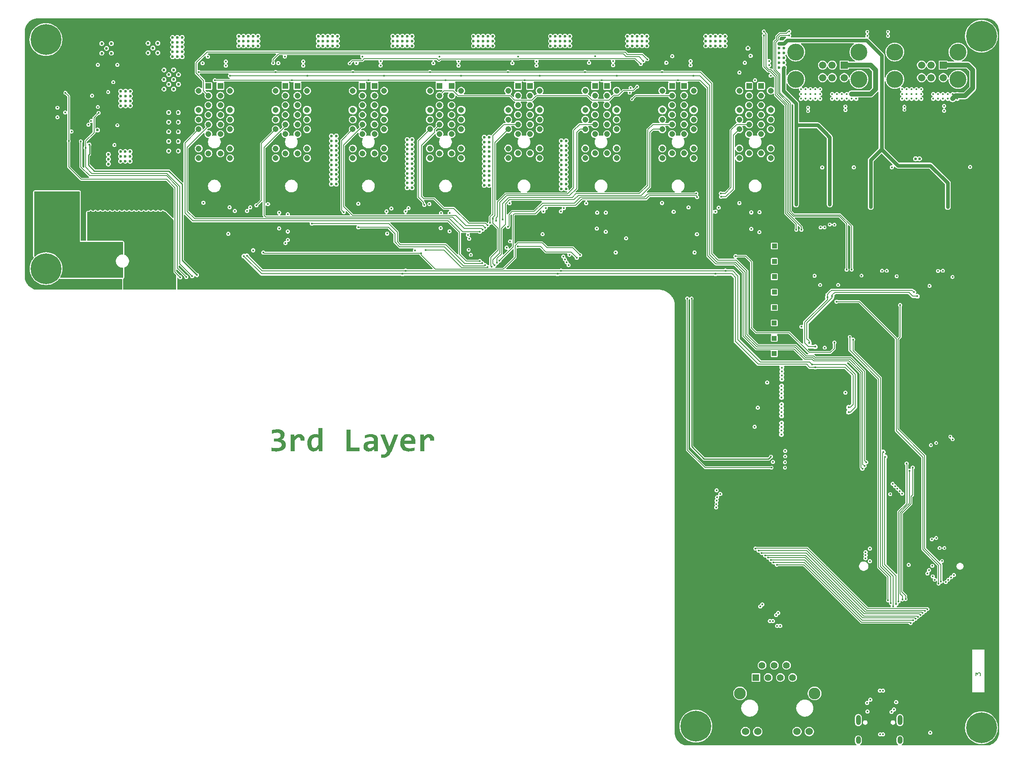
<source format=gbr>
%TF.GenerationSoftware,KiCad,Pcbnew,9.0.7*%
%TF.CreationDate,2026-03-01T13:00:01+01:00*%
%TF.ProjectId,PDNode_Baseboard,50444e6f-6465-45f4-9261-7365626f6172,rev?*%
%TF.SameCoordinates,Original*%
%TF.FileFunction,Copper,L3,Inr*%
%TF.FilePolarity,Positive*%
%FSLAX46Y46*%
G04 Gerber Fmt 4.6, Leading zero omitted, Abs format (unit mm)*
G04 Created by KiCad (PCBNEW 9.0.7) date 2026-03-01 13:00:01*
%MOMM*%
%LPD*%
G01*
G04 APERTURE LIST*
%ADD10C,0.300000*%
%ADD11C,0.200000*%
%TA.AperFunction,NonConductor*%
%ADD12C,0.200000*%
%TD*%
%TA.AperFunction,HeatsinkPad*%
%ADD13C,0.500000*%
%TD*%
%TA.AperFunction,ComponentPad*%
%ADD14R,1.208000X1.208000*%
%TD*%
%TA.AperFunction,ComponentPad*%
%ADD15C,1.208000*%
%TD*%
%TA.AperFunction,ComponentPad*%
%ADD16R,1.000000X1.000000*%
%TD*%
%TA.AperFunction,ComponentPad*%
%ADD17C,1.000000*%
%TD*%
%TA.AperFunction,ComponentPad*%
%ADD18C,0.800000*%
%TD*%
%TA.AperFunction,ComponentPad*%
%ADD19C,6.400000*%
%TD*%
%TA.AperFunction,ComponentPad*%
%ADD20C,0.600000*%
%TD*%
%TA.AperFunction,HeatsinkPad*%
%ADD21O,1.000000X2.100000*%
%TD*%
%TA.AperFunction,HeatsinkPad*%
%ADD22O,1.000000X1.600000*%
%TD*%
%TA.AperFunction,ComponentPad*%
%ADD23R,1.398000X1.398000*%
%TD*%
%TA.AperFunction,ComponentPad*%
%ADD24C,1.398000*%
%TD*%
%TA.AperFunction,ComponentPad*%
%ADD25C,1.530000*%
%TD*%
%TA.AperFunction,ComponentPad*%
%ADD26C,2.445000*%
%TD*%
%TA.AperFunction,ComponentPad*%
%ADD27R,1.500000X1.500000*%
%TD*%
%TA.AperFunction,ComponentPad*%
%ADD28C,1.500000*%
%TD*%
%TA.AperFunction,ComponentPad*%
%ADD29C,3.500000*%
%TD*%
%TA.AperFunction,ComponentPad*%
%ADD30C,2.006600*%
%TD*%
%TA.AperFunction,ComponentPad*%
%ADD31C,6.000000*%
%TD*%
%TA.AperFunction,ComponentPad*%
%ADD32R,1.900000X1.900000*%
%TD*%
%TA.AperFunction,ComponentPad*%
%ADD33C,1.900000*%
%TD*%
%TA.AperFunction,ViaPad*%
%ADD34C,0.600000*%
%TD*%
%TA.AperFunction,ViaPad*%
%ADD35C,0.400000*%
%TD*%
%TA.AperFunction,ViaPad*%
%ADD36C,0.450000*%
%TD*%
%TA.AperFunction,Conductor*%
%ADD37C,0.800000*%
%TD*%
%TA.AperFunction,Conductor*%
%ADD38C,0.148600*%
%TD*%
%TA.AperFunction,Conductor*%
%ADD39C,0.250000*%
%TD*%
%TA.AperFunction,Conductor*%
%ADD40C,0.150000*%
%TD*%
%TA.AperFunction,Conductor*%
%ADD41C,0.200000*%
%TD*%
%TA.AperFunction,Conductor*%
%ADD42C,1.000000*%
%TD*%
G04 APERTURE END LIST*
D10*
G36*
X56284377Y64903716D02*
G01*
X56252648Y64584135D01*
X56161340Y64307153D01*
X56007450Y64064245D01*
X55783985Y63856220D01*
X55506287Y63696046D01*
X55143458Y63570761D01*
X54739600Y63498369D01*
X54235180Y63471843D01*
X53990632Y63477644D01*
X53736314Y63493214D01*
X53490239Y63516722D01*
X53275306Y63550000D01*
X53275306Y64272959D01*
X53758601Y64202434D01*
X54317001Y64175262D01*
X54590586Y64188049D01*
X54805487Y64222584D01*
X54998280Y64282919D01*
X55143458Y64359666D01*
X55260475Y64461263D01*
X55340074Y64581316D01*
X55386986Y64719636D01*
X55403271Y64879292D01*
X55386711Y65020276D01*
X55338242Y65145212D01*
X55258158Y65253714D01*
X55140100Y65347933D01*
X54995167Y65419593D01*
X54800297Y65477382D01*
X54584096Y65511044D01*
X54310285Y65523483D01*
X53815082Y65523483D01*
X53815082Y66168284D01*
X54269374Y66168284D01*
X54523833Y66182820D01*
X54711453Y66221101D01*
X54874992Y66285513D01*
X54991722Y66362152D01*
X55081436Y66459502D01*
X55140100Y66571285D01*
X55173449Y66694699D01*
X55184674Y66824992D01*
X55163318Y66998039D01*
X55103751Y67132769D01*
X55006987Y67238373D01*
X54880387Y67311553D01*
X54702534Y67360984D01*
X54457136Y67379728D01*
X54192399Y67366360D01*
X53931098Y67326300D01*
X53394985Y67184334D01*
X53394985Y67887753D01*
X53688687Y67976597D01*
X53968650Y68036742D01*
X54252277Y68072462D01*
X54549337Y68083148D01*
X54905754Y68062192D01*
X55196581Y68004379D01*
X55458442Y67906491D01*
X55664611Y67780592D01*
X55831385Y67618536D01*
X55949765Y67426440D01*
X56020773Y67209129D01*
X56045325Y66961462D01*
X56022554Y66695890D01*
X55959106Y66479736D01*
X55859090Y66303228D01*
X55721694Y66151745D01*
X55549834Y66023631D01*
X55338242Y65918546D01*
X55546092Y65871101D01*
X55727504Y65800698D01*
X55890571Y65704211D01*
X56026396Y65585459D01*
X56136556Y65444235D01*
X56217821Y65282904D01*
X56267201Y65105809D01*
X56284377Y64903716D01*
G37*
G36*
X59353594Y65679798D02*
G01*
X59351780Y65861200D01*
X59334665Y66000062D01*
X59300104Y66124442D01*
X59252844Y66218048D01*
X59188925Y66293239D01*
X59114236Y66343528D01*
X59028207Y66372922D01*
X58926780Y66383218D01*
X58746357Y66348446D01*
X58545761Y66233008D01*
X58354500Y66051131D01*
X58113756Y65738416D01*
X58113756Y63550000D01*
X57259822Y63550000D01*
X57259822Y67028019D01*
X58014533Y67028019D01*
X58045368Y66500454D01*
X58238320Y66741644D01*
X58477373Y66926353D01*
X58614749Y66994222D01*
X58769548Y67045116D01*
X58934639Y67075883D01*
X59121258Y67086637D01*
X59374366Y67063308D01*
X59587457Y66997183D01*
X59774405Y66886303D01*
X59929091Y66732179D01*
X60046834Y66540094D01*
X60133950Y66291932D01*
X60180440Y66016164D01*
X60190431Y65679798D01*
X59353594Y65679798D01*
G37*
G36*
X63867202Y63550000D02*
G01*
X63146686Y63550000D01*
X63126230Y64062300D01*
X62900611Y63819889D01*
X62651178Y63633959D01*
X62513784Y63565836D01*
X62366024Y63514585D01*
X62209442Y63482955D01*
X62029885Y63471843D01*
X61734953Y63503627D01*
X61483086Y63594880D01*
X61264110Y63743372D01*
X61081612Y63945369D01*
X60941541Y64190763D01*
X60834011Y64497663D01*
X60771082Y64833476D01*
X60748831Y65222759D01*
X60750792Y65260922D01*
X61623221Y65260922D01*
X61633849Y64986090D01*
X61662300Y64773657D01*
X61713474Y64583259D01*
X61778620Y64442708D01*
X61866459Y64329016D01*
X61968214Y64254031D01*
X62086679Y64210052D01*
X62224363Y64194802D01*
X62359593Y64212651D01*
X62492739Y64267471D01*
X62627364Y64364550D01*
X62815167Y64554844D01*
X63034028Y64829833D01*
X63034028Y66337422D01*
X62789786Y66398483D01*
X62497610Y66422296D01*
X62303827Y66401348D01*
X62135520Y66340780D01*
X61987212Y66242878D01*
X61860442Y66109666D01*
X61761338Y65947838D01*
X61684587Y65744828D01*
X61639274Y65521624D01*
X61623221Y65260922D01*
X60750792Y65260922D01*
X60765137Y65540074D01*
X60811238Y65814555D01*
X60883776Y66051963D01*
X61047600Y66377181D01*
X61257772Y66633566D01*
X61517617Y66833599D01*
X61824721Y66975506D01*
X62162400Y67058103D01*
X62538826Y67086637D01*
X62799861Y67069540D01*
X63034028Y67025271D01*
X63034028Y68376239D01*
X63867202Y68376239D01*
X63867202Y63550000D01*
G37*
G36*
X68850977Y63550000D02*
G01*
X68850977Y68004990D01*
X69704911Y68004990D01*
X69704911Y64272959D01*
X71590161Y64272959D01*
X71590161Y63550000D01*
X68850977Y63550000D01*
G37*
G36*
X74289723Y67066843D02*
G01*
X74580609Y67013364D01*
X74839224Y66918798D01*
X75036733Y66793546D01*
X75192387Y66629068D01*
X75301431Y66427181D01*
X75364340Y66196386D01*
X75386916Y65914577D01*
X75386916Y63550000D01*
X74672811Y63550000D01*
X74652355Y64001544D01*
X74423378Y63789358D01*
X74160511Y63621136D01*
X74012146Y63558558D01*
X73847881Y63510922D01*
X73674394Y63481995D01*
X73477242Y63471843D01*
X73221007Y63492352D01*
X73009517Y63549695D01*
X72822066Y63644183D01*
X72671241Y63766461D01*
X72552196Y63918325D01*
X72464550Y64101684D01*
X72412673Y64305014D01*
X72394636Y64535520D01*
X72397704Y64562998D01*
X73269025Y64562998D01*
X73285379Y64430694D01*
X73331093Y64327146D01*
X73405496Y64245482D01*
X73559846Y64165659D01*
X73777966Y64136183D01*
X73949722Y64165245D01*
X74140056Y64260442D01*
X74327622Y64403450D01*
X74553437Y64617036D01*
X74553437Y65074076D01*
X74044496Y65074076D01*
X73841062Y65063101D01*
X73685764Y65033776D01*
X73548432Y64983900D01*
X73446712Y64922645D01*
X73365787Y64845305D01*
X73311768Y64759613D01*
X73279781Y64664682D01*
X73269025Y64562998D01*
X72397704Y64562998D01*
X72420999Y64771598D01*
X72498744Y64986148D01*
X72627872Y65175821D01*
X72816260Y65341827D01*
X73048280Y65471135D01*
X73349320Y65575384D01*
X73683460Y65637540D01*
X74099145Y65660259D01*
X74553437Y65660259D01*
X74553437Y65871834D01*
X74543676Y66002999D01*
X74515885Y66116382D01*
X74466642Y66217614D01*
X74394679Y66301701D01*
X74301460Y66367754D01*
X74177608Y66419549D01*
X74036269Y66449977D01*
X73849712Y66461375D01*
X73544410Y66443363D01*
X73243380Y66389324D01*
X72949353Y66303122D01*
X72664524Y66187823D01*
X72664524Y66852164D01*
X72925092Y66942471D01*
X73240021Y67020081D01*
X73570494Y67069778D01*
X73918100Y67086637D01*
X74289723Y67066843D01*
G37*
G36*
X78428655Y63938652D02*
G01*
X78238415Y63504580D01*
X78050995Y63147916D01*
X77839824Y62829173D01*
X77618990Y62580051D01*
X77368330Y62379743D01*
X77094479Y62238111D01*
X76794261Y62153276D01*
X76447540Y62123622D01*
X76261305Y62132171D01*
X76054615Y62157816D01*
X76054615Y62866121D01*
X76148343Y62851466D01*
X76259473Y62838338D01*
X76377321Y62830400D01*
X76488451Y62827042D01*
X76627868Y62840701D01*
X76754676Y62880775D01*
X76872256Y62944565D01*
X76981822Y63030374D01*
X77080172Y63133963D01*
X77171415Y63259046D01*
X77321930Y63550000D01*
X75945316Y67028019D01*
X76874355Y67028019D01*
X77595176Y65046599D01*
X77810415Y64419505D01*
X78021991Y65028891D01*
X78749529Y67028019D01*
X79644374Y67028019D01*
X78428655Y63938652D01*
G37*
G36*
X82047527Y67056797D02*
G01*
X82344479Y66972759D01*
X82607580Y66834618D01*
X82819226Y66654938D01*
X82986327Y66433381D01*
X83109569Y66168589D01*
X83183261Y65877392D01*
X83208793Y65550044D01*
X83203603Y65329004D01*
X83188338Y65074076D01*
X80906804Y65074076D01*
X80925168Y64853414D01*
X80976719Y64670159D01*
X81062310Y64508252D01*
X81174861Y64377373D01*
X81314244Y64274501D01*
X81482301Y64197855D01*
X81667833Y64152153D01*
X81880112Y64136183D01*
X82136800Y64146107D01*
X82421415Y64177399D01*
X82711658Y64230755D01*
X83021031Y64312038D01*
X83021031Y63647698D01*
X82730688Y63577173D01*
X82409508Y63521302D01*
X82078254Y63484360D01*
X81753716Y63471843D01*
X81370295Y63501158D01*
X81043275Y63584194D01*
X80750579Y63725083D01*
X80510520Y63916365D01*
X80319634Y64158669D01*
X80175602Y64459805D01*
X80090196Y64798781D01*
X80059587Y65209325D01*
X80089668Y65619695D01*
X80104104Y65679798D01*
X80920237Y65679798D01*
X82361881Y65679798D01*
X82349946Y65871751D01*
X82310590Y66027234D01*
X82244623Y66164815D01*
X82161907Y66271782D01*
X82060265Y66355824D01*
X81943310Y66414664D01*
X81815249Y66449481D01*
X81675253Y66461375D01*
X81474196Y66437658D01*
X81304619Y66369573D01*
X81159290Y66256822D01*
X81047242Y66108928D01*
X80966609Y65919962D01*
X80920237Y65679798D01*
X80104104Y65679798D01*
X80175602Y65977469D01*
X80318067Y66302850D01*
X80503498Y66570369D01*
X80737450Y66788884D01*
X81017629Y66951998D01*
X81332511Y67051987D01*
X81692350Y67086637D01*
X82047527Y67056797D01*
G37*
G36*
X86264271Y65679798D02*
G01*
X86262457Y65861200D01*
X86245342Y66000062D01*
X86210781Y66124442D01*
X86163521Y66218048D01*
X86099602Y66293239D01*
X86024913Y66343528D01*
X85938883Y66372922D01*
X85837457Y66383218D01*
X85657034Y66348446D01*
X85456438Y66233008D01*
X85265177Y66051131D01*
X85024433Y65738416D01*
X85024433Y63550000D01*
X84170499Y63550000D01*
X84170499Y67028019D01*
X84925210Y67028019D01*
X84956045Y66500454D01*
X85148997Y66741644D01*
X85388050Y66926353D01*
X85525426Y66994222D01*
X85680225Y67045116D01*
X85845316Y67075883D01*
X86031935Y67086637D01*
X86285043Y67063308D01*
X86498134Y66997183D01*
X86685082Y66886303D01*
X86839768Y66732179D01*
X86957511Y66540094D01*
X87044627Y66291932D01*
X87091117Y66016164D01*
X87101108Y65679798D01*
X86264271Y65679798D01*
G37*
D11*
D12*
X199577219Y16831668D02*
X199577219Y17450715D01*
X199577219Y17450715D02*
X199958171Y17117382D01*
X199958171Y17117382D02*
X199958171Y17260239D01*
X199958171Y17260239D02*
X200005790Y17355477D01*
X200005790Y17355477D02*
X200053409Y17403096D01*
X200053409Y17403096D02*
X200148647Y17450715D01*
X200148647Y17450715D02*
X200386742Y17450715D01*
X200386742Y17450715D02*
X200481980Y17403096D01*
X200481980Y17403096D02*
X200529600Y17355477D01*
X200529600Y17355477D02*
X200577219Y17260239D01*
X200577219Y17260239D02*
X200577219Y16974525D01*
X200577219Y16974525D02*
X200529600Y16879287D01*
X200529600Y16879287D02*
X200481980Y16831668D01*
D13*
%TO.N,GND*%
%TO.C,IC27*%
X166112500Y90400000D03*
X166112500Y89450000D03*
X166112500Y88500000D03*
X166112500Y87550000D03*
X167062500Y90400000D03*
X167062500Y89450000D03*
X167062500Y88500000D03*
X167062500Y87550000D03*
X168012500Y90400000D03*
X168012500Y89450000D03*
X168012500Y88500000D03*
X168012500Y87550000D03*
X168962500Y90400000D03*
X168962500Y89450000D03*
X168962500Y88500000D03*
X168962500Y87550000D03*
%TD*%
D14*
%TO.N,Net-(JP3-C)*%
%TO.C,J6*%
X122987322Y139460219D03*
D15*
%TO.N,/Project Architecture/PDCard Connectors 1-4/SPI_MOSI*%
X124987322Y138460219D03*
%TO.N,/Project Architecture/PDCard Connectors 1-4/SPI_CLK*%
X122987322Y137460219D03*
%TO.N,GND*%
X124987322Y136460219D03*
%TO.N,PD_IRQ_PORT2*%
X122987322Y135460219D03*
%TO.N,/Project Architecture/PDCard Connectors 1-4/I2C_SCL_PORT2*%
X124987322Y134460219D03*
%TO.N,PMIC_EN_PORT2*%
X122987322Y133460219D03*
%TO.N,PD_ENABLE_PORT2*%
X124987322Y132460219D03*
%TO.N,PDC_DET_PORT2*%
X122987322Y131460219D03*
%TO.N,PD_ATTACH_PORT2*%
X124987322Y130460219D03*
%TO.N,+24V*%
X122987322Y129460219D03*
X124987322Y126460219D03*
X122987322Y125460219D03*
X124987322Y124460219D03*
%TO.N,GND*%
X122987322Y123460219D03*
X124987322Y122460219D03*
X122987322Y121460219D03*
X124987322Y120460219D03*
D14*
%TO.N,+5V*%
X120487322Y139460219D03*
D15*
%TO.N,/Project Architecture/PDCard Connectors 1-4/SPI_MISO*%
X118487322Y138460219D03*
%TO.N,/Project Architecture/PDCard Connectors 1-4/SPI_CS_PORT2*%
X120487322Y137460219D03*
%TO.N,GND*%
X118487322Y136460219D03*
%TO.N,PD_RESET_PORT2*%
X120487322Y135460219D03*
%TO.N,/Project Architecture/PDCard Connectors 1-4/I2C_SDA_PORT2*%
X118487322Y134460219D03*
%TO.N,PGOOD_COMBINED_PORT2*%
X120487322Y133460219D03*
%TO.N,PORT_EN_PORT2*%
X118487322Y132460219D03*
%TO.N,PMIC_VMON_PORT2*%
X120487322Y131460219D03*
%TO.N,VBUS_VMON_PORT2*%
X118487322Y130460219D03*
%TO.N,+24V*%
X120487322Y129460219D03*
X118487322Y126460219D03*
X120487322Y125460219D03*
X118487322Y124460219D03*
%TO.N,GND*%
X120487322Y123460219D03*
X118487322Y122460219D03*
X120487322Y121460219D03*
X118487322Y120460219D03*
%TD*%
D16*
%TO.N,Net-(D6-A2)*%
%TO.C,J14*%
X157720000Y83800000D03*
D17*
%TO.N,GND*%
X156450000Y83800000D03*
%TD*%
D16*
%TO.N,Net-(D7-A1)*%
%TO.C,J17*%
X157750000Y93400000D03*
D17*
%TO.N,GND*%
X156480000Y93400000D03*
%TD*%
D14*
%TO.N,Net-(JP2-C)*%
%TO.C,J5*%
X138987322Y139460219D03*
D15*
%TO.N,/Project Architecture/PDCard Connectors 1-4/SPI_MOSI*%
X140987322Y138460219D03*
%TO.N,/Project Architecture/PDCard Connectors 1-4/SPI_CLK*%
X138987322Y137460219D03*
%TO.N,GND*%
X140987322Y136460219D03*
%TO.N,PD_IRQ_PORT1*%
X138987322Y135460219D03*
%TO.N,/Project Architecture/PDCard Connectors 1-4/I2C_SCL_PORT1*%
X140987322Y134460219D03*
%TO.N,PMIC_EN_PORT1*%
X138987322Y133460219D03*
%TO.N,PD_ENABLE_PORT1*%
X140987322Y132460219D03*
%TO.N,PDC_DET_PORT1*%
X138987322Y131460219D03*
%TO.N,PD_ATTACH_PORT1*%
X140987322Y130460219D03*
%TO.N,+24V*%
X138987322Y129460219D03*
X140987322Y126460219D03*
X138987322Y125460219D03*
X140987322Y124460219D03*
%TO.N,GND*%
X138987322Y123460219D03*
X140987322Y122460219D03*
X138987322Y121460219D03*
X140987322Y120460219D03*
D14*
%TO.N,+5V*%
X136487322Y139460219D03*
D15*
%TO.N,/Project Architecture/PDCard Connectors 1-4/SPI_MISO*%
X134487322Y138460219D03*
%TO.N,/Project Architecture/PDCard Connectors 1-4/SPI_CS_PORT1*%
X136487322Y137460219D03*
%TO.N,GND*%
X134487322Y136460219D03*
%TO.N,PD_RESET_PORT1*%
X136487322Y135460219D03*
%TO.N,/Project Architecture/PDCard Connectors 1-4/I2C_SDA_PORT1*%
X134487322Y134460219D03*
%TO.N,PGOOD_COMBINED_PORT1*%
X136487322Y133460219D03*
%TO.N,PORT_EN_PORT1*%
X134487322Y132460219D03*
%TO.N,PMIC_VMON_PORT1*%
X136487322Y131460219D03*
%TO.N,VBUS_VMON_PORT1*%
X134487322Y130460219D03*
%TO.N,+24V*%
X136487322Y129460219D03*
X134487322Y126460219D03*
X136487322Y125460219D03*
X134487322Y124460219D03*
%TO.N,GND*%
X136487322Y123460219D03*
X134487322Y122460219D03*
X136487322Y121460219D03*
X134487322Y120460219D03*
%TD*%
D16*
%TO.N,Net-(D7-A2)*%
%TO.C,J16*%
X157720000Y90200000D03*
D17*
%TO.N,GND*%
X156450000Y90200000D03*
%TD*%
D14*
%TO.N,Net-(JP7-C)*%
%TO.C,J10*%
X58684650Y139449309D03*
D15*
%TO.N,/Project Architecture/PDCard Connectors 1-4/SPI_MOSI*%
X60684650Y138449309D03*
%TO.N,/Project Architecture/PDCard Connectors 1-4/SPI_CLK*%
X58684650Y137449309D03*
%TO.N,GND*%
X60684650Y136449309D03*
%TO.N,PD_IRQ_PORT6*%
X58684650Y135449309D03*
%TO.N,/Project Architecture/PDCard Connectors 5-8/I2C_SCL_PORT6*%
X60684650Y134449309D03*
%TO.N,PMIC_EN_PORT6*%
X58684650Y133449309D03*
%TO.N,PD_ENABLE_PORT6*%
X60684650Y132449309D03*
%TO.N,PDC_DET_PORT6*%
X58684650Y131449309D03*
%TO.N,PD_ATTACH_PORT6*%
X60684650Y130449309D03*
%TO.N,+24V*%
X58684650Y129449309D03*
X60684650Y126449309D03*
X58684650Y125449309D03*
X60684650Y124449309D03*
%TO.N,GND*%
X58684650Y123449309D03*
X60684650Y122449309D03*
X58684650Y121449309D03*
X60684650Y120449309D03*
D14*
%TO.N,+5V*%
X56184650Y139449309D03*
D15*
%TO.N,/Project Architecture/PDCard Connectors 1-4/SPI_MISO*%
X54184650Y138449309D03*
%TO.N,/Project Architecture/PDCard Connectors 5-8/SPI_CS_PORT6*%
X56184650Y137449309D03*
%TO.N,GND*%
X54184650Y136449309D03*
%TO.N,PD_RESET_PORT6*%
X56184650Y135449309D03*
%TO.N,/Project Architecture/PDCard Connectors 5-8/I2C_SDA_PORT6*%
X54184650Y134449309D03*
%TO.N,PGOOD_COMBINED_PORT6*%
X56184650Y133449309D03*
%TO.N,PORT_EN_PORT6*%
X54184650Y132449309D03*
%TO.N,PMIC_VMON_PORT6*%
X56184650Y131449309D03*
%TO.N,VBUS_VMON_PORT6*%
X54184650Y130449309D03*
%TO.N,+24V*%
X56184650Y129449309D03*
X54184650Y126449309D03*
X56184650Y125449309D03*
X54184650Y124449309D03*
%TO.N,GND*%
X56184650Y123449309D03*
X54184650Y122449309D03*
X56184650Y121449309D03*
X54184650Y120449309D03*
%TD*%
D18*
%TO.N,SHIELD*%
%TO.C,H3*%
X139047056Y6352944D03*
X139750000Y8050000D03*
X139750000Y4655888D03*
X141447056Y8752944D03*
D19*
X141447056Y6352944D03*
D18*
X141447056Y3952944D03*
X143144112Y8050000D03*
X143144112Y4655888D03*
X143847056Y6352944D03*
%TD*%
D13*
%TO.N,GND*%
%TO.C,IC15*%
X113262500Y110580000D03*
X113262500Y109630000D03*
X113262500Y108680000D03*
X113262500Y107730000D03*
X114212500Y110580000D03*
X114212500Y109630000D03*
X114212500Y108680000D03*
X114212500Y107730000D03*
X115162500Y110580000D03*
X115162500Y109630000D03*
X115162500Y108680000D03*
X115162500Y107730000D03*
X116112500Y110580000D03*
X116112500Y109630000D03*
X116112500Y108680000D03*
X116112500Y107730000D03*
%TD*%
D18*
%TO.N,SHIELD*%
%TO.C,H5*%
X4075000Y101475000D03*
X4777944Y103172056D03*
X4777944Y99777944D03*
X6475000Y103875000D03*
D19*
X6475000Y101475000D03*
D18*
X6475000Y99075000D03*
X8172056Y103172056D03*
X8172056Y99777944D03*
X8875000Y101475000D03*
%TD*%
D20*
%TO.N,GND*%
%TO.C,IC2*%
X99125000Y106655000D03*
X98125000Y106655000D03*
X97125000Y106655000D03*
X99125000Y105655000D03*
X98125000Y105655000D03*
X97125000Y105655000D03*
%TD*%
D13*
%TO.N,GND*%
%TO.C,IC9*%
X81002500Y110700000D03*
X81002500Y109750000D03*
X81002500Y108800000D03*
X81002500Y107850000D03*
X81952500Y110700000D03*
X81952500Y109750000D03*
X81952500Y108800000D03*
X81952500Y107850000D03*
X82902500Y110700000D03*
X82902500Y109750000D03*
X82902500Y108800000D03*
X82902500Y107850000D03*
X83852500Y110700000D03*
X83852500Y109750000D03*
X83852500Y108800000D03*
X83852500Y107850000D03*
%TD*%
D16*
%TO.N,Net-(D9-A1)*%
%TO.C,J21*%
X157750000Y106200000D03*
D17*
%TO.N,GND*%
X156480000Y106200000D03*
%TD*%
D18*
%TO.N,SHIELD*%
%TO.C,H2*%
X4047056Y149102944D03*
X4750000Y150800000D03*
X4750000Y147405888D03*
X6447056Y151502944D03*
D19*
X6447056Y149102944D03*
D18*
X6447056Y146702944D03*
X8144112Y150800000D03*
X8144112Y147405888D03*
X8847056Y149102944D03*
%TD*%
D16*
%TO.N,Net-(D8-A1)*%
%TO.C,J19*%
X157750000Y99800000D03*
D17*
%TO.N,GND*%
X156480000Y99800000D03*
%TD*%
D14*
%TO.N,Net-(JP1-C)*%
%TO.C,J4*%
X154987322Y139460219D03*
D15*
%TO.N,/Project Architecture/PDCard Connectors 1-4/SPI_MOSI*%
X156987322Y138460219D03*
%TO.N,/Project Architecture/PDCard Connectors 1-4/SPI_CLK*%
X154987322Y137460219D03*
%TO.N,GND*%
X156987322Y136460219D03*
%TO.N,PD_IRQ_PORT0*%
X154987322Y135460219D03*
%TO.N,/Project Architecture/PDCard Connectors 1-4/I2C_SCL_PORT0*%
X156987322Y134460219D03*
%TO.N,PMIC_EN_PORT0*%
X154987322Y133460219D03*
%TO.N,PD_ENABLE_PORT0*%
X156987322Y132460219D03*
%TO.N,PDC_DET_PORT0*%
X154987322Y131460219D03*
%TO.N,PD_ATTACH_PORT0*%
X156987322Y130460219D03*
%TO.N,+24V*%
X154987322Y129460219D03*
X156987322Y126460219D03*
X154987322Y125460219D03*
X156987322Y124460219D03*
%TO.N,GND*%
X154987322Y123460219D03*
X156987322Y122460219D03*
X154987322Y121460219D03*
X156987322Y120460219D03*
D14*
%TO.N,+5V*%
X152487322Y139460219D03*
D15*
%TO.N,/Project Architecture/PDCard Connectors 1-4/SPI_MISO*%
X150487322Y138460219D03*
%TO.N,/Project Architecture/PDCard Connectors 1-4/SPI_CS_PORT0*%
X152487322Y137460219D03*
%TO.N,GND*%
X150487322Y136460219D03*
%TO.N,PD_RESET_PORT0*%
X152487322Y135460219D03*
%TO.N,/Project Architecture/PDCard Connectors 1-4/I2C_SDA_PORT0*%
X150487322Y134460219D03*
%TO.N,PGOOD_COMBINED_PORT0*%
X152487322Y133460219D03*
%TO.N,PORT_EN_PORT0*%
X150487322Y132460219D03*
%TO.N,PMIC_VMON_PORT0*%
X152487322Y131460219D03*
%TO.N,VBUS_VMON_PORT0*%
X150487322Y130460219D03*
%TO.N,+24V*%
X152487322Y129460219D03*
X150487322Y126460219D03*
X152487322Y125460219D03*
X150487322Y124460219D03*
%TO.N,GND*%
X152487322Y123460219D03*
X150487322Y122460219D03*
X152487322Y121460219D03*
X150487322Y120460219D03*
%TD*%
D21*
%TO.N,SHIELD*%
%TO.C,J3*%
X175180000Y7630000D03*
D22*
X175180000Y3450000D03*
D21*
X183820000Y7630000D03*
D22*
X183820000Y3450000D03*
%TD*%
D23*
%TO.N,/Project Architecture/BladeCore-M54/TD+*%
%TO.C,J1*%
X153910000Y16475000D03*
D24*
%TO.N,/Project Architecture/BladeCore-M54/TCT*%
X155180000Y19015000D03*
%TO.N,/Project Architecture/BladeCore-M54/TD-*%
X156450000Y16475000D03*
%TO.N,/Project Architecture/BladeCore-M54/RD+*%
X157720000Y19015000D03*
%TO.N,/Project Architecture/BladeCore-M54/RCT*%
X158990000Y16475000D03*
%TO.N,/Project Architecture/BladeCore-M54/RD-*%
X160260000Y19015000D03*
%TO.N,N/C*%
X161530000Y16475000D03*
%TO.N,GND*%
X162800000Y19015000D03*
D25*
%TO.N,/Project Architecture/BladeCore-M54/ACTLED*%
X151735000Y5225000D03*
%TO.N,+3.3V*%
X154275000Y5225000D03*
%TO.N,/Project Architecture/BladeCore-M54/LINKLED*%
X162445000Y5225000D03*
%TO.N,+3.3V*%
X164985000Y5225000D03*
D26*
%TO.N,SHIELD*%
X166105000Y13175000D03*
X150615000Y13175000D03*
%TD*%
D16*
%TO.N,Net-(D6-A1)*%
%TO.C,J15*%
X157720000Y87000000D03*
D17*
%TO.N,GND*%
X156450000Y87000000D03*
%TD*%
D27*
%TO.N,PORTA2_N*%
%TO.C,J13*%
X172250002Y143800000D03*
D28*
%TO.N,unconnected-(J13-D1--Pad2)*%
X169750002Y143800000D03*
%TO.N,unconnected-(J13-D1+-Pad3)*%
X167750002Y143800000D03*
%TO.N,GND*%
X165250002Y143800000D03*
%TO.N,PORTA3_N*%
X172250002Y141180000D03*
%TO.N,unconnected-(J13-D2--Pad6)*%
X169750002Y141180000D03*
%TO.N,unconnected-(J13-D2+-Pad7)*%
X167750002Y141180000D03*
%TO.N,GND*%
X165250002Y141180000D03*
D29*
%TO.N,SHIELD*%
X175320002Y146510000D03*
X162180002Y146510000D03*
X175320002Y140830000D03*
X162180002Y140830000D03*
%TD*%
D14*
%TO.N,Net-(JP5-C)*%
%TO.C,J8*%
X90694650Y139449309D03*
D15*
%TO.N,/Project Architecture/PDCard Connectors 1-4/SPI_MOSI*%
X92694650Y138449309D03*
%TO.N,/Project Architecture/PDCard Connectors 1-4/SPI_CLK*%
X90694650Y137449309D03*
%TO.N,GND*%
X92694650Y136449309D03*
%TO.N,PD_IRQ_PORT4*%
X90694650Y135449309D03*
%TO.N,/Project Architecture/PDCard Connectors 5-8/I2C_SCL_PORT4*%
X92694650Y134449309D03*
%TO.N,PMIC_EN_PORT4*%
X90694650Y133449309D03*
%TO.N,PD_ENABLE_PORT4*%
X92694650Y132449309D03*
%TO.N,PDC_DET_PORT4*%
X90694650Y131449309D03*
%TO.N,PD_ATTACH_PORT4*%
X92694650Y130449309D03*
%TO.N,+24V*%
X90694650Y129449309D03*
X92694650Y126449309D03*
X90694650Y125449309D03*
X92694650Y124449309D03*
%TO.N,GND*%
X90694650Y123449309D03*
X92694650Y122449309D03*
X90694650Y121449309D03*
X92694650Y120449309D03*
D14*
%TO.N,+5V*%
X88194650Y139449309D03*
D15*
%TO.N,/Project Architecture/PDCard Connectors 1-4/SPI_MISO*%
X86194650Y138449309D03*
%TO.N,/Project Architecture/PDCard Connectors 5-8/SPI_CS_PORT4*%
X88194650Y137449309D03*
%TO.N,GND*%
X86194650Y136449309D03*
%TO.N,PD_RESET_PORT4*%
X88194650Y135449309D03*
%TO.N,/Project Architecture/PDCard Connectors 5-8/I2C_SDA_PORT4*%
X86194650Y134449309D03*
%TO.N,PGOOD_COMBINED_PORT4*%
X88194650Y133449309D03*
%TO.N,PORT_EN_PORT4*%
X86194650Y132449309D03*
%TO.N,PMIC_VMON_PORT4*%
X88194650Y131449309D03*
%TO.N,VBUS_VMON_PORT4*%
X86194650Y130449309D03*
%TO.N,+24V*%
X88194650Y129449309D03*
X86194650Y126449309D03*
X88194650Y125449309D03*
X86194650Y124449309D03*
%TO.N,GND*%
X88194650Y123449309D03*
X86194650Y122449309D03*
X88194650Y121449309D03*
X86194650Y120449309D03*
%TD*%
D18*
%TO.N,SHIELD*%
%TO.C,H4*%
X198350000Y6050000D03*
X199052944Y7747056D03*
X199052944Y4352944D03*
X200750000Y8450000D03*
D19*
X200750000Y6050000D03*
D18*
X200750000Y3650000D03*
X202447056Y7747056D03*
X202447056Y4352944D03*
X203150000Y6050000D03*
%TD*%
D30*
%TO.N,+24V_IN*%
%TO.C,F1*%
X28750001Y101800000D03*
X28750001Y104300000D03*
X25250000Y101800000D03*
X25250000Y104300000D03*
%TO.N,+24V*%
X19449999Y101800000D03*
X19449999Y104300000D03*
X15949996Y101800000D03*
X15949996Y104300000D03*
%TD*%
D18*
%TO.N,SHIELD*%
%TO.C,H1*%
X198350000Y149800000D03*
X199052944Y151497056D03*
X199052944Y148102944D03*
X200750000Y152200000D03*
D19*
X200750000Y149800000D03*
D18*
X200750000Y147400000D03*
X202447056Y151497056D03*
X202447056Y148102944D03*
X203150000Y149800000D03*
%TD*%
D31*
%TO.N,GND*%
%TO.C,ST1*%
X186350000Y118625000D03*
%TD*%
D14*
%TO.N,Net-(JP8-C)*%
%TO.C,J11*%
X42684650Y139449309D03*
D15*
%TO.N,/Project Architecture/PDCard Connectors 1-4/SPI_MOSI*%
X44684650Y138449309D03*
%TO.N,/Project Architecture/PDCard Connectors 1-4/SPI_CLK*%
X42684650Y137449309D03*
%TO.N,GND*%
X44684650Y136449309D03*
%TO.N,PD_IRQ_PORT7*%
X42684650Y135449309D03*
%TO.N,/Project Architecture/PDCard Connectors 5-8/I2C_SCL_PORT7*%
X44684650Y134449309D03*
%TO.N,PMIC_EN_PORT7*%
X42684650Y133449309D03*
%TO.N,PD_ENABLE_PORT7*%
X44684650Y132449309D03*
%TO.N,PDC_DET_PORT7*%
X42684650Y131449309D03*
%TO.N,PD_ATTACH_PORT7*%
X44684650Y130449309D03*
%TO.N,+24V*%
X42684650Y129449309D03*
X44684650Y126449309D03*
X42684650Y125449309D03*
X44684650Y124449309D03*
%TO.N,GND*%
X42684650Y123449309D03*
X44684650Y122449309D03*
X42684650Y121449309D03*
X44684650Y120449309D03*
D14*
%TO.N,+5V*%
X40184650Y139449309D03*
D15*
%TO.N,/Project Architecture/PDCard Connectors 1-4/SPI_MISO*%
X38184650Y138449309D03*
%TO.N,/Project Architecture/PDCard Connectors 5-8/SPI_CS_PORT7*%
X40184650Y137449309D03*
%TO.N,GND*%
X38184650Y136449309D03*
%TO.N,PD_RESET_PORT7*%
X40184650Y135449309D03*
%TO.N,/Project Architecture/PDCard Connectors 5-8/I2C_SDA_PORT7*%
X38184650Y134449309D03*
%TO.N,PGOOD_COMBINED_PORT7*%
X40184650Y133449309D03*
%TO.N,PORT_EN_PORT7*%
X38184650Y132449309D03*
%TO.N,PMIC_VMON_PORT7*%
X40184650Y131449309D03*
%TO.N,VBUS_VMON_PORT7*%
X38184650Y130449309D03*
%TO.N,+24V*%
X40184650Y129449309D03*
X38184650Y126449309D03*
X40184650Y125449309D03*
X38184650Y124449309D03*
%TO.N,GND*%
X40184650Y123449309D03*
X38184650Y122449309D03*
X40184650Y121449309D03*
X38184650Y120449309D03*
%TD*%
D16*
%TO.N,Net-(D8-A2)*%
%TO.C,J18*%
X157750000Y96600000D03*
D17*
%TO.N,GND*%
X156480000Y96600000D03*
%TD*%
D27*
%TO.N,PORTA0_N*%
%TO.C,J12*%
X192820000Y143800000D03*
D28*
%TO.N,unconnected-(J12-D1--Pad2)*%
X190320000Y143800000D03*
%TO.N,unconnected-(J12-D1+-Pad3)*%
X188320000Y143800000D03*
%TO.N,GND*%
X185820000Y143800000D03*
%TO.N,PORTA1_N*%
X192820000Y141180000D03*
%TO.N,unconnected-(J12-D2--Pad6)*%
X190320000Y141180000D03*
%TO.N,unconnected-(J12-D2+-Pad7)*%
X188320000Y141180000D03*
%TO.N,GND*%
X185820000Y141180000D03*
D29*
%TO.N,SHIELD*%
X195890000Y146510000D03*
X182750000Y146510000D03*
X195890000Y140830000D03*
X182750000Y140830000D03*
%TD*%
D16*
%TO.N,Net-(D9-A2)*%
%TO.C,J20*%
X157750000Y103000000D03*
D17*
%TO.N,GND*%
X156480000Y103000000D03*
%TD*%
D13*
%TO.N,GND*%
%TO.C,IC14*%
X145387500Y110525000D03*
X145387500Y109575000D03*
X145387500Y108625000D03*
X145387500Y107675000D03*
X146337500Y110525000D03*
X146337500Y109575000D03*
X146337500Y108625000D03*
X146337500Y107675000D03*
X147287500Y110525000D03*
X147287500Y109575000D03*
X147287500Y108625000D03*
X147287500Y107675000D03*
X148237500Y110525000D03*
X148237500Y109575000D03*
X148237500Y108625000D03*
X148237500Y107675000D03*
%TD*%
D32*
%TO.N,GND*%
%TO.C,J22*%
X18600000Y116550000D03*
D33*
X22800000Y116550000D03*
X27000000Y116550000D03*
X31200000Y116550000D03*
%TO.N,+24V_IN*%
X18600000Y111050000D03*
X22800000Y111050000D03*
X27000000Y111050000D03*
X31200000Y111050000D03*
%TD*%
D14*
%TO.N,Net-(JP4-C)*%
%TO.C,J7*%
X106987322Y139460219D03*
D15*
%TO.N,/Project Architecture/PDCard Connectors 1-4/SPI_MOSI*%
X108987322Y138460219D03*
%TO.N,/Project Architecture/PDCard Connectors 1-4/SPI_CLK*%
X106987322Y137460219D03*
%TO.N,GND*%
X108987322Y136460219D03*
%TO.N,PD_IRQ_PORT3*%
X106987322Y135460219D03*
%TO.N,/Project Architecture/PDCard Connectors 1-4/I2C_SCL_PORT3*%
X108987322Y134460219D03*
%TO.N,PMIC_EN_PORT3*%
X106987322Y133460219D03*
%TO.N,PD_ENABLE_PORT3*%
X108987322Y132460219D03*
%TO.N,PDC_DET_PORT3*%
X106987322Y131460219D03*
%TO.N,PD_ATTACH_PORT3*%
X108987322Y130460219D03*
%TO.N,+24V*%
X106987322Y129460219D03*
X108987322Y126460219D03*
X106987322Y125460219D03*
X108987322Y124460219D03*
%TO.N,GND*%
X106987322Y123460219D03*
X108987322Y122460219D03*
X106987322Y121460219D03*
X108987322Y120460219D03*
D14*
%TO.N,+5V*%
X104487322Y139460219D03*
D15*
%TO.N,/Project Architecture/PDCard Connectors 1-4/SPI_MISO*%
X102487322Y138460219D03*
%TO.N,/Project Architecture/PDCard Connectors 1-4/SPI_CS_PORT3*%
X104487322Y137460219D03*
%TO.N,GND*%
X102487322Y136460219D03*
%TO.N,PD_RESET_PORT3*%
X104487322Y135460219D03*
%TO.N,/Project Architecture/PDCard Connectors 1-4/I2C_SDA_PORT3*%
X102487322Y134460219D03*
%TO.N,PGOOD_COMBINED_PORT3*%
X104487322Y133460219D03*
%TO.N,PORT_EN_PORT3*%
X102487322Y132460219D03*
%TO.N,PMIC_VMON_PORT3*%
X104487322Y131460219D03*
%TO.N,VBUS_VMON_PORT3*%
X102487322Y130460219D03*
%TO.N,+24V*%
X104487322Y129460219D03*
X102487322Y126460219D03*
X104487322Y125460219D03*
X102487322Y124460219D03*
%TO.N,GND*%
X104487322Y123460219D03*
X102487322Y122460219D03*
X104487322Y121460219D03*
X102487322Y120460219D03*
%TD*%
D14*
%TO.N,Net-(JP6-C)*%
%TO.C,J9*%
X74684650Y139449309D03*
D15*
%TO.N,/Project Architecture/PDCard Connectors 1-4/SPI_MOSI*%
X76684650Y138449309D03*
%TO.N,/Project Architecture/PDCard Connectors 1-4/SPI_CLK*%
X74684650Y137449309D03*
%TO.N,GND*%
X76684650Y136449309D03*
%TO.N,PD_IRQ_PORT5*%
X74684650Y135449309D03*
%TO.N,/Project Architecture/PDCard Connectors 5-8/I2C_SCL_PORT5*%
X76684650Y134449309D03*
%TO.N,PMIC_EN_PORT5*%
X74684650Y133449309D03*
%TO.N,PD_ENABLE_PORT5*%
X76684650Y132449309D03*
%TO.N,PDC_DET_PORT5*%
X74684650Y131449309D03*
%TO.N,PD_ATTACH_PORT5*%
X76684650Y130449309D03*
%TO.N,+24V*%
X74684650Y129449309D03*
X76684650Y126449309D03*
X74684650Y125449309D03*
X76684650Y124449309D03*
%TO.N,GND*%
X74684650Y123449309D03*
X76684650Y122449309D03*
X74684650Y121449309D03*
X76684650Y120449309D03*
D14*
%TO.N,+5V*%
X72184650Y139449309D03*
D15*
%TO.N,/Project Architecture/PDCard Connectors 1-4/SPI_MISO*%
X70184650Y138449309D03*
%TO.N,/Project Architecture/PDCard Connectors 5-8/SPI_CS_PORT5*%
X72184650Y137449309D03*
%TO.N,GND*%
X70184650Y136449309D03*
%TO.N,PD_RESET_PORT5*%
X72184650Y135449309D03*
%TO.N,/Project Architecture/PDCard Connectors 5-8/I2C_SDA_PORT5*%
X70184650Y134449309D03*
%TO.N,PGOOD_COMBINED_PORT5*%
X72184650Y133449309D03*
%TO.N,PORT_EN_PORT5*%
X70184650Y132449309D03*
%TO.N,PMIC_VMON_PORT5*%
X72184650Y131449309D03*
%TO.N,VBUS_VMON_PORT5*%
X70184650Y130449309D03*
%TO.N,+24V*%
X72184650Y129449309D03*
X70184650Y126449309D03*
X72184650Y125449309D03*
X70184650Y124449309D03*
%TO.N,GND*%
X72184650Y123449309D03*
X70184650Y122449309D03*
X72184650Y121449309D03*
X70184650Y120449309D03*
%TD*%
D13*
%TO.N,GND*%
%TO.C,IC24*%
X169425000Y101047500D03*
X168500000Y101047500D03*
X167575000Y101047500D03*
X169425000Y99967500D03*
X168500000Y99967500D03*
X167575000Y99967500D03*
%TD*%
%TO.N,GND*%
%TO.C,IC22*%
X188425000Y100850000D03*
X187500000Y100850000D03*
X186575000Y100850000D03*
X188425000Y99770000D03*
X187500000Y99770000D03*
X186575000Y99770000D03*
%TD*%
%TO.N,GND*%
%TO.C,IC16*%
X48097500Y110625000D03*
X48097500Y109675000D03*
X48097500Y108725000D03*
X48097500Y107775000D03*
X49047500Y110625000D03*
X49047500Y109675000D03*
X49047500Y108725000D03*
X49047500Y107775000D03*
X49997500Y110625000D03*
X49997500Y109675000D03*
X49997500Y108725000D03*
X49997500Y107775000D03*
X50947500Y110625000D03*
X50947500Y109675000D03*
X50947500Y108725000D03*
X50947500Y107775000D03*
%TD*%
D34*
%TO.N,+24V*%
X66750000Y125050000D03*
X17750000Y103800000D03*
X13750000Y103800000D03*
X98500000Y118800000D03*
X10750000Y108800000D03*
X82500000Y149800000D03*
X50500000Y147800000D03*
X5750000Y110800000D03*
X113500000Y119050000D03*
X130250000Y148800000D03*
X114500000Y120050000D03*
X114500000Y118050000D03*
X13818147Y100765508D03*
X21750000Y100800000D03*
X65750000Y119050000D03*
X97500000Y121800000D03*
X8750000Y112800000D03*
X81500000Y122300000D03*
X114500000Y128050000D03*
X66750000Y126050000D03*
X17750000Y102800000D03*
X5750000Y107800000D03*
X11750000Y103800000D03*
X10750000Y115800000D03*
X48500000Y147800000D03*
X22980000Y136348750D03*
X82500000Y126300000D03*
X114500000Y124050000D03*
X22980000Y135348750D03*
X10750000Y102800000D03*
X7750000Y107800000D03*
X97500000Y126800000D03*
X10750000Y103800000D03*
X82500000Y123300000D03*
X6750000Y110800000D03*
X7750000Y106800000D03*
X23933204Y124817086D03*
X34750000Y145550000D03*
X114500000Y122050000D03*
X145500000Y147800000D03*
X113500000Y128050000D03*
X14750000Y102800000D03*
X66750000Y121050000D03*
X5750000Y115800000D03*
X98250000Y148800000D03*
X64000000Y148800000D03*
X97500000Y127800000D03*
X11750000Y108800000D03*
X114250000Y148800000D03*
X9750000Y110800000D03*
X16750000Y99800000D03*
X9750000Y109800000D03*
X19750000Y99800000D03*
X48500000Y149800000D03*
X6750000Y106800000D03*
X18750000Y105800000D03*
X147500000Y149800000D03*
X145500000Y149800000D03*
X15750000Y105800000D03*
X67000000Y148800000D03*
X11750000Y101800000D03*
X11750000Y112800000D03*
X113500000Y127050000D03*
X9750000Y104800000D03*
X6750000Y111800000D03*
X97250000Y149800000D03*
X81500000Y121300000D03*
X9750000Y111800000D03*
X10750000Y104800000D03*
X113500000Y121050000D03*
X96250000Y147800000D03*
X114250000Y149800000D03*
X97500000Y125800000D03*
X12750000Y105800000D03*
X113250000Y147800000D03*
X131250000Y147800000D03*
X11750000Y107800000D03*
X17180000Y130298750D03*
X66750000Y124050000D03*
X21980000Y138348750D03*
X78500000Y147800000D03*
X98500000Y123800000D03*
X67000000Y149800000D03*
X19411250Y124243750D03*
X11750000Y111800000D03*
X66750000Y119050000D03*
X10750000Y114800000D03*
X21980000Y135348750D03*
X128250000Y149800000D03*
X21933204Y123817086D03*
X81500000Y118300000D03*
X143500000Y149800000D03*
X128250000Y148800000D03*
X11750000Y110800000D03*
X97500000Y120800000D03*
X9750000Y113800000D03*
X97500000Y123800000D03*
X65750000Y127050000D03*
X12750000Y103800000D03*
X81500000Y119300000D03*
X32750000Y147550000D03*
X49500000Y147800000D03*
X78500000Y149800000D03*
X129250000Y147800000D03*
X98500000Y127800000D03*
X113500000Y126050000D03*
X65750000Y121050000D03*
X81500000Y147800000D03*
X65750000Y128050000D03*
X33750000Y149550000D03*
X17750000Y101800000D03*
X32750000Y146550000D03*
X81500000Y123300000D03*
X66750000Y128050000D03*
X32750000Y148550000D03*
X113500000Y124050000D03*
X8750000Y110800000D03*
X6750000Y108800000D03*
X46500000Y147800000D03*
X146500000Y149800000D03*
X65750000Y126050000D03*
X63000000Y149800000D03*
X79500000Y147800000D03*
X66750000Y120050000D03*
X82500000Y147800000D03*
X113250000Y148800000D03*
X10750000Y111800000D03*
X6750000Y112800000D03*
X67000000Y147800000D03*
X9750000Y114800000D03*
X66750000Y123050000D03*
X80500000Y148800000D03*
X22933204Y125817086D03*
X9750000Y115800000D03*
X131250000Y149800000D03*
X66000000Y149800000D03*
X65000000Y147800000D03*
X113500000Y125050000D03*
X11750000Y109800000D03*
X147500000Y148800000D03*
X10750000Y107800000D03*
X11750000Y99800000D03*
X7750000Y115800000D03*
X10750000Y106800000D03*
X63000000Y147800000D03*
X13806201Y102832308D03*
X113500000Y123050000D03*
X97500000Y124800000D03*
X144500000Y149800000D03*
X23933204Y123817086D03*
X48500000Y148800000D03*
X112250000Y148800000D03*
X34750000Y148550000D03*
X10750000Y109800000D03*
X50500000Y148800000D03*
X82500000Y148800000D03*
X127250000Y147800000D03*
X12750000Y99800000D03*
X114500000Y119050000D03*
X19411250Y125243750D03*
X114500000Y127050000D03*
X82500000Y125300000D03*
X34750000Y146550000D03*
X112250000Y147800000D03*
X34750000Y149550000D03*
X65750000Y122050000D03*
X9750000Y112800000D03*
X17750000Y105800000D03*
X6750000Y109800000D03*
X65750000Y124050000D03*
X82500000Y128300000D03*
X130250000Y147800000D03*
X11751780Y100755518D03*
X146500000Y147800000D03*
X82500000Y120300000D03*
X81500000Y124300000D03*
X146500000Y148800000D03*
X113500000Y118050000D03*
X23980000Y137348750D03*
X81500000Y125300000D03*
X11763727Y104805490D03*
X7750000Y105800000D03*
X143500000Y148800000D03*
X7750000Y108800000D03*
X97500000Y118800000D03*
X145500000Y148800000D03*
X21750000Y99800000D03*
X8750000Y106800000D03*
X8750000Y113800000D03*
X80500000Y147800000D03*
X23980000Y136348750D03*
X14750000Y100800000D03*
X34750000Y147550000D03*
X32750000Y145550000D03*
X114250000Y147800000D03*
X81500000Y149800000D03*
X13830094Y104815480D03*
X12751780Y100755518D03*
X65750000Y125050000D03*
X11750000Y106800000D03*
X98500000Y126800000D03*
X20750000Y99800000D03*
X23980000Y138348750D03*
X6750000Y115800000D03*
X7750000Y111800000D03*
X5750000Y113800000D03*
X81500000Y120300000D03*
X66750000Y129050000D03*
X8750000Y108800000D03*
X66750000Y127050000D03*
X65000000Y149800000D03*
X81500000Y127300000D03*
X13750000Y99800000D03*
X21980000Y137348750D03*
X17750000Y99800000D03*
X50500000Y149800000D03*
X21750000Y104800000D03*
X5750000Y112800000D03*
X47500000Y149800000D03*
X10750000Y113800000D03*
X97500000Y122800000D03*
X12763727Y104805490D03*
X10750000Y110800000D03*
X33750000Y148550000D03*
X16750000Y105800000D03*
X95250000Y147800000D03*
X21980000Y136348750D03*
X99250000Y147800000D03*
X144500000Y148800000D03*
X5750000Y109800000D03*
X7750000Y110800000D03*
X95250000Y149800000D03*
X19411250Y123243750D03*
X82500000Y122300000D03*
X7750000Y112800000D03*
X19750000Y105800000D03*
X113500000Y120050000D03*
X15750000Y99800000D03*
X20750000Y104800000D03*
X81500000Y128300000D03*
X6750000Y105800000D03*
X7750000Y114800000D03*
X22980000Y137348750D03*
X11750000Y114800000D03*
X14750000Y105800000D03*
X32750000Y149550000D03*
X98250000Y147800000D03*
X6750000Y114800000D03*
X17750000Y100800000D03*
X17750000Y104800000D03*
X115250000Y147800000D03*
X21750000Y105800000D03*
X131250000Y148800000D03*
X9750000Y105800000D03*
X46500000Y149800000D03*
X13750000Y101800000D03*
X8750000Y111800000D03*
X147500000Y147800000D03*
X129250000Y148800000D03*
X127250000Y149800000D03*
X98500000Y125800000D03*
X82500000Y127300000D03*
X8750000Y107800000D03*
X98500000Y121800000D03*
X97250000Y148800000D03*
X114500000Y121050000D03*
X12739834Y102822318D03*
X115250000Y148800000D03*
X23980000Y135348750D03*
X20750000Y100800000D03*
X33750000Y146550000D03*
X65750000Y123050000D03*
X5750000Y108800000D03*
X144500000Y147800000D03*
X8750000Y115800000D03*
X12750000Y101800000D03*
X33750000Y145550000D03*
X82500000Y118300000D03*
X97250000Y147800000D03*
X8750000Y105800000D03*
X96250000Y149800000D03*
X5750000Y105800000D03*
D35*
X126950000Y107800000D03*
D34*
X11750000Y115800000D03*
X66750000Y122050000D03*
X9750000Y107800000D03*
X114500000Y126050000D03*
X111250000Y149800000D03*
X112250000Y149800000D03*
X18750000Y99800000D03*
X111250000Y148800000D03*
X33750000Y147550000D03*
X99250000Y148800000D03*
X114500000Y125050000D03*
X65750000Y129050000D03*
X82500000Y121300000D03*
X14750000Y99800000D03*
X64000000Y149800000D03*
X13816367Y105809990D03*
X47500000Y148800000D03*
X81500000Y148800000D03*
X143500000Y147800000D03*
X11739834Y102822318D03*
X8750000Y114800000D03*
X10750000Y112800000D03*
X8750000Y109800000D03*
X98500000Y124800000D03*
X23933204Y125817086D03*
X78500000Y148800000D03*
X98500000Y119800000D03*
X6750000Y113800000D03*
X98250000Y149800000D03*
X5750000Y114800000D03*
X21933204Y125817086D03*
X9750000Y108800000D03*
X46500000Y148800000D03*
X98500000Y120800000D03*
X11750000Y113800000D03*
X10750000Y105800000D03*
X65000000Y148800000D03*
X113500000Y122050000D03*
X9750000Y106800000D03*
X79500000Y149800000D03*
X99250000Y149800000D03*
X111250000Y147800000D03*
X49500000Y149800000D03*
X65750000Y120050000D03*
X114500000Y123050000D03*
X96250000Y148800000D03*
X98500000Y128800000D03*
X130250000Y149800000D03*
X79500000Y148800000D03*
X127250000Y148800000D03*
X22933204Y123817086D03*
X5750000Y106800000D03*
X82500000Y124300000D03*
X63000000Y148800000D03*
X11750000Y105800000D03*
X20750000Y105800000D03*
X97500000Y119800000D03*
X66000000Y148800000D03*
X81500000Y126300000D03*
X22980000Y138348750D03*
X95250000Y148800000D03*
X97500000Y128800000D03*
X80500000Y149800000D03*
X7750000Y109800000D03*
X98500000Y122800000D03*
X21933204Y124817086D03*
X6750000Y107800000D03*
X49500000Y148800000D03*
X5750000Y111800000D03*
X113250000Y149800000D03*
X7750000Y113800000D03*
X64000000Y147800000D03*
X129250000Y149800000D03*
X66000000Y147800000D03*
X128250000Y147800000D03*
X115250000Y149800000D03*
X47500000Y147800000D03*
X82500000Y119300000D03*
X22933204Y124817086D03*
D36*
%TO.N,GND*%
X172500000Y7650000D03*
D34*
X140750000Y108800000D03*
X155750000Y111800000D03*
X140750000Y36800000D03*
D36*
X155875000Y20500000D03*
X182379204Y113464358D03*
D35*
X19080000Y133148750D03*
X23280000Y144648750D03*
D36*
X185525000Y32400000D03*
D34*
X197750000Y78800000D03*
D35*
X8830000Y136998750D03*
D34*
X20750000Y115800000D03*
D36*
X159450000Y132500000D03*
D34*
X181750000Y24800000D03*
X161750000Y46800000D03*
X169750000Y42800000D03*
X11955705Y146312904D03*
X84750000Y139800000D03*
X179750000Y80800000D03*
X132723299Y136108307D03*
X189750000Y76800000D03*
X28250000Y113800000D03*
X162750000Y90800000D03*
X160750000Y83800000D03*
X195750000Y76800000D03*
X152750000Y24800000D03*
X159750000Y103800000D03*
X195750000Y68800000D03*
D36*
X167800000Y19125000D03*
D34*
X8500000Y121800000D03*
X160750000Y38800000D03*
D36*
X145975000Y19175000D03*
D34*
X193750000Y22800000D03*
X51750000Y103800000D03*
X173750000Y50800000D03*
X179750000Y88800000D03*
X200750000Y131800000D03*
X142750000Y36800000D03*
X132750000Y139800000D03*
D36*
X181129204Y122564358D03*
D34*
X43750000Y101800000D03*
X185750000Y82800000D03*
X185750000Y88800000D03*
X200750000Y125800000D03*
D36*
X197800000Y35125000D03*
D34*
X181750000Y70800000D03*
X199750000Y78800000D03*
X105750000Y133800000D03*
X146750000Y4800000D03*
X28750000Y117800000D03*
X98250000Y117800000D03*
X189750000Y16800000D03*
X9500000Y121800000D03*
X185750000Y76800000D03*
X159750000Y107800000D03*
X158750000Y56800000D03*
X191750000Y78800000D03*
X105750000Y107800000D03*
X144750000Y12800000D03*
X195750000Y20800000D03*
D35*
X23915146Y144024575D03*
D34*
X15250000Y115800000D03*
D36*
X189950000Y6350000D03*
D34*
X189750000Y68800000D03*
X197750000Y32800000D03*
X175750000Y84800000D03*
X148750000Y38800000D03*
X181750000Y80800000D03*
X175750000Y86800000D03*
X160750000Y88800000D03*
X145750000Y56800000D03*
X172750000Y14800000D03*
X18250000Y114800000D03*
X142750000Y30800000D03*
X142750000Y40800000D03*
X123750000Y107800000D03*
X150750000Y24800000D03*
X71750000Y105800000D03*
X144750000Y44800000D03*
X25780000Y126798750D03*
X191750000Y84800000D03*
X23250000Y114800000D03*
X185750000Y16800000D03*
X199750000Y106800000D03*
X152750000Y58800000D03*
X125750000Y107800000D03*
X39750000Y101800000D03*
X144750000Y46800000D03*
X148750000Y30800000D03*
X200750000Y139800000D03*
X174750000Y102800000D03*
X185750000Y78800000D03*
D35*
X109550000Y107600000D03*
D34*
X199750000Y34800000D03*
D36*
X175950000Y33225000D03*
D34*
X191750000Y14800000D03*
X140750000Y30800000D03*
X148750000Y62800000D03*
X148750000Y32800000D03*
X171750000Y48800000D03*
X197750000Y54800000D03*
X150750000Y26800000D03*
D36*
X195300000Y40500000D03*
D34*
X140750000Y42800000D03*
X187750000Y86800000D03*
X21680000Y146298750D03*
X84750000Y136800000D03*
D36*
X180700000Y12975000D03*
X179075000Y35800000D03*
D34*
X172750000Y60800000D03*
X160750000Y34800000D03*
X199750000Y38800000D03*
D35*
X16511250Y125343750D03*
D34*
X195750000Y88800000D03*
X158750000Y38800000D03*
X105750000Y135800000D03*
X199750000Y64800000D03*
X140750000Y10800000D03*
X77750000Y101800000D03*
X146750000Y40800000D03*
X65750000Y103800000D03*
D35*
X23080000Y133298750D03*
D34*
X150750000Y38800000D03*
X69750000Y103800000D03*
D36*
X190300000Y40475000D03*
D34*
X57454392Y136395760D03*
X189750000Y94800000D03*
X73750000Y103800000D03*
X199750000Y94800000D03*
X148750000Y46800000D03*
X21250000Y114800000D03*
X187750000Y70800000D03*
D36*
X163306497Y125057416D03*
D34*
X148750000Y34800000D03*
X168750000Y24800000D03*
X161750000Y104800000D03*
X189750000Y88800000D03*
X179750000Y84800000D03*
X191750000Y90800000D03*
X185750000Y94800000D03*
X150750000Y36800000D03*
X154750000Y40800000D03*
X31250000Y114800000D03*
D36*
X184800000Y127400000D03*
D34*
X22250000Y114800000D03*
X173750000Y48800000D03*
X27780000Y127798750D03*
X170750000Y26800000D03*
X152750000Y44800000D03*
X197750000Y38800000D03*
X126750000Y139800000D03*
X186750000Y114800000D03*
X26250000Y118800000D03*
D35*
X165100000Y100050000D03*
D34*
X195750000Y18800000D03*
X198750000Y131800000D03*
D36*
X196675000Y36975000D03*
D34*
X63750000Y101800000D03*
D35*
X22580000Y132148750D03*
D34*
X193750000Y30800000D03*
D36*
X86175000Y113950000D03*
D34*
X189750000Y22800000D03*
X142750000Y32800000D03*
X199750000Y46800000D03*
X187750000Y59800000D03*
D35*
X23265146Y144024575D03*
D36*
X95300000Y132450000D03*
D34*
X187750000Y18800000D03*
X144750000Y30800000D03*
D36*
X173750000Y125206497D03*
D34*
X172750000Y20800000D03*
X139589799Y106399499D03*
X158750000Y34800000D03*
X23250000Y113800000D03*
D35*
X162150000Y60100000D03*
D34*
X170750000Y12800000D03*
X199750000Y72800000D03*
X177750000Y104800000D03*
D35*
X9280000Y143848750D03*
D36*
X175400000Y10450000D03*
D34*
X174750000Y58800000D03*
X105750000Y130800000D03*
X78750000Y136800000D03*
X24750000Y117800000D03*
D36*
X190250000Y32450000D03*
D34*
X170750000Y20800000D03*
D35*
X8830000Y133948750D03*
D34*
X41750000Y112800000D03*
D35*
X8880000Y131948750D03*
D34*
X8500000Y119800000D03*
X191750000Y26800000D03*
X199750000Y36800000D03*
D36*
X52550000Y113850000D03*
D34*
X195750000Y72800000D03*
X161750000Y98800000D03*
X156750000Y56800000D03*
D36*
X157850000Y26725000D03*
D34*
X197750000Y104800000D03*
X27250000Y113800000D03*
X75750000Y117800000D03*
D36*
X177250000Y135850000D03*
D34*
X20750000Y117800000D03*
X124750000Y113800000D03*
X23250000Y118800000D03*
X11955705Y148312904D03*
X144308118Y69358269D03*
X183750000Y26800000D03*
X193750000Y28800000D03*
X25780000Y127798750D03*
X197750000Y90800000D03*
X116750000Y136800000D03*
X144518381Y58544718D03*
X195750000Y44800000D03*
X19250000Y118800000D03*
X169750000Y61800000D03*
X164750000Y105800000D03*
X142750000Y14800000D03*
X195750000Y54800000D03*
X200750000Y117800000D03*
X187750000Y16800000D03*
X175750000Y44800000D03*
X116750000Y139800000D03*
X193750000Y8800000D03*
X197750000Y96800000D03*
D36*
X174750000Y35125000D03*
X172506497Y127256497D03*
D34*
X16250000Y115800000D03*
X191750000Y88800000D03*
X168750000Y22800000D03*
X146750000Y30800000D03*
X189750000Y28800000D03*
X9500000Y123800000D03*
X46750000Y139800000D03*
X197750000Y10800000D03*
X187750000Y88800000D03*
X24750000Y116800000D03*
D36*
X198125000Y133400000D03*
D34*
X199750000Y62800000D03*
X191750000Y104800000D03*
X183750000Y20800000D03*
X178750000Y20800000D03*
X191750000Y8800000D03*
X197750000Y16800000D03*
X171750000Y44800000D03*
X150750000Y42800000D03*
D35*
X22615146Y144024575D03*
X186300000Y43400000D03*
D34*
X189750000Y20800000D03*
X24750000Y115800000D03*
X168750000Y6800000D03*
X167750000Y42800000D03*
X193750000Y80800000D03*
X82750000Y101800000D03*
X140750000Y111800000D03*
X26250000Y114800000D03*
X195750000Y28800000D03*
D36*
X186043503Y125350000D03*
D34*
X193750000Y16800000D03*
X200750000Y123800000D03*
X63750000Y103800000D03*
X152750000Y30800000D03*
D36*
X170900000Y118150000D03*
D34*
X148750000Y36800000D03*
X152750000Y36800000D03*
X199750000Y86800000D03*
X167750000Y48800000D03*
X197750000Y62800000D03*
X163750000Y50800000D03*
X146750000Y12800000D03*
X156750000Y58800000D03*
X22250000Y113800000D03*
X163750000Y48800000D03*
X67750000Y109800000D03*
X150750000Y46800000D03*
X181750000Y72800000D03*
X187750000Y74800000D03*
X57454392Y132460829D03*
D36*
X141625000Y107625000D03*
D34*
X148750000Y8800000D03*
X105750000Y131800000D03*
X15250000Y116800000D03*
D36*
X177225000Y133275000D03*
D34*
X103750000Y101800000D03*
X17250000Y118800000D03*
X97750000Y114800000D03*
X172750000Y16800000D03*
X199750000Y10800000D03*
X146750000Y28800000D03*
X140750000Y26800000D03*
X153750000Y111800000D03*
X25780000Y125798750D03*
D35*
X19130000Y133848750D03*
D36*
X155700000Y114800000D03*
D34*
X189750000Y18800000D03*
X175750000Y88800000D03*
D36*
X197397934Y118137711D03*
D34*
X193750000Y108800000D03*
X142750000Y42800000D03*
X26250000Y113800000D03*
X152750000Y62800000D03*
D36*
X165700000Y122500000D03*
D34*
X150750000Y22800000D03*
X174750000Y106800000D03*
X177750000Y88800000D03*
D35*
X13550000Y133298750D03*
D34*
X121750000Y132800000D03*
D36*
X127450000Y132500000D03*
X76350000Y114700000D03*
D34*
X20750000Y116800000D03*
X16250000Y114800000D03*
X15250000Y114800000D03*
X148750000Y24800000D03*
X198750000Y127800000D03*
X144750000Y14800000D03*
X65750000Y109800000D03*
X37750000Y109800000D03*
X195750000Y24800000D03*
X189750000Y24800000D03*
X59750000Y105800000D03*
X148750000Y40800000D03*
X161750000Y102800000D03*
X67750000Y101800000D03*
D36*
X150475000Y114150000D03*
D34*
X37750000Y103800000D03*
X160750000Y86800000D03*
X90750000Y106800000D03*
X197750000Y12800000D03*
X26780000Y127798750D03*
X37750000Y107800000D03*
X185750000Y84800000D03*
X191750000Y80800000D03*
X199750000Y92800000D03*
X107750000Y108800000D03*
X63750000Y109800000D03*
X127750000Y109800000D03*
X197750000Y88800000D03*
X177750000Y100800000D03*
X199750000Y58800000D03*
X195750000Y86800000D03*
X197691229Y106806337D03*
X61750000Y109800000D03*
X142750000Y44800000D03*
D36*
X198150000Y135800000D03*
D35*
X162150000Y62450000D03*
D36*
X191606497Y125257416D03*
D34*
X148750000Y136800000D03*
X41750000Y105800000D03*
X140750000Y32800000D03*
X192750000Y49800000D03*
X140750000Y24800000D03*
X193750000Y78800000D03*
X146750000Y38800000D03*
X69750000Y101800000D03*
X174750000Y104800000D03*
X148750000Y6800000D03*
X199750000Y88800000D03*
X73750000Y107800000D03*
X17250000Y114800000D03*
X137750000Y132800000D03*
D36*
X194300000Y125256497D03*
D35*
X22630000Y144648750D03*
D34*
X177750000Y68800000D03*
D36*
X171025000Y6400000D03*
X134425000Y114175000D03*
X147450000Y20350000D03*
D34*
X195750000Y10800000D03*
X159750000Y96800000D03*
X200750000Y121800000D03*
X178750000Y14800000D03*
X94750000Y136800000D03*
D36*
X198397934Y113687711D03*
D34*
X172750000Y12800000D03*
X69750000Y107800000D03*
D36*
X197397934Y122637711D03*
D34*
X65750000Y105800000D03*
X195750000Y14800000D03*
X18250000Y118800000D03*
D36*
X158000000Y28850000D03*
D34*
X93750000Y106800000D03*
X146750000Y32800000D03*
X148750000Y14800000D03*
X183750000Y16800000D03*
X189750000Y90800000D03*
X49750000Y103800000D03*
X181750000Y110800000D03*
X29250000Y114800000D03*
X189750000Y26800000D03*
X181750000Y86800000D03*
X142750000Y46800000D03*
X177750000Y90800000D03*
X197750000Y98800000D03*
X191750000Y28800000D03*
X200750000Y129800000D03*
D36*
X44150000Y114925000D03*
D34*
X193750000Y86800000D03*
X21750000Y117800000D03*
X32250000Y114800000D03*
X181750000Y16800000D03*
X153750000Y132800000D03*
X175750000Y50800000D03*
X168750000Y4800000D03*
X187750000Y12800000D03*
X35750000Y109800000D03*
D35*
X24530000Y143848750D03*
D34*
X140750000Y28800000D03*
X7500000Y121800000D03*
X15250000Y113800000D03*
X165750000Y46800000D03*
X23680000Y146298750D03*
X162750000Y82800000D03*
D36*
X75325000Y115950000D03*
D34*
X150750000Y32800000D03*
X148750000Y28800000D03*
X146750000Y10800000D03*
X150750000Y58800000D03*
X195750000Y90800000D03*
X164750000Y103800000D03*
X191750000Y82800000D03*
X177750000Y48800000D03*
D35*
X14650000Y134398750D03*
D36*
X179300000Y12975000D03*
D34*
X159750000Y46800000D03*
X172750000Y68800000D03*
D36*
X91275000Y114600000D03*
D34*
X59750000Y114800000D03*
X179750000Y82800000D03*
X41750000Y103800000D03*
X65750000Y117800000D03*
X140750000Y38800000D03*
X181750000Y61800000D03*
D36*
X181300000Y40450000D03*
D34*
X195750000Y16800000D03*
D36*
X195575000Y32425000D03*
D34*
X161750000Y44800000D03*
D35*
X18380000Y134598750D03*
D34*
X185750000Y63800000D03*
X162750000Y38800000D03*
X195750000Y82800000D03*
X152750000Y34800000D03*
D35*
X8830000Y135948750D03*
D36*
X184005000Y9605000D03*
D34*
X165750000Y61800000D03*
X195750000Y78800000D03*
X146750000Y8800000D03*
X171750000Y42800000D03*
X164750000Y109800000D03*
D35*
X190000000Y100225000D03*
D34*
X199750000Y108800000D03*
X195750000Y48800000D03*
X187750000Y76800000D03*
X181750000Y68800000D03*
X150750000Y34800000D03*
X174750000Y108800000D03*
X186750000Y44800000D03*
X75750000Y101800000D03*
X92750000Y113800000D03*
X191750000Y10800000D03*
X7500000Y119800000D03*
X28750000Y116800000D03*
X61750000Y107800000D03*
X193750000Y14800000D03*
X184750000Y112800000D03*
D35*
X20730000Y133348750D03*
D34*
X186750000Y48800000D03*
D36*
X173200000Y122550000D03*
D34*
X172750000Y10800000D03*
X9500000Y120800000D03*
X192750000Y59800000D03*
X178750000Y18800000D03*
X67750000Y105800000D03*
X146750000Y42800000D03*
X174750000Y110800000D03*
X167750000Y44800000D03*
X195750000Y26800000D03*
X65750000Y101800000D03*
X199750000Y50800000D03*
X197750000Y84800000D03*
X198750000Y129800000D03*
X189750000Y12800000D03*
X191750000Y68800000D03*
D36*
X164400000Y118100000D03*
D34*
X197750000Y80800000D03*
X189750000Y14800000D03*
X150750000Y30800000D03*
X177750000Y46800000D03*
X154750000Y56800000D03*
X62750000Y136800000D03*
X24250000Y114800000D03*
X191750000Y18800000D03*
X123750000Y111800000D03*
X177750000Y50800000D03*
X195750000Y58800000D03*
X193750000Y88800000D03*
D36*
X45225000Y106950000D03*
D34*
X152750000Y22800000D03*
X148750000Y44800000D03*
X170750000Y8800000D03*
X177746235Y78761205D03*
D36*
X46925000Y132485000D03*
D34*
X152750000Y26800000D03*
X172750000Y62800000D03*
X193750000Y12800000D03*
X197750000Y70800000D03*
X123750000Y105800000D03*
X169750000Y48800000D03*
X195750000Y92800000D03*
X195750000Y50800000D03*
X25750000Y117800000D03*
X142750000Y24800000D03*
D36*
X124000000Y115450000D03*
X181129204Y118114358D03*
D34*
X187750000Y20800000D03*
X165750000Y63800000D03*
X199750000Y84800000D03*
X12955705Y147312904D03*
X7500000Y123800000D03*
D36*
X181079204Y113464358D03*
X185300000Y40475000D03*
D34*
X156750000Y34800000D03*
X185750000Y18800000D03*
X170750000Y28800000D03*
D36*
X164756497Y127106497D03*
X166700000Y122450000D03*
D34*
X105750000Y103800000D03*
X179750000Y26800000D03*
X183750000Y18800000D03*
X170750000Y68800000D03*
X21250000Y118800000D03*
D36*
X169350000Y20350000D03*
D34*
X195750000Y74800000D03*
X188750000Y63800000D03*
X161750000Y96800000D03*
X150750000Y64800000D03*
X150750000Y40800000D03*
X195750000Y64800000D03*
D36*
X177550000Y32650000D03*
D34*
X199750000Y32800000D03*
X185750000Y61800000D03*
X199750000Y70800000D03*
X187750000Y80800000D03*
X193750000Y4800000D03*
X73750000Y101800000D03*
X172750000Y18800000D03*
X185750000Y24800000D03*
X197750000Y14800000D03*
X78750000Y139800000D03*
X186750000Y50800000D03*
X195750000Y56800000D03*
X52750000Y139800000D03*
D35*
X23930000Y144648750D03*
D34*
X199750000Y30800000D03*
X199750000Y100800000D03*
X197750000Y44800000D03*
X185750000Y80800000D03*
X172750000Y58800000D03*
X189750000Y80800000D03*
X197750000Y102800000D03*
X142750000Y34800000D03*
X140750000Y22800000D03*
X195750000Y84800000D03*
X160750000Y90800000D03*
X79750000Y101800000D03*
X197750000Y66800000D03*
X177750000Y106800000D03*
X61750000Y103800000D03*
X144750000Y40800000D03*
X159750000Y48800000D03*
D35*
X159400000Y149250000D03*
D34*
X197750000Y82800000D03*
X28250000Y118800000D03*
X61750000Y101800000D03*
X53750000Y101800000D03*
X45750000Y105800000D03*
X197750000Y72800000D03*
X142750000Y48800000D03*
X197750000Y52800000D03*
X187750000Y90800000D03*
X53750000Y103800000D03*
D36*
X178879204Y118164358D03*
D34*
X144750000Y16800000D03*
D36*
X171056497Y125207416D03*
D34*
X35750000Y107800000D03*
X193750000Y26800000D03*
X199750000Y96800000D03*
X191750000Y20800000D03*
X195750000Y4800000D03*
X199750000Y104800000D03*
X199750000Y52800000D03*
D36*
X102125000Y108780000D03*
D34*
X41444329Y132370716D03*
D36*
X197097934Y113687711D03*
D34*
X174750000Y68800000D03*
X185750000Y72800000D03*
X146750000Y44800000D03*
X144750000Y32800000D03*
X32250000Y113800000D03*
D36*
X167700000Y113500000D03*
D34*
X146750000Y14800000D03*
X195750000Y60800000D03*
X148750000Y42800000D03*
X43750000Y112800000D03*
X62750000Y139800000D03*
X13955705Y146312904D03*
X17250000Y113800000D03*
X173750000Y42800000D03*
X197750000Y40800000D03*
X172750000Y24800000D03*
D35*
X14650000Y133298750D03*
D34*
X199750000Y48800000D03*
X197750000Y18800000D03*
X150750000Y44800000D03*
X177750000Y44800000D03*
X185750000Y70800000D03*
X199750000Y44800000D03*
X172750000Y8800000D03*
X45750000Y101800000D03*
X198750000Y123800000D03*
X195750000Y22800000D03*
X121750000Y135800000D03*
X191750000Y24800000D03*
D36*
X189150000Y7175000D03*
D34*
X171288143Y110811368D03*
X159750000Y101800000D03*
D36*
X159630000Y26590000D03*
D34*
X158750000Y36800000D03*
D36*
X179100000Y10475000D03*
D34*
X200750000Y111800000D03*
X188750000Y114800000D03*
X21250000Y113800000D03*
D36*
X183350000Y125350919D03*
D34*
X177750000Y74800000D03*
X154750000Y38800000D03*
X142750000Y26800000D03*
X192748770Y56179198D03*
X144750000Y22800000D03*
X71750000Y103800000D03*
X126750000Y136800000D03*
X16250000Y117800000D03*
X142750000Y18800000D03*
X144750000Y20800000D03*
X168750000Y8800000D03*
X189750000Y74800000D03*
X161750000Y48800000D03*
X160750000Y36800000D03*
X197750000Y64800000D03*
X187750000Y61800000D03*
X146750000Y6800000D03*
X146750000Y26800000D03*
X150750000Y28800000D03*
X179750000Y86800000D03*
X154750000Y34800000D03*
D36*
X155900000Y31625000D03*
D34*
X191750000Y6800000D03*
D36*
X196650000Y33250000D03*
D34*
X199750000Y98800000D03*
X191750000Y108800000D03*
X71750000Y101800000D03*
X193750000Y10800000D03*
X37750000Y114800000D03*
X191750000Y22800000D03*
X70750000Y117800000D03*
X197750000Y24800000D03*
X187750000Y22800000D03*
X175750000Y48800000D03*
D36*
X57625000Y114550000D03*
D35*
X161650000Y88650000D03*
D34*
X148750000Y26800000D03*
X197750000Y22800000D03*
X144750000Y34800000D03*
X197750000Y92800000D03*
X193750000Y82800000D03*
D35*
X16511250Y124243750D03*
D34*
X100750000Y136800000D03*
X97750000Y112800000D03*
X30250000Y118800000D03*
D36*
X178300000Y43325000D03*
D34*
X154750000Y28800000D03*
X197750000Y56800000D03*
D36*
X156425000Y27675000D03*
D34*
X185750000Y20800000D03*
X148750000Y22800000D03*
X189750000Y78800000D03*
X144338155Y64792547D03*
X192750000Y63800000D03*
X173750000Y44800000D03*
X199750000Y24800000D03*
X197750000Y26800000D03*
X197750000Y42800000D03*
X197750000Y86800000D03*
D36*
X62875000Y132550000D03*
D34*
X16250000Y118800000D03*
X152750000Y56800000D03*
X198750000Y125800000D03*
X100750000Y139800000D03*
X24250000Y118800000D03*
X199750000Y74800000D03*
X177750000Y82800000D03*
X67750000Y107800000D03*
X199750000Y40800000D03*
X142750000Y50800000D03*
X170750000Y22800000D03*
X185750000Y22800000D03*
X140750000Y16800000D03*
D35*
X13550000Y134398750D03*
D34*
X171750000Y50800000D03*
D36*
X178800000Y40500000D03*
D34*
X158750000Y32800000D03*
X59750000Y101800000D03*
X69750000Y105800000D03*
X146750000Y36800000D03*
D35*
X174900000Y100050000D03*
D34*
X181750000Y63800000D03*
X195750000Y12800000D03*
X47750000Y101800000D03*
X43750000Y105800000D03*
X161750000Y50800000D03*
X195750000Y6800000D03*
X142750000Y38800000D03*
X200750000Y119800000D03*
X27250000Y114800000D03*
X173750000Y40800000D03*
X191750000Y72800000D03*
X187750000Y24800000D03*
X193750000Y84800000D03*
X28250000Y114800000D03*
X129750000Y105800000D03*
D36*
X154850000Y30600000D03*
D34*
X152750000Y32800000D03*
X187750000Y68800000D03*
D36*
X184800000Y43325000D03*
D34*
X181750000Y18800000D03*
X199750000Y82800000D03*
X171750000Y40800000D03*
X15250000Y117800000D03*
D36*
X193056497Y127306497D03*
D34*
X93750000Y139800000D03*
X23750000Y117800000D03*
X200750000Y113800000D03*
X185750000Y90800000D03*
X37750000Y105800000D03*
X187750000Y55800000D03*
X140750000Y52800000D03*
X110750000Y136800000D03*
X59750000Y103800000D03*
X181750000Y76800000D03*
X9500000Y122800000D03*
X140750000Y12800000D03*
D36*
X184900000Y10550000D03*
D34*
X144750000Y36800000D03*
X121750000Y130800000D03*
X27750000Y117800000D03*
X20250000Y118800000D03*
D36*
X193056497Y123206497D03*
D34*
X142750000Y20800000D03*
X152750000Y46800000D03*
X85750000Y117800000D03*
X30250000Y113800000D03*
D36*
X172506497Y123156497D03*
D34*
X27780000Y125798750D03*
X160750000Y97800000D03*
X187750000Y14800000D03*
X197750000Y46800000D03*
X105750000Y137800000D03*
D35*
X8880000Y130948750D03*
D34*
X172750000Y26800000D03*
D35*
X13830000Y143748750D03*
D34*
X186750000Y46800000D03*
X200750000Y143800000D03*
X165750000Y50800000D03*
X31250000Y118800000D03*
X22250000Y118800000D03*
X13955705Y148312904D03*
D36*
X179050000Y32650000D03*
D34*
X165750000Y59800000D03*
D36*
X176050000Y11150000D03*
D34*
X191750000Y12800000D03*
X195750000Y108800000D03*
X140750000Y34800000D03*
D36*
X174150000Y113550000D03*
D34*
X154750000Y26800000D03*
X154750000Y58800000D03*
X181750000Y84800000D03*
X195750000Y52800000D03*
X129145583Y136339423D03*
X192750000Y45800000D03*
X65750000Y107800000D03*
X16250000Y113800000D03*
X162750000Y22800000D03*
D35*
X193750000Y99700000D03*
D34*
X193750000Y110800000D03*
X177750000Y108800000D03*
X25250000Y114800000D03*
X144750000Y26800000D03*
D36*
X90275000Y116000000D03*
X157850000Y22325000D03*
D34*
X199750000Y12800000D03*
X27780000Y126798750D03*
D35*
X157958239Y150821145D03*
D34*
X162750000Y24800000D03*
D36*
X184000000Y11300000D03*
D34*
X197750000Y48800000D03*
X142750000Y12800000D03*
X170750000Y24800000D03*
X177750000Y76800000D03*
X142750000Y16800000D03*
X174750000Y62800000D03*
X187750000Y78800000D03*
X191750000Y110800000D03*
D36*
X71250000Y114025000D03*
D34*
X143070401Y136439549D03*
X57750000Y105800000D03*
D36*
X140400000Y114850000D03*
D34*
X199750000Y28800000D03*
X136750000Y111800000D03*
X52750000Y137800000D03*
X185750000Y26800000D03*
D35*
X179950000Y149100000D03*
D34*
X156750000Y32800000D03*
X189750000Y72800000D03*
D36*
X77325000Y107775000D03*
D34*
X184750000Y108800000D03*
X39750000Y105800000D03*
X43750000Y103800000D03*
X153750000Y136800000D03*
D36*
X188000000Y6375000D03*
D34*
X193750000Y18800000D03*
D36*
X186550000Y7575000D03*
X55850000Y115200000D03*
D34*
X89414441Y136365722D03*
X26780000Y125798750D03*
X183750000Y61800000D03*
D36*
X166350000Y113500000D03*
D35*
X23930000Y132148750D03*
D34*
X148750000Y48800000D03*
X140750000Y20800000D03*
X167750000Y61800000D03*
X187750000Y84800000D03*
X168750000Y28800000D03*
X105750000Y132800000D03*
D36*
X78200000Y106875000D03*
D34*
X153808820Y122433325D03*
X156750000Y112800000D03*
X35750000Y103800000D03*
X154750000Y32800000D03*
X57750000Y103800000D03*
X174750000Y60800000D03*
X199750000Y56800000D03*
X171288143Y108768808D03*
X152750000Y38800000D03*
X156750000Y117800000D03*
X175750000Y90800000D03*
X172750000Y28800000D03*
X148750000Y12800000D03*
D36*
X182250000Y12075000D03*
D34*
X41750000Y101800000D03*
X181750000Y78800000D03*
X7500000Y120800000D03*
D35*
X182200000Y99900000D03*
D34*
X144750000Y28800000D03*
X142963601Y138548859D03*
X59750000Y107800000D03*
D36*
X166000000Y125056497D03*
D34*
X109750000Y111800000D03*
X191750000Y74800000D03*
D36*
X108050000Y114800000D03*
D34*
X169750000Y46800000D03*
X183750000Y14800000D03*
X169750000Y50800000D03*
X152750000Y40800000D03*
D36*
X102775000Y114140000D03*
D34*
X150750000Y117800000D03*
X140750000Y48800000D03*
X29250000Y118800000D03*
X193750000Y106800000D03*
X195750000Y46800000D03*
X20250000Y114800000D03*
X66925307Y114872623D03*
X166750000Y22800000D03*
X169750000Y44800000D03*
X73404379Y132550942D03*
X166750000Y26800000D03*
D36*
X173200000Y118000000D03*
D34*
X150750000Y62800000D03*
X178750000Y16800000D03*
X144750000Y38800000D03*
X168750000Y26800000D03*
X169750000Y63800000D03*
X27250000Y118800000D03*
X140750000Y40800000D03*
X154750000Y36800000D03*
X16250000Y116800000D03*
X173750000Y46800000D03*
X18250000Y113800000D03*
X144750000Y42800000D03*
X163750000Y46800000D03*
D36*
X176045000Y9605000D03*
D34*
X160750000Y95800000D03*
X162750000Y36800000D03*
X185750000Y68800000D03*
X195750000Y70800000D03*
D36*
X154675000Y116175000D03*
D34*
X197750000Y50800000D03*
X51750000Y101800000D03*
X154750000Y24800000D03*
X63750000Y107800000D03*
X35750000Y105800000D03*
X142750000Y105800000D03*
X191750000Y70800000D03*
X191750000Y76800000D03*
X8500000Y122800000D03*
X19250000Y114800000D03*
X197750000Y74800000D03*
X144750000Y24800000D03*
X132585917Y107805705D03*
D36*
X196397934Y122637711D03*
D34*
X181750000Y20800000D03*
X199750000Y22800000D03*
X189750000Y70800000D03*
X200750000Y135800000D03*
X159750000Y105800000D03*
X22680000Y147298750D03*
D36*
X43200000Y116175000D03*
D34*
X170750000Y10800000D03*
X148750000Y4800000D03*
X199750000Y102800000D03*
D35*
X162150000Y63600000D03*
D34*
X197750000Y60800000D03*
X197750000Y100800000D03*
X166750000Y24800000D03*
X183750000Y24800000D03*
X199750000Y54800000D03*
X197691229Y94806337D03*
X129750000Y109800000D03*
X138750000Y111800000D03*
X195750000Y110800000D03*
X106750000Y111800000D03*
D35*
X187800000Y43400000D03*
D34*
X181750000Y74800000D03*
X150750000Y48800000D03*
X192750000Y61800000D03*
X193750000Y24800000D03*
D36*
X143300000Y132500000D03*
D34*
X106750000Y101800000D03*
X199750000Y42800000D03*
D35*
X24150000Y133298750D03*
D34*
X39750000Y103800000D03*
X152750000Y42800000D03*
X197750000Y112800000D03*
X187750000Y72800000D03*
X144750000Y18800000D03*
X179750000Y24800000D03*
D36*
X193050000Y32425000D03*
D34*
X200750000Y133800000D03*
X168750000Y10800000D03*
X194750000Y104800000D03*
X175750000Y46800000D03*
D36*
X159250000Y30025000D03*
D34*
X57750000Y107800000D03*
X152750000Y28800000D03*
X146750000Y22800000D03*
X140750000Y44800000D03*
X165750000Y48800000D03*
X148750000Y139800000D03*
X152750000Y48800000D03*
D36*
X195147934Y118437711D03*
D34*
X187750000Y82800000D03*
X28750000Y115800000D03*
X177750000Y98800000D03*
X140750000Y14800000D03*
X142750000Y28800000D03*
X193750000Y112800000D03*
D36*
X157800000Y27700000D03*
D34*
X142750000Y22800000D03*
X191750000Y16800000D03*
X186750000Y112800000D03*
X199750000Y66800000D03*
X57750000Y101800000D03*
X177750000Y86800000D03*
X191750000Y106800000D03*
X183750000Y63800000D03*
X167750000Y46800000D03*
X164750000Y107800000D03*
D35*
X23230000Y132148750D03*
D34*
X183750000Y22800000D03*
X191750000Y86800000D03*
D36*
X111450000Y132500000D03*
D34*
X7500000Y122800000D03*
D36*
X172150000Y122550000D03*
X138600000Y116075000D03*
D35*
X17561250Y126543750D03*
D34*
X197750000Y68800000D03*
X31250000Y113800000D03*
X39750000Y109800000D03*
X67750000Y139800000D03*
X195750000Y80800000D03*
X195750000Y8800000D03*
X200750000Y115800000D03*
X193750000Y20800000D03*
X142750000Y10800000D03*
X148750000Y10800000D03*
X140750000Y50800000D03*
X187750000Y57800000D03*
X163750000Y44800000D03*
D36*
X148875000Y19175000D03*
D34*
X197750000Y30800000D03*
X63750000Y105800000D03*
X110750000Y139800000D03*
X125750000Y105800000D03*
D36*
X166700000Y118050000D03*
D34*
X197750000Y58800000D03*
D36*
X181000000Y10475000D03*
D34*
X84750000Y101800000D03*
X181750000Y26800000D03*
X185750000Y14800000D03*
X21680000Y148298750D03*
D36*
X157875000Y25150000D03*
D34*
X197750000Y110800000D03*
X137750000Y130800000D03*
X73434417Y136636061D03*
D35*
X162150000Y61250000D03*
D34*
X29250000Y113800000D03*
X9500000Y119800000D03*
X171831405Y85306801D03*
X146750000Y24800000D03*
X67750000Y136800000D03*
X195750000Y66800000D03*
D35*
X173100000Y73700000D03*
D34*
X121750000Y111800000D03*
X195750000Y62800000D03*
X67750000Y103800000D03*
X199750000Y26800000D03*
X24250000Y113800000D03*
X108750000Y104800000D03*
X193750000Y6800000D03*
X30250000Y114800000D03*
X171750000Y46800000D03*
X156750000Y38800000D03*
X199750000Y80800000D03*
X158750000Y58800000D03*
X37750000Y101800000D03*
X189750000Y86800000D03*
D35*
X8830000Y138048750D03*
D34*
X133750000Y105800000D03*
X168750000Y12800000D03*
D36*
X172850000Y113550000D03*
D34*
X159750000Y44800000D03*
X137750000Y136800000D03*
D35*
X164200000Y97700000D03*
D34*
X199750000Y68800000D03*
X148750000Y64800000D03*
X184750000Y110800000D03*
X146750000Y48800000D03*
X184750000Y114800000D03*
D36*
X123825000Y114800000D03*
D35*
X14130000Y133798750D03*
D34*
X46750000Y136800000D03*
X89414441Y132430791D03*
X199750000Y76800000D03*
D36*
X177550000Y35800000D03*
D34*
X19250000Y113800000D03*
X146750000Y34800000D03*
X167750000Y59800000D03*
X144338155Y66925220D03*
X41414291Y136545948D03*
X200750000Y141800000D03*
D36*
X79050000Y132500000D03*
D34*
X193750000Y90800000D03*
X187750000Y26800000D03*
X200750000Y137800000D03*
X131750000Y105800000D03*
X148750000Y66800000D03*
X185750000Y74800000D03*
X181750000Y22800000D03*
X144750000Y10800000D03*
X8500000Y123800000D03*
X192750000Y47800000D03*
D36*
X102100000Y103630000D03*
D34*
X169750000Y59800000D03*
D36*
X44425000Y107750000D03*
D34*
X41750000Y107800000D03*
X197750000Y28800000D03*
X8500000Y120800000D03*
X26780000Y126798750D03*
X179750000Y112800000D03*
X156750000Y36800000D03*
X181750000Y82800000D03*
D36*
X118650000Y114150000D03*
D34*
X189750000Y82800000D03*
X165750000Y44800000D03*
X195750000Y112800000D03*
X15250000Y118800000D03*
X185750000Y86800000D03*
D36*
X180129204Y122564358D03*
D34*
X200750000Y127800000D03*
X140750000Y46800000D03*
X177750000Y102800000D03*
X25250000Y118800000D03*
X167750000Y50800000D03*
X146750000Y46800000D03*
D35*
X21980000Y133298750D03*
D34*
X39750000Y107800000D03*
X197750000Y76800000D03*
D36*
X164756497Y123006497D03*
D34*
X167750000Y63800000D03*
X144750000Y48800000D03*
X197750000Y20800000D03*
D35*
X178450000Y149100000D03*
D34*
X169750000Y40800000D03*
D36*
X39950000Y113475000D03*
X170875000Y19100000D03*
D34*
X25250000Y113800000D03*
X199750000Y90800000D03*
X187750000Y94800000D03*
X20250000Y113800000D03*
X159750000Y50800000D03*
X189750000Y84800000D03*
X195750000Y30800000D03*
X140750000Y18800000D03*
X160750000Y56800000D03*
X199750000Y60800000D03*
X181750000Y90800000D03*
X45750000Y103800000D03*
X172750000Y22800000D03*
X23680000Y148298750D03*
X177750000Y84800000D03*
X61750000Y105800000D03*
X93250000Y117800000D03*
D36*
%TO.N,+3.3V*%
X92125000Y144575000D03*
X154300000Y72600000D03*
X75950000Y143725000D03*
D34*
X31950000Y133950000D03*
D36*
X77325000Y108775000D03*
D35*
X183150000Y99900000D03*
D36*
X39150000Y115200000D03*
D35*
X171000000Y98100000D03*
D36*
X49500000Y105300000D03*
D34*
X33950000Y129950000D03*
D36*
X44350000Y108725000D03*
X134425000Y115125000D03*
X118675000Y115075000D03*
D35*
X166100000Y100000000D03*
D36*
X124250000Y143775000D03*
X83075000Y105225000D03*
X102125000Y105850000D03*
D35*
X157450000Y61300000D03*
D36*
X92125000Y143700000D03*
D35*
X175850000Y100050000D03*
D36*
X156250000Y77800000D03*
D35*
X193050000Y43400000D03*
X172500000Y75700000D03*
D36*
X174250000Y122550000D03*
D35*
X115150000Y104325700D03*
D36*
X156650000Y144625000D03*
D34*
X31950000Y127950000D03*
D36*
X140350000Y143750000D03*
D35*
X192550000Y40700000D03*
D36*
X167700000Y122500000D03*
D35*
X168200000Y85050000D03*
D36*
X140350000Y144625000D03*
X43800000Y143675000D03*
X52575000Y114875000D03*
D35*
X8830000Y132948750D03*
D36*
X108350000Y143700000D03*
X108350000Y144575000D03*
D35*
X189975000Y97900000D03*
D36*
X86100000Y114925000D03*
X153650000Y68625000D03*
X150475000Y115125000D03*
X71325000Y114975000D03*
D35*
X167250000Y98100000D03*
D36*
X156650000Y143750000D03*
X141650000Y108625000D03*
X163350000Y89400000D03*
X198397934Y122637711D03*
D34*
X33950000Y133950000D03*
D35*
X192050000Y43400000D03*
D34*
X31950000Y131950000D03*
D35*
X194750000Y99750000D03*
D36*
X75950000Y144600000D03*
D35*
X109600000Y108650000D03*
D36*
X59875000Y144550000D03*
X43800000Y144550000D03*
X102753059Y115096941D03*
X124250000Y144650000D03*
X182129204Y122564358D03*
D35*
X102850000Y107150000D03*
D34*
X33950000Y131950000D03*
X33950000Y127950000D03*
X31950000Y125950000D03*
X33950000Y125950000D03*
D36*
X59875000Y143675000D03*
D34*
X31950000Y129950000D03*
%TO.N,+5V*%
X158750000Y148300000D03*
X169250000Y116800000D03*
D36*
X103325000Y144175000D03*
D34*
X159750000Y144300000D03*
D36*
X39000000Y144175000D03*
D34*
X193750000Y114300000D03*
D36*
X120500000Y145675000D03*
X104525000Y145600000D03*
D34*
X30980000Y138800000D03*
X158750000Y147300000D03*
X158750000Y144300000D03*
D36*
X56075000Y145600000D03*
D34*
X30980000Y140800000D03*
X20040766Y148276781D03*
X177750000Y114300000D03*
D35*
X8830000Y134948750D03*
D34*
X159750000Y143300000D03*
X177750000Y116300000D03*
X158750000Y143300000D03*
D36*
X151625000Y144275000D03*
D34*
X31980000Y141800000D03*
D36*
X152825000Y145725000D03*
D34*
X33980000Y141800000D03*
D35*
X17230000Y143848750D03*
D34*
X162250000Y116874457D03*
X159750000Y148300000D03*
X29681852Y146348462D03*
X159750000Y147300000D03*
X27681852Y148348462D03*
X159750000Y146300000D03*
X193750000Y116300000D03*
X169250000Y115800000D03*
D36*
X40075000Y145525000D03*
D34*
X19040766Y147276781D03*
X28681852Y147348462D03*
X32980000Y142800000D03*
X169250000Y114800000D03*
D36*
X70950000Y144200000D03*
D34*
X177750000Y115300000D03*
D36*
X119250000Y144275000D03*
D34*
X32980000Y138800000D03*
X162250000Y114800000D03*
X32980000Y140800000D03*
X20040766Y146276781D03*
X159750000Y145300000D03*
X193750000Y115300000D03*
X152250000Y147300000D03*
X18040766Y146276781D03*
X162250000Y115800000D03*
D36*
X88200000Y145550000D03*
D34*
X27681852Y146348462D03*
D36*
X54700000Y144200000D03*
D34*
X33980000Y139800000D03*
X158750000Y145300000D03*
D36*
X86925000Y144200000D03*
D35*
X17230000Y135098750D03*
D34*
X31980000Y139800000D03*
D36*
X136550000Y145675000D03*
X72175000Y145575000D03*
D34*
X18040766Y148276781D03*
X29681852Y148348462D03*
X30980000Y142800000D03*
D36*
X135300000Y144275000D03*
D34*
X158750000Y146300000D03*
D35*
%TO.N,+5VA*%
X139650000Y95300000D03*
D36*
X36830000Y99899300D03*
D35*
X157150000Y60095232D03*
X14680000Y126618750D03*
X17380000Y133848750D03*
%TO.N,+3.3VA*%
X10430000Y133948750D03*
D36*
X37840000Y100140000D03*
D35*
X157050000Y62400000D03*
X11780000Y129998750D03*
X140550000Y95300000D03*
D36*
X15480000Y127298750D03*
%TO.N,/Project Architecture/BladeCore-M54/TD-*%
X157426200Y28200000D03*
X155237981Y31662981D03*
%TO.N,/Project Architecture/BladeCore-M54/RD-*%
X158947292Y27228319D03*
X158537981Y29912981D03*
%TO.N,/Project Architecture/BladeCore-M54/RD+*%
X158323800Y27225000D03*
X158087849Y29457103D03*
%TO.N,/Project Architecture/BladeCore-M54/TD+*%
X156810139Y28205439D03*
X154812019Y31237019D03*
D35*
%TO.N,/Project Architecture/System Power/5V_BUCK_EN*%
X190450000Y45200000D03*
X11180000Y127998750D03*
X190250000Y64800000D03*
X190650000Y37500000D03*
X10490000Y138048750D03*
D36*
X34340000Y99680000D03*
D35*
%TO.N,/Project Architecture/System Power/DRVL2*%
X15830000Y132198750D03*
X21280000Y131298750D03*
D36*
%TO.N,/Project Architecture/System Power/PGOOD*%
X35630000Y99750000D03*
D35*
X191050000Y36800000D03*
X191350000Y65250000D03*
X13700000Y127948750D03*
X191350000Y45500000D03*
%TO.N,/Project Architecture/System Power/DRVH2*%
X15280000Y131398750D03*
X20680000Y127198750D03*
D36*
%TO.N,VBUS*%
X182050000Y9300000D03*
X177675000Y11875000D03*
X182575000Y9825000D03*
X177100000Y9400000D03*
X177005000Y11205000D03*
X176675000Y41275000D03*
X176700000Y42550000D03*
X183050000Y11350000D03*
X177575000Y40675000D03*
X177575000Y43275000D03*
X176700000Y41900000D03*
X190125000Y5000000D03*
D35*
%TO.N,/Project Architecture/System Power/SW1*%
X16030000Y137448750D03*
X20430000Y140248750D03*
%TO.N,/Project Architecture/System Power/DRVL1*%
X21280000Y143848750D03*
X19380000Y138198750D03*
%TO.N,Net-(D7-A2)*%
X180100000Y101050000D03*
X177050000Y149850000D03*
%TO.N,Net-(D7-A1)*%
X181100000Y101050000D03*
X177050000Y150700000D03*
%TO.N,Net-(D8-A1)*%
X173800000Y101300000D03*
X160850000Y150000000D03*
%TO.N,Net-(D8-A2)*%
X160850000Y150800000D03*
X172750000Y101250000D03*
%TO.N,Net-(D9-A2)*%
X155550000Y149950000D03*
X162300000Y109550000D03*
%TO.N,Net-(D9-A1)*%
X163350000Y109550000D03*
X155550000Y150800000D03*
%TO.N,/Project Architecture/PDC Signals/PD_IRQ_EVENT_B*%
X56200000Y106800000D03*
X194775000Y66000000D03*
%TO.N,/Project Architecture/PDC Signals/I2C1_SDA*%
X165000000Y86000000D03*
X165550000Y81550000D03*
X147600000Y101000000D03*
X113450000Y101000000D03*
X169750000Y95800000D03*
X81150000Y101000000D03*
X173150000Y71650000D03*
X48200000Y104150000D03*
X183024300Y31800000D03*
X187450000Y95750000D03*
X180750000Y62350000D03*
%TO.N,/Project Architecture/PDC Signals/I2C1_SCL*%
X166237500Y85250000D03*
X166250000Y81000000D03*
X112700000Y100400000D03*
X47571839Y104080587D03*
X168750000Y95550000D03*
X182450000Y31300000D03*
X145490000Y100424300D03*
X80500000Y100400000D03*
X173150000Y72650000D03*
X186700000Y96600000D03*
X180350000Y63350000D03*
%TO.N,/Project Architecture/PDC Signals/PD_IRQ_EVENT_A*%
X56700000Y107450000D03*
X194300000Y66550000D03*
D36*
%TO.N,/Project Architecture/PDC Signals/MCP_RESET*%
X170200000Y86100000D03*
X51600000Y104850000D03*
X84350000Y104700000D03*
X149690000Y104080000D03*
X117400000Y104300700D03*
X141150000Y104850000D03*
X124800000Y104850000D03*
%TO.N,VBUS_VMON_PORT1*%
X100150000Y102700000D03*
%TO.N,PMIC_VMON_PORT6*%
X97150000Y109550000D03*
%TO.N,VBUS_VMON_PORT5*%
X68300000Y113225000D03*
X97675000Y102225000D03*
X71300000Y110100000D03*
%TO.N,VBUS_VMON_PORT4*%
X98175000Y101825000D03*
X85025000Y114750000D03*
X85300000Y105350000D03*
%TO.N,PMIC_VMON_PORT0*%
X102425000Y110150000D03*
D35*
X141531550Y117123250D03*
X146600000Y117150000D03*
%TO.N,MUX_S2*%
X145700000Y52550000D03*
X193850000Y36800000D03*
X115000000Y102224300D03*
X94700000Y104350000D03*
D36*
%TO.N,PMIC_VMON_PORT4*%
X98175000Y110500000D03*
%TO.N,PMIC_VMON_PORT7*%
X96600000Y109150000D03*
%TO.N,VBUS_VMON_PORT3*%
X99275000Y111875000D03*
X99050000Y101850000D03*
%TO.N,VBUS_VMON_PORT2*%
X99650000Y102225000D03*
%TO.N,PMIC_VMON_PORT3*%
X98700000Y111000000D03*
D35*
%TO.N,MUX_S3*%
X94250000Y105400000D03*
X114600000Y102800000D03*
X193350000Y36300000D03*
X145650000Y51850000D03*
D36*
%TO.N,MUX_OUT*%
X146500000Y54650000D03*
X116700000Y103700000D03*
D35*
X104400000Y106100000D03*
X181800000Y54600000D03*
D36*
%TO.N,PMIC_VMON_PORT2*%
X99925000Y111450000D03*
D35*
%TO.N,VBUS_VMON_PORT0*%
X141700000Y116350000D03*
X146650000Y116400000D03*
D36*
X100650000Y103175000D03*
%TO.N,VBUS_VMON_PORT7*%
X96575000Y103050000D03*
%TO.N,VBUS_VMON_PORT6*%
X97100000Y102600000D03*
X61650000Y110825000D03*
X50175000Y114650000D03*
%TO.N,PMIC_VMON_PORT5*%
X97675000Y110025000D03*
%TO.N,PMIC_VMON_PORT1*%
X101299300Y111700000D03*
D35*
%TO.N,MUX_S1*%
X145750000Y53250000D03*
X194450000Y37300000D03*
X94350000Y107700000D03*
X114250000Y103400000D03*
%TO.N,MUX_S0*%
X145850000Y53950000D03*
X113900000Y104000000D03*
X94100000Y108450000D03*
X195050000Y37800000D03*
D36*
%TO.N,PMIC_EN_PORT1*%
X139900000Y114200000D03*
X146162500Y114175000D03*
%TO.N,PD_ENABLE_PORT1*%
X145512500Y113325000D03*
X136825000Y113300000D03*
%TO.N,PD_ENABLE_PORT2*%
X120950000Y113125000D03*
X120875000Y109805000D03*
%TO.N,PMIC_EN_PORT2*%
X122725000Y109155000D03*
X122750000Y113125000D03*
%TO.N,PMIC_EN_PORT3*%
X110250000Y114100000D03*
X114037500Y114050000D03*
%TO.N,PD_ENABLE_PORT3*%
X113387500Y113400000D03*
X109800000Y113400000D03*
%TO.N,PD_ENABLE_PORT0*%
X152950000Y113175000D03*
X152950000Y109750000D03*
%TO.N,PMIC_EN_PORT0*%
X154675000Y113225000D03*
X154625000Y109100000D03*
%TO.N,PMIC_EN_PORT5*%
X81777500Y114050000D03*
X78200000Y114000000D03*
%TO.N,PD_ENABLE_PORT5*%
X77200000Y113400000D03*
X81127500Y113400000D03*
%TO.N,PMIC_EN_PORT6*%
X56700000Y109200000D03*
X56700000Y112775000D03*
%TO.N,PD_ENABLE_PORT6*%
X54875000Y113100000D03*
X54875000Y109850000D03*
%TO.N,PD_ENABLE_PORT7*%
X48222500Y113500000D03*
X45675000Y113500000D03*
%TO.N,PMIC_EN_PORT7*%
X44600000Y114250000D03*
X48872500Y114250000D03*
%TO.N,PMIC_EN_PORT4*%
X90275000Y109275000D03*
X90275000Y113075000D03*
%TO.N,PD_ENABLE_PORT4*%
X88450000Y109925000D03*
X88500000Y113025000D03*
%TO.N,/Project Architecture/USB-A Current Measurement/PAC_ALERT_P01*%
X183875000Y93900000D03*
D35*
X192350000Y36400000D03*
%TO.N,/Project Architecture/USB-A Current Measurement/PAC_ALERT_P23*%
X191850000Y36000000D03*
D36*
X170650000Y94625000D03*
%TO.N,/Project Architecture/PDCard Connectors 1-4/SPI_MISO*%
X134450000Y142350000D03*
X176825000Y61225000D03*
X70200000Y142350000D03*
X38175000Y142350000D03*
X54150000Y142350000D03*
X185200000Y60950000D03*
X150475000Y142275000D03*
X102425000Y142350000D03*
D35*
X183524300Y32300000D03*
D36*
X86200000Y142350000D03*
X118425000Y142350000D03*
D35*
%TO.N,/Project Architecture/PDCard Connectors 5-8/SPI_CS_PORT5*%
X130000000Y144000000D03*
X69550000Y144150000D03*
X157000000Y40900000D03*
X187050000Y28700000D03*
%TO.N,/Project Architecture/BladeCore-M54/LINKLED*%
X190550000Y39700000D03*
%TO.N,/Project Architecture/BladeCore-M54/RCT*%
X189850000Y38800000D03*
%TO.N,/Project Architecture/System Power/ADC_5VA*%
X159950000Y60100000D03*
X183300000Y55750000D03*
%TO.N,/Project Architecture/PDCard Connectors 1-4/SPI_CS_PORT1*%
X128174300Y136700000D03*
X154450000Y42850000D03*
X189050000Y30300000D03*
D36*
%TO.N,/Project Architecture/PDCard Connectors 1-4/SPI_CLK*%
X185774300Y59450000D03*
X57525000Y140650000D03*
X121900000Y140650000D03*
D35*
X184350000Y32700000D03*
D36*
X153750000Y140650000D03*
X89425000Y140650000D03*
X137750000Y140650000D03*
X176025000Y59850000D03*
X105850000Y140650000D03*
X73475000Y140650000D03*
X41500000Y140650000D03*
D35*
%TO.N,/Project Architecture/BladeCore-M54/ACTLED*%
X189550000Y38100000D03*
%TO.N,/Project Architecture/PDCard Connectors 1-4/SPI_MOSI*%
X185000000Y32800000D03*
D36*
X176450000Y60450000D03*
X140950000Y141575000D03*
X92675000Y141575000D03*
X76675000Y141575000D03*
X60725000Y141575000D03*
X186475000Y60100000D03*
X109000000Y141575000D03*
X44700000Y141575000D03*
X125025000Y141575000D03*
X156975000Y141600000D03*
D35*
%TO.N,/Project Architecture/PDCard Connectors 5-8/SPI_CS_PORT7*%
X131350000Y145000000D03*
X158250000Y39900000D03*
X186050000Y27800000D03*
%TO.N,/Project Architecture/PDCard Connectors 1-4/SPI_CS_PORT3*%
X188050000Y29500000D03*
X127900000Y139074300D03*
X155800000Y41850000D03*
%TO.N,/Project Architecture/System Power/ADC_5VSW*%
X160000000Y63593832D03*
X183800000Y55250000D03*
%TO.N,/Project Architecture/PDCard Connectors 5-8/SPI_CS_PORT4*%
X187550000Y29100000D03*
X129250000Y139300000D03*
X156450000Y41400000D03*
%TO.N,/Project Architecture/PDCard Connectors 1-4/I2C_SCL_PORT0*%
X159300000Y80100000D03*
%TO.N,/Project Architecture/PDCard Connectors 1-4/SPI_CS_PORT2*%
X155100000Y42350000D03*
X188550000Y29900000D03*
%TO.N,/Project Architecture/System Power/ADC_3V3SW*%
X182800000Y56250000D03*
X159950000Y61249800D03*
%TO.N,/Project Architecture/PDCard Connectors 5-8/SPI_CS_PORT6*%
X157550000Y40400000D03*
X53650000Y144200000D03*
X186550000Y28350000D03*
X130550000Y144650000D03*
%TO.N,/Project Architecture/System Power/ADC_3V3A*%
X160000000Y62458330D03*
X182300000Y56750000D03*
%TO.N,/Project Architecture/PDCard Connectors 1-4/SPI_CS_PORT0*%
X189550000Y30700000D03*
X127700000Y138050000D03*
X153800000Y43300000D03*
%TO.N,/Project Architecture/PDCard Connectors 1-4/I2C_SDA_PORT1*%
X159300000Y79300000D03*
%TO.N,/Project Architecture/BladeCore-M54/TCT*%
X185639619Y39910381D03*
%TO.N,/Project Architecture/BladeCore-M54/ADC_24V*%
X145750000Y55400000D03*
X184300000Y54700000D03*
%TO.N,/Project Architecture/PDCard Connectors 1-4/I2C_SCL_PORT1*%
X159300000Y78500000D03*
%TO.N,/Project Architecture/PDCard Connectors 1-4/I2C_SDA_PORT0*%
X159300000Y80900000D03*
%TO.N,PORTA0_P*%
X193000000Y134300000D03*
D34*
%TO.N,PORTA1_P*%
X187886296Y124321808D03*
D35*
X184750000Y134500000D03*
%TO.N,PORTA2_P*%
X172500000Y134450000D03*
X170229213Y110632064D03*
%TO.N,PORTA3_P*%
X164750000Y134250000D03*
X168163379Y110064931D03*
%TO.N,PORTA0_N*%
X193000000Y135300000D03*
D36*
X193750000Y137800000D03*
X191750000Y137800000D03*
X190750000Y136800000D03*
X190750000Y137800000D03*
X191750000Y136800000D03*
X194750000Y136800000D03*
X192750000Y136800000D03*
X193750000Y136800000D03*
X194750000Y137800000D03*
X195750000Y137800000D03*
X192750000Y137800000D03*
X195750000Y136800000D03*
%TO.N,PORTA1_N*%
X184250000Y136800000D03*
D34*
X187080095Y124312569D03*
D36*
X185250000Y136800000D03*
X187250000Y137800000D03*
X187250000Y138800000D03*
X187250000Y136800000D03*
X188250000Y138800000D03*
X188250000Y137800000D03*
X188250000Y136800000D03*
X184250000Y137800000D03*
X186250000Y137800000D03*
X184250000Y138800000D03*
D35*
X184750000Y135150000D03*
D36*
X185250000Y137800000D03*
X185250000Y138800000D03*
X186250000Y136800000D03*
X186250000Y138800000D03*
%TO.N,PORTA2_N*%
X174750000Y136800000D03*
X172750000Y137800000D03*
D35*
X169250000Y110650000D03*
D36*
X172750000Y136800000D03*
X173750000Y137800000D03*
X171750000Y136800000D03*
X169750000Y136800000D03*
X170750000Y137800000D03*
X171750000Y137800000D03*
X170750000Y136800000D03*
D35*
X172500000Y135200000D03*
D36*
X169750000Y137800000D03*
X174750000Y137800000D03*
X173750000Y136800000D03*
%TO.N,PORTA3_N*%
X163250000Y138800000D03*
X164250000Y138800000D03*
X167250000Y137800000D03*
X164250000Y137800000D03*
X167250000Y138800000D03*
X165250000Y136800000D03*
X167250000Y136800000D03*
D35*
X164750000Y134950000D03*
D36*
X165250000Y138800000D03*
X163250000Y137800000D03*
D35*
X167351931Y110049621D03*
D36*
X166250000Y136800000D03*
X163250000Y136800000D03*
X164250000Y136800000D03*
X166250000Y138800000D03*
X166250000Y137800000D03*
X165250000Y137800000D03*
D35*
%TO.N,/Project Architecture/PDCard Connectors 1-4/I2C_SCL_PORT2*%
X159250000Y76300000D03*
%TO.N,/Project Architecture/PDCard Connectors 1-4/I2C_SDA_PORT2*%
X159250000Y77100000D03*
%TO.N,/Project Architecture/PDCard Connectors 1-4/I2C_SDA_PORT3*%
X159250000Y75500000D03*
%TO.N,/Project Architecture/PDCard Connectors 1-4/I2C_SCL_PORT3*%
X159250000Y74700000D03*
%TO.N,/Project Architecture/PDCard Connectors 5-8/I2C_SCL_PORT4*%
X159250000Y72450000D03*
%TO.N,/Project Architecture/PDCard Connectors 5-8/I2C_SDA_PORT4*%
X159250000Y73250000D03*
%TO.N,/Project Architecture/PDCard Connectors 5-8/I2C_SDA_PORT5*%
X159250000Y71650000D03*
%TO.N,/Project Architecture/PDCard Connectors 5-8/I2C_SCL_PORT5*%
X159250000Y70850000D03*
%TO.N,/Project Architecture/PDCard Connectors 5-8/I2C_SDA_PORT6*%
X159250000Y69400000D03*
%TO.N,/Project Architecture/PDCard Connectors 5-8/I2C_SCL_PORT6*%
X159250000Y68600000D03*
%TO.N,/Project Architecture/PDCard Connectors 5-8/I2C_SCL_PORT7*%
X159200000Y67000000D03*
%TO.N,/Project Architecture/PDCard Connectors 5-8/I2C_SDA_PORT7*%
X159200000Y67850000D03*
%TO.N,Net-(D6-A2)*%
X181350000Y150700000D03*
X191750000Y101000000D03*
%TO.N,Net-(D6-A1)*%
X181350000Y149850000D03*
X192750000Y101050000D03*
%TO.N,/Project Architecture/USB-A Current Measurement/PD_IRQ_EVENT_B2*%
X174100000Y86750000D03*
X181950000Y31900000D03*
%TO.N,/Project Architecture/USB-A Current Measurement/PD_IRQ_EVENT_A2*%
X181350000Y32500000D03*
X173400000Y87300000D03*
D36*
%TO.N,/Project Architecture/BladeCore-M54/USB_RP_D-*%
X179698800Y4650000D03*
X179667724Y13762872D03*
%TO.N,/Project Architecture/BladeCore-M54/USB_RP_D+*%
X180301200Y4650000D03*
X180318664Y13756330D03*
%TD*%
D37*
%TO.N,+5V*%
X190150000Y122900000D02*
X193750000Y119300000D01*
X193750000Y119300000D02*
X193750000Y114300000D01*
X159600000Y138450000D02*
X159600000Y143150000D01*
X168250000Y129800000D02*
X169250000Y128800000D01*
X162250000Y120800000D02*
X162250000Y114800000D01*
X162250000Y131300000D02*
X166750000Y131300000D01*
X180008695Y145841305D02*
X176900000Y148950000D01*
X169250000Y128800000D02*
X169250000Y114800000D01*
X162250000Y131300000D02*
X162250000Y135800000D01*
X180008695Y126291305D02*
X180008695Y145841305D01*
X179991305Y126291305D02*
X177750000Y124050000D01*
X162250000Y135800000D02*
X159600000Y138450000D01*
X180008695Y126291305D02*
X179991305Y126291305D01*
X177750000Y124050000D02*
X177750000Y114300000D01*
X162250000Y131300000D02*
X162250000Y120800000D01*
X180008695Y126291305D02*
X183400000Y122900000D01*
X183400000Y122900000D02*
X190150000Y122900000D01*
X159750000Y148300000D02*
X158750000Y148300000D01*
X159600000Y143150000D02*
X159750000Y143300000D01*
X176900000Y148950000D02*
X160400000Y148950000D01*
X166750000Y131300000D02*
X168250000Y129800000D01*
X160400000Y148950000D02*
X159750000Y148300000D01*
D38*
%TO.N,+5VA*%
X16430000Y132898750D02*
X17380000Y133848750D01*
X31500000Y121300000D02*
X16000000Y121300000D01*
X14680000Y127998750D02*
X16430000Y129748750D01*
X139650000Y95300000D02*
X139650000Y63800000D01*
X16430000Y129748750D02*
X16430000Y132898750D01*
X143354768Y60095232D02*
X157150000Y60095232D01*
X14680000Y122620000D02*
X14680000Y126618750D01*
X139650000Y63800000D02*
X143354768Y60095232D01*
X16000000Y121300000D02*
X14680000Y122620000D01*
X14680000Y126618750D02*
X14680000Y127998750D01*
X34250000Y118550000D02*
X31500000Y121300000D01*
X34250000Y102479300D02*
X34250000Y118550000D01*
X36830000Y99899300D02*
X34250000Y102479300D01*
D39*
%TO.N,+3.3VA*%
X140550000Y64500000D02*
X143150000Y61900000D01*
X37840000Y100140000D02*
X34750000Y103230000D01*
X15500000Y125300000D02*
X15500000Y127278750D01*
X15250000Y125050000D02*
X15500000Y125300000D01*
X156550000Y61900000D02*
X157050000Y62400000D01*
X15250000Y123050000D02*
X15250000Y125050000D01*
X16500000Y121800000D02*
X15250000Y123050000D01*
X15500000Y127278750D02*
X15480000Y127298750D01*
X32000000Y121800000D02*
X16500000Y121800000D01*
X34750000Y119050000D02*
X32000000Y121800000D01*
X34750000Y103230000D02*
X34750000Y119050000D01*
X140550000Y95300000D02*
X140550000Y64500000D01*
X143150000Y61900000D02*
X156550000Y61900000D01*
D40*
%TO.N,/Project Architecture/System Power/5V_BUCK_EN*%
X34340000Y99680000D02*
X33250000Y100770000D01*
X13750000Y120050000D02*
X11180000Y122620000D01*
X11180000Y127998750D02*
X11180000Y137358750D01*
X11180000Y137358750D02*
X10490000Y138048750D01*
X31500000Y120050000D02*
X13750000Y120050000D01*
X33250000Y100770000D02*
X33250000Y118300000D01*
X33250000Y118300000D02*
X31500000Y120050000D01*
X11180000Y122620000D02*
X11180000Y127998750D01*
D38*
%TO.N,/Project Architecture/System Power/PGOOD*%
X31500000Y120800000D02*
X15500000Y120800000D01*
X15500000Y120800000D02*
X13700000Y122600000D01*
X33750000Y101630000D02*
X33750000Y118550000D01*
X33750000Y118550000D02*
X31500000Y120800000D01*
X35630000Y99750000D02*
X33750000Y101630000D01*
X13700000Y122600000D02*
X13700000Y127948750D01*
%TO.N,Net-(D8-A1)*%
X159000000Y150000000D02*
X160850000Y150000000D01*
X161050000Y135900000D02*
X158900000Y138050000D01*
X158900000Y138050000D02*
X158900000Y141900000D01*
X158050000Y142750000D02*
X158050000Y148500000D01*
X158050000Y148500000D02*
X158550000Y149000000D01*
X158900000Y141900000D02*
X158050000Y142750000D01*
X161050000Y113450000D02*
X161050000Y135900000D01*
X161850000Y112650000D02*
X161050000Y113450000D01*
X173800000Y110300000D02*
X171450000Y112650000D01*
X158550000Y149550000D02*
X159000000Y150000000D01*
X158550000Y149000000D02*
X158550000Y149550000D01*
X173800000Y101300000D02*
X173800000Y110300000D01*
X171450000Y112650000D02*
X161850000Y112650000D01*
%TO.N,Net-(D8-A2)*%
X160750000Y113300000D02*
X161650000Y112400000D01*
X160850000Y150800000D02*
X160650000Y150800000D01*
X157700000Y142650000D02*
X158600000Y141750000D01*
X158900000Y150400000D02*
X158200000Y149700000D01*
X157700000Y148650000D02*
X157700000Y142650000D01*
X171200000Y112400000D02*
X172750000Y110850000D01*
X161650000Y112400000D02*
X171200000Y112400000D01*
X158600000Y137900000D02*
X160750000Y135750000D01*
X160750000Y135750000D02*
X160750000Y113300000D01*
X158600000Y141750000D02*
X158600000Y137900000D01*
X160650000Y150800000D02*
X160250000Y150400000D01*
X158200000Y149700000D02*
X158200000Y149150000D01*
X172750000Y110850000D02*
X172750000Y101250000D01*
X158200000Y149150000D02*
X157700000Y148650000D01*
X160250000Y150400000D02*
X158900000Y150400000D01*
%TO.N,Net-(D9-A2)*%
X157946622Y141403378D02*
X157946622Y137603378D01*
X160050000Y135500000D02*
X160050000Y113000000D01*
X155550000Y149950000D02*
X155550000Y143450000D01*
X162300000Y110750000D02*
X162300000Y109550000D01*
X157946622Y137603378D02*
X160050000Y135500000D01*
X155550000Y143450000D02*
X156500000Y142500000D01*
X156500000Y142500000D02*
X156850000Y142500000D01*
X160050000Y113000000D02*
X162300000Y110750000D01*
X156850000Y142500000D02*
X157946622Y141403378D01*
%TO.N,Net-(D9-A1)*%
X156025300Y143424700D02*
X156025300Y150324700D01*
X157000000Y142850000D02*
X156600000Y142850000D01*
X158250000Y137750000D02*
X158250000Y141600000D01*
X158250000Y141600000D02*
X157000000Y142850000D01*
X156600000Y142850000D02*
X156025300Y143424700D01*
X163350000Y109550000D02*
X163350000Y110150000D01*
X160400000Y113100000D02*
X160400000Y135600000D01*
X156025300Y150324700D02*
X155550000Y150800000D01*
X163350000Y110150000D02*
X160400000Y113100000D01*
X160400000Y135600000D02*
X158250000Y137750000D01*
%TO.N,/Project Architecture/PDC Signals/I2C1_SDA*%
X165000000Y86000000D02*
X165000000Y86424300D01*
X170300000Y96550000D02*
X175350000Y96550000D01*
X165050000Y82050000D02*
X165550000Y81550000D01*
X169750000Y96000000D02*
X170100000Y96350000D01*
X51350000Y101000000D02*
X81150000Y101000000D01*
X150200000Y86700000D02*
X154850000Y82050000D01*
X175350000Y96550000D02*
X185700000Y96550000D01*
X164500000Y86924300D02*
X164500000Y90150000D01*
X174550000Y72700000D02*
X173500000Y71650000D01*
X186200000Y96050000D02*
X186500000Y95750000D01*
X174550000Y79550000D02*
X174550000Y72700000D01*
X166800000Y81550000D02*
X172550000Y81550000D01*
X180650000Y40800000D02*
X180650000Y62250000D01*
X169750000Y95400000D02*
X169750000Y95800000D01*
X183024300Y31800000D02*
X183024300Y37575700D01*
X150200000Y99950000D02*
X150200000Y86700000D01*
X169750000Y95800000D02*
X169750000Y96000000D01*
X170100000Y96350000D02*
X170300000Y96550000D01*
X154850000Y82050000D02*
X165050000Y82050000D01*
X165000000Y86424300D02*
X164500000Y86924300D01*
X48200000Y104150000D02*
X51350000Y101000000D01*
X173500000Y71650000D02*
X173150000Y71650000D01*
X172550000Y81550000D02*
X174550000Y79550000D01*
X149150000Y101000000D02*
X150200000Y99950000D01*
X81150000Y101000000D02*
X113450000Y101000000D01*
X180650000Y62250000D02*
X180750000Y62350000D01*
X183024300Y37575700D02*
X181700000Y38900000D01*
X113450000Y101000000D02*
X146700000Y101000000D01*
X146700000Y101000000D02*
X149150000Y101000000D01*
X186500000Y95750000D02*
X187450000Y95750000D01*
X185700000Y96550000D02*
X186200000Y96050000D01*
X164500000Y90150000D02*
X169750000Y95400000D01*
X165550000Y81550000D02*
X166800000Y81550000D01*
X181700000Y38900000D02*
X180650000Y39950000D01*
X180650000Y39950000D02*
X180650000Y40800000D01*
%TO.N,/Project Architecture/PDC Signals/I2C1_SCL*%
X169250000Y96600000D02*
X169600000Y96950000D01*
X182450000Y37500000D02*
X180300000Y39650000D01*
X180300000Y39650000D02*
X180250000Y39700000D01*
X186350000Y96950000D02*
X186700000Y96600000D01*
X174100000Y79350000D02*
X172450000Y81000000D01*
X172450000Y81000000D02*
X166250000Y81000000D01*
X80500000Y100400000D02*
X112700000Y100400000D01*
X182450000Y31300000D02*
X182450000Y37500000D01*
X180250000Y41500000D02*
X180250000Y63250000D01*
X164837500Y85250000D02*
X164050000Y86037500D01*
X168750000Y95550000D02*
X168750000Y96100000D01*
X148950000Y100400000D02*
X149650000Y99700000D01*
X149650000Y99700000D02*
X149650000Y86350000D01*
X174100000Y73250000D02*
X174100000Y79350000D01*
X168750000Y96100000D02*
X169250000Y96600000D01*
X149650000Y86350000D02*
X154350000Y81650000D01*
X112700000Y100400000D02*
X148950000Y100400000D01*
X154350000Y81650000D02*
X164450000Y81650000D01*
X164050000Y86037500D02*
X164050000Y90350000D01*
X166237500Y85250000D02*
X164837500Y85250000D01*
X47571839Y104080587D02*
X51252426Y100400000D01*
X51252426Y100400000D02*
X80500000Y100400000D01*
X180250000Y39700000D02*
X180250000Y41500000D01*
X173150000Y72650000D02*
X173500000Y72650000D01*
X164450000Y81650000D02*
X165100000Y81000000D01*
X164050000Y90350000D02*
X168750000Y95050000D01*
X181800000Y96950000D02*
X186350000Y96950000D01*
X180250000Y63250000D02*
X180350000Y63350000D01*
X169600000Y96950000D02*
X181800000Y96950000D01*
X168750000Y95050000D02*
X168750000Y95550000D01*
X173500000Y72650000D02*
X174100000Y73250000D01*
X165100000Y81000000D02*
X166250000Y81000000D01*
%TO.N,/Project Architecture/PDC Signals/MCP_RESET*%
X153000000Y89250000D02*
X152950000Y89200000D01*
X153000000Y102850000D02*
X153000000Y89250000D01*
X109750000Y106600000D02*
X109500000Y106850000D01*
X105200000Y106850000D02*
X104477824Y106850000D01*
X117400000Y104300700D02*
X115850700Y105850000D01*
X152950000Y89200000D02*
X154000000Y88150000D01*
X115850700Y105850000D02*
X112050000Y105850000D01*
X103900000Y105600000D02*
X103900000Y103800000D01*
X86650000Y102050000D02*
X84350000Y104350000D01*
X110500000Y105850000D02*
X109750000Y106600000D01*
X103900000Y106272176D02*
X103900000Y105600000D01*
X164950000Y84050000D02*
X169400000Y84050000D01*
X103900000Y103800000D02*
X101950000Y101850000D01*
X101424700Y101324700D02*
X87375300Y101324700D01*
X87375300Y101324700D02*
X86650000Y102050000D01*
X84350000Y104350000D02*
X84350000Y104700000D01*
X154000000Y88150000D02*
X160850000Y88150000D01*
X112050000Y105850000D02*
X110500000Y105850000D01*
X151770000Y104080000D02*
X153000000Y102850000D01*
X104163912Y106536088D02*
X103900000Y106272176D01*
X109500000Y106850000D02*
X105200000Y106850000D01*
X101950000Y101850000D02*
X101424700Y101324700D01*
X160850000Y88150000D02*
X164950000Y84050000D01*
X169400000Y84050000D02*
X170200000Y84850000D01*
X51750000Y104700000D02*
X51600000Y104850000D01*
X84350000Y104700000D02*
X51750000Y104700000D01*
X170200000Y84850000D02*
X170200000Y86100000D01*
X149690000Y104080000D02*
X151770000Y104080000D01*
X104477824Y106850000D02*
X104163912Y106536088D01*
%TO.N,VBUS_VMON_PORT1*%
X134487322Y130460219D02*
X132535219Y130460219D01*
X101050000Y109850000D02*
X101050000Y104525000D01*
X116150000Y115825000D02*
X102775000Y115825000D01*
X131850000Y129775000D02*
X131850000Y118475000D01*
X117025000Y116700000D02*
X116150000Y115825000D01*
X102775000Y115825000D02*
X101875000Y114925000D01*
X131850000Y118475000D02*
X130075000Y116700000D01*
X101875000Y114925000D02*
X101875000Y110675000D01*
X101875000Y110675000D02*
X101050000Y109850000D01*
X101050000Y104525000D02*
X100150000Y103625000D01*
X132535219Y130460219D02*
X131850000Y129775000D01*
X100150000Y103625000D02*
X100150000Y102700000D01*
X130075000Y116700000D02*
X117025000Y116700000D01*
%TO.N,PMIC_VMON_PORT6*%
X97150000Y109550000D02*
X96900000Y109800000D01*
X56184650Y131092653D02*
X56184650Y131449309D01*
X90925000Y112225000D02*
X52075000Y112225000D01*
X52075000Y112225000D02*
X51750000Y112550000D01*
X51750000Y112550000D02*
X51750000Y126658003D01*
X93350000Y109800000D02*
X90925000Y112225000D01*
X51750000Y126658003D02*
X56184650Y131092653D01*
X96900000Y109800000D02*
X93350000Y109800000D01*
%TO.N,VBUS_VMON_PORT5*%
X71300000Y110100000D02*
X77575000Y110100000D01*
X70184650Y130449309D02*
X67850000Y128114659D01*
X78925000Y108750000D02*
X78925000Y107000000D01*
X93150000Y102075000D02*
X97525000Y102075000D01*
X67850000Y128114659D02*
X67850000Y124700000D01*
X79925000Y106000000D02*
X89225000Y106000000D01*
X67850000Y113675000D02*
X68300000Y113225000D01*
X78925000Y107000000D02*
X79925000Y106000000D01*
X89225000Y106000000D02*
X93150000Y102075000D01*
X97525000Y102075000D02*
X97675000Y102225000D01*
X67850000Y124700000D02*
X67850000Y113675000D01*
X77575000Y110100000D02*
X78925000Y108750000D01*
%TO.N,VBUS_VMON_PORT4*%
X84900000Y114875000D02*
X85025000Y114750000D01*
X85300000Y105350000D02*
X89125000Y105350000D01*
X98074700Y101724700D02*
X98175000Y101825000D01*
X86194650Y130449309D02*
X83800000Y128054659D01*
X83800000Y128054659D02*
X83800000Y125175000D01*
X83800000Y116350000D02*
X84900000Y115250000D01*
X89125000Y105350000D02*
X92750300Y101724700D01*
X83800000Y125175000D02*
X83800000Y116350000D01*
X92750300Y101724700D02*
X98074700Y101724700D01*
X84900000Y115250000D02*
X84900000Y114875000D01*
%TO.N,PMIC_VMON_PORT0*%
X148750000Y118350000D02*
X147550000Y117150000D01*
X141525000Y117025000D02*
X141531550Y117018450D01*
X141531550Y117018450D02*
X141531550Y117123250D01*
X131475000Y117025000D02*
X141525000Y117025000D01*
X147550000Y117150000D02*
X146600000Y117150000D01*
X109575000Y115100000D02*
X116225000Y115100000D01*
X102650000Y110375000D02*
X102650000Y112725000D01*
X103275000Y113350000D02*
X107825000Y113350000D01*
X117450000Y116325000D02*
X130775000Y116325000D01*
X102425000Y110150000D02*
X102650000Y110375000D01*
X116225000Y115100000D02*
X117450000Y116325000D01*
X149910219Y131460219D02*
X148750000Y130300000D01*
X102650000Y112725000D02*
X103275000Y113350000D01*
X152487322Y131460219D02*
X149910219Y131460219D01*
X130775000Y116325000D02*
X131475000Y117025000D01*
X148750000Y130300000D02*
X148750000Y118350000D01*
X107825000Y113350000D02*
X109575000Y115100000D01*
%TO.N,PMIC_VMON_PORT4*%
X87153950Y130408609D02*
X88194650Y131449309D01*
X98175000Y110500000D02*
X97750000Y110925000D01*
X89075000Y114000000D02*
X87050000Y116025000D01*
X84925000Y116025000D02*
X84450000Y116500000D01*
X91175000Y114000000D02*
X89075000Y114000000D01*
X97750000Y110925000D02*
X94250000Y110925000D01*
X94250000Y110925000D02*
X91175000Y114000000D01*
X84450000Y116500000D02*
X84450000Y127075000D01*
X84450000Y127075000D02*
X87153950Y129778950D01*
X87153950Y129778950D02*
X87153950Y130408609D01*
X87050000Y116025000D02*
X84925000Y116025000D01*
%TO.N,PMIC_VMON_PORT7*%
X96600000Y109150000D02*
X92975000Y109150000D01*
X40184650Y131059650D02*
X40184650Y131449309D01*
X92975000Y109150000D02*
X90275000Y111850000D01*
X35775000Y113425000D02*
X35775000Y126650000D01*
X37350000Y111850000D02*
X35775000Y113425000D01*
X90275000Y111850000D02*
X37350000Y111850000D01*
X35775000Y126650000D02*
X40184650Y131059650D01*
%TO.N,VBUS_VMON_PORT3*%
X99275000Y112118882D02*
X99700000Y112543882D01*
X98825000Y103800000D02*
X98825000Y102075000D01*
X98825000Y102075000D02*
X99050000Y101850000D01*
X99275000Y111875000D02*
X99275000Y112118882D01*
X99275000Y111875000D02*
X99275000Y110950000D01*
X100375000Y105350000D02*
X98825000Y103800000D01*
X99275000Y110950000D02*
X100375000Y109850000D01*
X99700000Y127672897D02*
X102487322Y130460219D01*
X100375000Y109850000D02*
X100375000Y105350000D01*
X99700000Y112543882D02*
X99700000Y127672897D01*
%TO.N,VBUS_VMON_PORT2*%
X99300000Y103325000D02*
X99300000Y102575000D01*
X115175000Y116650000D02*
X102125000Y116650000D01*
X117360219Y130460219D02*
X116675000Y129775000D01*
X100700000Y104725000D02*
X99300000Y103325000D01*
X100700000Y115225000D02*
X100700000Y104725000D01*
X99300000Y102575000D02*
X99650000Y102225000D01*
X102125000Y116650000D02*
X100700000Y115225000D01*
X116675000Y118150000D02*
X115175000Y116650000D01*
X116675000Y129775000D02*
X116675000Y118150000D01*
X118487322Y130460219D02*
X117360219Y130460219D01*
%TO.N,PMIC_VMON_PORT3*%
X99250000Y129125000D02*
X101585219Y131460219D01*
X98700000Y111000000D02*
X98700000Y112250000D01*
X99250000Y112800000D02*
X99250000Y129125000D01*
X98700000Y112250000D02*
X99250000Y112800000D01*
X101585219Y131460219D02*
X104487322Y131460219D01*
D41*
%TO.N,MUX_OUT*%
X116700000Y103750000D02*
X116700000Y103700000D01*
X104400000Y106100000D02*
X109150000Y106100000D01*
X110300000Y104950000D02*
X115500000Y104950000D01*
X109150000Y106100000D02*
X110300000Y104950000D01*
X115500000Y104950000D02*
X115800000Y104650000D01*
X115800000Y104650000D02*
X116700000Y103750000D01*
D38*
%TO.N,PMIC_VMON_PORT2*%
X116075000Y130225000D02*
X117310219Y131460219D01*
X100200000Y115325000D02*
X101875000Y117000000D01*
X117310219Y131460219D02*
X120487322Y131460219D01*
X114750000Y117000000D02*
X116075000Y118325000D01*
X101875000Y117000000D02*
X114750000Y117000000D01*
X116075000Y118325000D02*
X116075000Y130225000D01*
X100200000Y112275000D02*
X100200000Y115325000D01*
X99925000Y112000000D02*
X100200000Y112275000D01*
X99925000Y111450000D02*
X99925000Y112000000D01*
%TO.N,VBUS_VMON_PORT0*%
X141500000Y116650000D02*
X141700000Y116450000D01*
X141500000Y116650000D02*
X131825000Y116650000D01*
X117800000Y115975000D02*
X116450000Y114625000D01*
X103725000Y112875000D02*
X103500000Y112650000D01*
X149250000Y129222897D02*
X149250000Y118000000D01*
X116450000Y114625000D02*
X109825000Y114625000D01*
X149250000Y118000000D02*
X147650000Y116400000D01*
X150487322Y130460219D02*
X149250000Y129222897D01*
X141700000Y116450000D02*
X141700000Y116350000D01*
X108075000Y112875000D02*
X103725000Y112875000D01*
X131825000Y116650000D02*
X131150000Y115975000D01*
X109825000Y114625000D02*
X108075000Y112875000D01*
X147650000Y116400000D02*
X146650000Y116400000D01*
X103500000Y112650000D02*
X103500000Y106025000D01*
X131150000Y115975000D02*
X117800000Y115975000D01*
X103500000Y106025000D02*
X100650000Y103175000D01*
%TO.N,VBUS_VMON_PORT7*%
X38184650Y130449309D02*
X35325000Y127589659D01*
X90000000Y111400000D02*
X92350000Y109050000D01*
X92350000Y109050000D02*
X92350000Y104475000D01*
X36950000Y111400000D02*
X90000000Y111400000D01*
X92350000Y104475000D02*
X93775000Y103050000D01*
X35325000Y127589659D02*
X35325000Y113025000D01*
X35325000Y113025000D02*
X36950000Y111400000D01*
X93775000Y103050000D02*
X96575000Y103050000D01*
%TO.N,VBUS_VMON_PORT6*%
X97049700Y102549700D02*
X97100000Y102600000D01*
X54184650Y130449309D02*
X51225000Y127489659D01*
X51225000Y115700000D02*
X50175000Y114650000D01*
X79425000Y107100000D02*
X80050000Y106475000D01*
X51225000Y127489659D02*
X51225000Y125400000D01*
X79425000Y109075000D02*
X79425000Y107100000D01*
X93425300Y102549700D02*
X97049700Y102549700D01*
X61650000Y110825000D02*
X77675000Y110825000D01*
X51225000Y125400000D02*
X51225000Y115700000D01*
X80050000Y106475000D02*
X89500000Y106475000D01*
X89500000Y106475000D02*
X93425300Y102549700D01*
X77675000Y110825000D02*
X79425000Y109075000D01*
%TO.N,PMIC_VMON_PORT5*%
X93700000Y110425000D02*
X91600300Y112524700D01*
X70175300Y112524700D02*
X68300000Y114400000D01*
X68300000Y127208003D02*
X72184650Y131092653D01*
X72184650Y131092653D02*
X72184650Y131449309D01*
X91600300Y112524700D02*
X70175300Y112524700D01*
X68300000Y114400000D02*
X68300000Y127208003D01*
X97275000Y110425000D02*
X93700000Y110425000D01*
X97675000Y110025000D02*
X97275000Y110425000D01*
%TO.N,PMIC_VMON_PORT1*%
X129700000Y117075000D02*
X131450000Y118825000D01*
X132535219Y131460219D02*
X136487322Y131460219D01*
X131450000Y118825000D02*
X131450000Y130375000D01*
X102600000Y116300000D02*
X115775000Y116300000D01*
X115775000Y116300000D02*
X116550000Y117075000D01*
X116550000Y117075000D02*
X129700000Y117075000D01*
X131450000Y130375000D02*
X132535219Y131460219D01*
X101299300Y114999300D02*
X102600000Y116300000D01*
X101299300Y111700000D02*
X101299300Y114999300D01*
%TO.N,/Project Architecture/USB-A Current Measurement/PAC_ALERT_P01*%
X183400000Y86775000D02*
X183400000Y68150000D01*
X183875000Y87250000D02*
X183400000Y86775000D01*
X188975000Y43300000D02*
X192350000Y39925000D01*
X183875000Y93900000D02*
X183875000Y87250000D01*
X192350000Y39925000D02*
X192350000Y36400000D01*
X183400000Y68150000D02*
X188975000Y62575000D01*
X188975000Y62575000D02*
X188975000Y43300000D01*
%TO.N,/Project Architecture/USB-A Current Measurement/PAC_ALERT_P23*%
X183075000Y67782051D02*
X183075000Y86900000D01*
X191850000Y36000000D02*
X191850000Y39825000D01*
X183075000Y86900000D02*
X175350000Y94625000D01*
X188575000Y43100000D02*
X188575000Y62282051D01*
X191850000Y39825000D02*
X188575000Y43100000D01*
X175350000Y94625000D02*
X170650000Y94625000D01*
X188575000Y62282051D02*
X183075000Y67782051D01*
%TO.N,/Project Architecture/PDCard Connectors 1-4/SPI_MISO*%
X176500000Y61550000D02*
X176825000Y61225000D01*
X185275000Y60875000D02*
X185275000Y52625000D01*
X70200000Y142350000D02*
X86200000Y142350000D01*
X118425000Y142350000D02*
X134450000Y142350000D01*
X165900000Y83350000D02*
X166250000Y83000000D01*
X183524300Y50874300D02*
X183524300Y32300000D01*
X176500000Y80125000D02*
X176500000Y61550000D01*
X185275000Y52625000D02*
X183524300Y50874300D01*
X173625000Y83000000D02*
X176500000Y80125000D01*
X166250000Y83000000D02*
X173625000Y83000000D01*
X86200000Y142350000D02*
X102425000Y142350000D01*
X144750000Y139975000D02*
X144750000Y104550000D01*
X38175000Y142350000D02*
X54150000Y142350000D01*
X162175000Y85525000D02*
X164350000Y83350000D01*
X149850000Y103250000D02*
X152050000Y101050000D01*
X150400000Y142350000D02*
X150475000Y142275000D01*
X146050000Y103250000D02*
X149850000Y103250000D01*
X185200000Y60950000D02*
X185275000Y60875000D01*
X54150000Y142350000D02*
X70200000Y142350000D01*
X134450000Y142350000D02*
X142375000Y142350000D01*
X152050000Y87800000D02*
X154325000Y85525000D01*
X164350000Y83350000D02*
X165900000Y83350000D01*
X102425000Y142350000D02*
X118425000Y142350000D01*
X144750000Y104550000D02*
X146050000Y103250000D01*
X142375000Y142350000D02*
X144750000Y139975000D01*
X152050000Y101050000D02*
X152050000Y87800000D01*
X154325000Y85525000D02*
X162175000Y85525000D01*
%TO.N,/Project Architecture/PDCard Connectors 5-8/SPI_CS_PORT5*%
X176950000Y28850000D02*
X176100000Y28850000D01*
X186900000Y28850000D02*
X176950000Y28850000D01*
X72157832Y144700300D02*
X70100300Y144700300D01*
X104807232Y145174700D02*
X104707832Y145075300D01*
X130000000Y144000000D02*
X128825300Y145174700D01*
X176100000Y28850000D02*
X175500000Y29450000D01*
X70100300Y144700300D02*
X69550000Y144150000D01*
X164050000Y40900000D02*
X157000000Y40900000D01*
X72557832Y145100300D02*
X72157832Y144700300D01*
X128825300Y145174700D02*
X104807232Y145174700D01*
X175500000Y29450000D02*
X164050000Y40900000D01*
X104707832Y145075300D02*
X88432832Y145075300D01*
X88057832Y144700300D02*
X87657832Y145100300D01*
X88432832Y145075300D02*
X88057832Y144700300D01*
X187050000Y28700000D02*
X186900000Y28850000D01*
X87657832Y145100300D02*
X72557832Y145100300D01*
%TO.N,/Project Architecture/PDCard Connectors 1-4/SPI_CS_PORT1*%
X128934519Y137460219D02*
X136487322Y137460219D01*
X128174300Y136700000D02*
X128934519Y137460219D01*
X189050000Y30300000D02*
X188900000Y30450000D01*
X188900000Y30450000D02*
X176900000Y30450000D01*
X164500000Y42850000D02*
X154450000Y42850000D01*
X176900000Y30450000D02*
X164500000Y42850000D01*
%TO.N,/Project Architecture/PDCard Connectors 1-4/SPI_CLK*%
X41500000Y140650000D02*
X57525000Y140650000D01*
X89425000Y140650000D02*
X105850000Y140650000D01*
X57525000Y140650000D02*
X73475000Y140650000D01*
X142300000Y140650000D02*
X143900000Y139050000D01*
X183900000Y33825000D02*
X183825000Y33900000D01*
X151275000Y100625000D02*
X151275000Y87475000D01*
X143900000Y139050000D02*
X143900000Y104150000D01*
X73475000Y140650000D02*
X89425000Y140650000D01*
X173225000Y82275000D02*
X175725000Y79775000D01*
X183825000Y35250000D02*
X183825000Y50750000D01*
X183825000Y50750000D02*
X184900000Y51825000D01*
X184350000Y32700000D02*
X184350000Y33375000D01*
X149475000Y102425000D02*
X151275000Y100625000D01*
X164025000Y82625000D02*
X165575000Y82625000D01*
X121900000Y140650000D02*
X137750000Y140650000D01*
X153950000Y84800000D02*
X161850000Y84800000D01*
X151275000Y87475000D02*
X153950000Y84800000D01*
X183825000Y33900000D02*
X183825000Y35250000D01*
X137750000Y140650000D02*
X142300000Y140650000D01*
X161850000Y84800000D02*
X164025000Y82625000D01*
X105850000Y140650000D02*
X121900000Y140650000D01*
X143900000Y104150000D02*
X145625000Y102425000D01*
X175725000Y60150000D02*
X176025000Y59850000D01*
X184900000Y51825000D02*
X185774300Y52699300D01*
X184350000Y33375000D02*
X183900000Y33825000D01*
X165575000Y82625000D02*
X165925000Y82275000D01*
X175725000Y79775000D02*
X175725000Y60150000D01*
X145625000Y102425000D02*
X149475000Y102425000D01*
X185774300Y52699300D02*
X185774300Y59450000D01*
X165925000Y82275000D02*
X173225000Y82275000D01*
%TO.N,/Project Architecture/PDCard Connectors 1-4/SPI_MOSI*%
X140950000Y141575000D02*
X142325000Y141575000D01*
X149625000Y102825000D02*
X151700000Y100750000D01*
X176100000Y60800000D02*
X176450000Y60450000D01*
X145800000Y102825000D02*
X149625000Y102825000D01*
X173400000Y82625000D02*
X176100000Y79925000D01*
X166100000Y82625000D02*
X173400000Y82625000D01*
X186475000Y60100000D02*
X186475000Y54475000D01*
X144325000Y139575000D02*
X144325000Y104300000D01*
X125025000Y141575000D02*
X140950000Y141575000D01*
X186125000Y52575000D02*
X184175000Y50625000D01*
X76675000Y141575000D02*
X92675000Y141575000D01*
X60725000Y141575000D02*
X76675000Y141575000D01*
X156950000Y141575000D02*
X156975000Y141600000D01*
X185000000Y33500000D02*
X185000000Y32800000D01*
X92675000Y141575000D02*
X109000000Y141575000D01*
X186125000Y54125000D02*
X186125000Y52575000D01*
X165725000Y83000000D02*
X166100000Y82625000D01*
X44700000Y141575000D02*
X60725000Y141575000D01*
X162050000Y85150000D02*
X164200000Y83000000D01*
X142325000Y141575000D02*
X144325000Y139575000D01*
X151700000Y87600000D02*
X154150000Y85150000D01*
X109000000Y141575000D02*
X125025000Y141575000D01*
X144325000Y104300000D02*
X145800000Y102825000D01*
X164200000Y83000000D02*
X165725000Y83000000D01*
X151700000Y100750000D02*
X151700000Y87600000D01*
X176100000Y79925000D02*
X176100000Y60800000D01*
X184175000Y50625000D02*
X184175000Y34325000D01*
X154150000Y85150000D02*
X162050000Y85150000D01*
X184175000Y34325000D02*
X185000000Y33500000D01*
X186475000Y54475000D02*
X186125000Y54125000D01*
D41*
%TO.N,/Project Architecture/PDCard Connectors 5-8/SPI_CS_PORT7*%
X40184650Y137449309D02*
X39199650Y138434309D01*
X37649000Y142132123D02*
X37649000Y144249000D01*
X39900000Y146500000D02*
X126750000Y146500000D01*
X130350000Y146000000D02*
X131350000Y145000000D01*
X127250000Y146000000D02*
X130350000Y146000000D01*
X39199650Y138434309D02*
X39199650Y140581473D01*
D38*
X186050000Y27800000D02*
X185900000Y27950000D01*
D41*
X39199650Y140581473D02*
X37649000Y142132123D01*
X126750000Y146500000D02*
X127250000Y146000000D01*
D38*
X175850000Y27950000D02*
X163900000Y39900000D01*
X163900000Y39900000D02*
X158250000Y39900000D01*
D41*
X37649000Y144249000D02*
X39900000Y146500000D01*
D38*
X185900000Y27950000D02*
X175850000Y27950000D01*
%TO.N,/Project Architecture/PDCard Connectors 1-4/SPI_CS_PORT3*%
X155825300Y41875300D02*
X155800000Y41850000D01*
X178900000Y29700000D02*
X176400000Y29700000D01*
X174650000Y31450000D02*
X164224700Y41875300D01*
X187850000Y29700000D02*
X178900000Y29700000D01*
X164224700Y41875300D02*
X155825300Y41875300D01*
X188050000Y29500000D02*
X187850000Y29700000D01*
X176400000Y29700000D02*
X174650000Y31450000D01*
%TO.N,/Project Architecture/PDCard Connectors 5-8/SPI_CS_PORT4*%
X126409059Y138525300D02*
X125384678Y137500919D01*
X119884678Y136500919D02*
X118935597Y137450000D01*
X108333759Y137450000D02*
X107384678Y136500919D01*
X103803278Y136500919D02*
X102884678Y137419519D01*
X102884678Y137419519D02*
X92081096Y137419519D01*
X187400000Y29250000D02*
X183200000Y29250000D01*
X128475300Y138525300D02*
X126409059Y138525300D01*
X107384678Y136500919D02*
X103803278Y136500919D01*
X91092006Y138408609D02*
X89153950Y138408609D01*
X123384678Y136500919D02*
X119884678Y136500919D01*
X129250000Y139300000D02*
X128475300Y138525300D01*
X183200000Y29250000D02*
X176300000Y29250000D01*
X174500000Y31050000D02*
X164150000Y41400000D01*
X92081096Y137419519D02*
X91092006Y138408609D01*
X187550000Y29100000D02*
X187400000Y29250000D01*
X176300000Y29250000D02*
X174500000Y31050000D01*
X89153950Y138408609D02*
X88194650Y137449309D01*
X118935597Y137450000D02*
X108333759Y137450000D01*
X124384678Y137500919D02*
X123384678Y136500919D01*
X125384678Y137500919D02*
X124384678Y137500919D01*
X164150000Y41400000D02*
X156450000Y41400000D01*
%TO.N,/Project Architecture/PDCard Connectors 1-4/SPI_CS_PORT2*%
X176700000Y30050000D02*
X164400000Y42350000D01*
X188550000Y29900000D02*
X188400000Y30050000D01*
X164400000Y42350000D02*
X155100000Y42350000D01*
X188400000Y30050000D02*
X176700000Y30050000D01*
%TO.N,/Project Architecture/PDCard Connectors 5-8/SPI_CS_PORT6*%
X53650000Y145000000D02*
X53650000Y144200000D01*
X127000000Y145550000D02*
X126374700Y146175300D01*
X157725300Y40375300D02*
X163974700Y40375300D01*
X54825300Y146175300D02*
X53900000Y145250000D01*
X126374700Y146175300D02*
X54825300Y146175300D01*
X157550000Y40400000D02*
X157700600Y40400000D01*
X176000000Y28350000D02*
X186550000Y28350000D01*
X53900000Y145250000D02*
X53650000Y145000000D01*
X130550000Y144650000D02*
X129650000Y145550000D01*
X157700600Y40400000D02*
X157725300Y40375300D01*
X129650000Y145550000D02*
X127000000Y145550000D01*
X163974700Y40375300D02*
X176000000Y28350000D01*
%TO.N,/Project Architecture/PDCard Connectors 1-4/SPI_CS_PORT0*%
X153825300Y43325300D02*
X153800000Y43300000D01*
X189425300Y30824700D02*
X177075300Y30824700D01*
X164574700Y43325300D02*
X153825300Y43325300D01*
X189550000Y30700000D02*
X189425300Y30824700D01*
X177075300Y30824700D02*
X164574700Y43325300D01*
D42*
%TO.N,PORTA0_N*%
X197350000Y137400000D02*
X195350000Y137400000D01*
X198950000Y139000000D02*
X197350000Y137400000D01*
X195350000Y137400000D02*
X194750000Y136800000D01*
X192820000Y143800000D02*
X197950000Y143800000D01*
X197950000Y143800000D02*
X198950000Y142800000D01*
X198950000Y142800000D02*
X198950000Y139000000D01*
%TO.N,PORTA2_N*%
X178750000Y138800000D02*
X177750000Y137800000D01*
X177750000Y137800000D02*
X173750000Y137800000D01*
X172250002Y143800000D02*
X177750000Y143800000D01*
X178750000Y142800000D02*
X178750000Y138800000D01*
X177750000Y143800000D02*
X178750000Y142800000D01*
D38*
%TO.N,/Project Architecture/USB-A Current Measurement/PD_IRQ_EVENT_B2*%
X181950000Y37400000D02*
X181950000Y31900000D01*
X174100000Y84450000D02*
X179800000Y78750000D01*
X179800000Y39550000D02*
X181950000Y37400000D01*
X179800000Y78750000D02*
X179800000Y39550000D01*
X174100000Y86750000D02*
X174100000Y84450000D01*
%TO.N,/Project Architecture/USB-A Current Measurement/PD_IRQ_EVENT_A2*%
X179400000Y78500000D02*
X175200000Y82700000D01*
X179400000Y40250000D02*
X179400000Y78500000D01*
X179950000Y38800000D02*
X179400000Y39350000D01*
X173400000Y84500000D02*
X173400000Y87300000D01*
X181350000Y32500000D02*
X181350000Y37400000D01*
X175200000Y82700000D02*
X173400000Y84500000D01*
X181350000Y37400000D02*
X179950000Y38800000D01*
X179400000Y39350000D02*
X179400000Y40250000D01*
%TD*%
%TA.AperFunction,Conductor*%
%TO.N,GND*%
G36*
X160134007Y149702315D02*
G01*
X160179762Y149649511D01*
X160189706Y149580353D01*
X160160681Y149516797D01*
X160128968Y149490613D01*
X160029323Y149433083D01*
X160029317Y149433079D01*
X159536258Y148940019D01*
X159474935Y148906534D01*
X159448577Y148903700D01*
X158952000Y148903700D01*
X158884961Y148923385D01*
X158839206Y148976189D01*
X158828000Y149027700D01*
X158828000Y149383487D01*
X158847685Y149450526D01*
X158864319Y149471168D01*
X159078832Y149685681D01*
X159140155Y149719166D01*
X159166513Y149722000D01*
X160066968Y149722000D01*
X160134007Y149702315D01*
G37*
%TD.AperFunction*%
%TA.AperFunction,Conductor*%
G36*
X201753472Y153499305D02*
G01*
X202045306Y153482916D01*
X202059103Y153481362D01*
X202343827Y153432985D01*
X202357384Y153429891D01*
X202634899Y153349940D01*
X202648025Y153345347D01*
X202914841Y153234828D01*
X202927355Y153228802D01*
X203093444Y153137008D01*
X203180125Y153089101D01*
X203191899Y153081703D01*
X203427430Y152914585D01*
X203438302Y152905915D01*
X203653642Y152713476D01*
X203663475Y152703643D01*
X203855914Y152488303D01*
X203864584Y152477431D01*
X204031702Y152241900D01*
X204039100Y152230126D01*
X204178797Y151977363D01*
X204184830Y151964835D01*
X204295346Y151698025D01*
X204299939Y151684900D01*
X204379890Y151407385D01*
X204382984Y151393828D01*
X204431359Y151109115D01*
X204432916Y151095297D01*
X204449305Y150803473D01*
X204449500Y150796520D01*
X204449500Y5053481D01*
X204449305Y5046528D01*
X204432916Y4754704D01*
X204431359Y4740886D01*
X204382984Y4456173D01*
X204379890Y4442616D01*
X204299939Y4165101D01*
X204295346Y4151976D01*
X204184830Y3885166D01*
X204178797Y3872638D01*
X204039100Y3619875D01*
X204031702Y3608101D01*
X203864584Y3372570D01*
X203855914Y3361698D01*
X203663475Y3146358D01*
X203653642Y3136525D01*
X203438302Y2944086D01*
X203427430Y2935416D01*
X203191899Y2768298D01*
X203180125Y2760900D01*
X202927362Y2621203D01*
X202914834Y2615170D01*
X202648024Y2504654D01*
X202634899Y2500061D01*
X202357384Y2420110D01*
X202343827Y2417016D01*
X202059114Y2368641D01*
X202045296Y2367084D01*
X201753472Y2350695D01*
X201746519Y2350500D01*
X184298865Y2350500D01*
X184231826Y2370185D01*
X184186071Y2422989D01*
X184176127Y2492147D01*
X184205152Y2555703D01*
X184229974Y2577602D01*
X184246327Y2588530D01*
X184268583Y2603400D01*
X184366600Y2701417D01*
X184443611Y2816673D01*
X184453855Y2841403D01*
X184470134Y2880706D01*
X184496657Y2944738D01*
X184523700Y3080692D01*
X184523700Y3819308D01*
X184523700Y3819311D01*
X184523699Y3819313D01*
X184496658Y3955255D01*
X184496657Y3955262D01*
X184469853Y4019973D01*
X184443613Y4083324D01*
X184366598Y4198586D01*
X184268585Y4296599D01*
X184153323Y4373614D01*
X184025266Y4426656D01*
X184025254Y4426659D01*
X183889311Y4453700D01*
X183889308Y4453700D01*
X183750692Y4453700D01*
X183750689Y4453700D01*
X183614745Y4426659D01*
X183614733Y4426656D01*
X183486676Y4373614D01*
X183371414Y4296599D01*
X183273401Y4198586D01*
X183196386Y4083324D01*
X183143344Y3955267D01*
X183143341Y3955255D01*
X183116300Y3819313D01*
X183116300Y3080688D01*
X183143341Y2944746D01*
X183143344Y2944734D01*
X183196386Y2816677D01*
X183273401Y2701415D01*
X183371413Y2603403D01*
X183371417Y2603400D01*
X183410026Y2577602D01*
X183454831Y2523990D01*
X183463538Y2454665D01*
X183433384Y2391638D01*
X183373941Y2354918D01*
X183341135Y2350500D01*
X175658865Y2350500D01*
X175591826Y2370185D01*
X175546071Y2422989D01*
X175536127Y2492147D01*
X175565152Y2555703D01*
X175589974Y2577602D01*
X175606327Y2588530D01*
X175628583Y2603400D01*
X175726600Y2701417D01*
X175803611Y2816673D01*
X175813855Y2841403D01*
X175830134Y2880706D01*
X175856657Y2944738D01*
X175883700Y3080692D01*
X175883700Y3819308D01*
X175883700Y3819311D01*
X175883699Y3819313D01*
X175856658Y3955255D01*
X175856657Y3955262D01*
X175829853Y4019973D01*
X175803613Y4083324D01*
X175726598Y4198586D01*
X175628585Y4296599D01*
X175513323Y4373614D01*
X175385266Y4426656D01*
X175385254Y4426659D01*
X175249311Y4453700D01*
X175249308Y4453700D01*
X175110692Y4453700D01*
X175110689Y4453700D01*
X174974745Y4426659D01*
X174974733Y4426656D01*
X174846676Y4373614D01*
X174731414Y4296599D01*
X174633401Y4198586D01*
X174556386Y4083324D01*
X174503344Y3955267D01*
X174503341Y3955255D01*
X174476300Y3819313D01*
X174476300Y3080688D01*
X174503341Y2944746D01*
X174503344Y2944734D01*
X174556386Y2816677D01*
X174633401Y2701415D01*
X174731413Y2603403D01*
X174731417Y2603400D01*
X174770026Y2577602D01*
X174814831Y2523990D01*
X174823538Y2454665D01*
X174793384Y2391638D01*
X174733941Y2354918D01*
X174701135Y2350500D01*
X139753481Y2350500D01*
X139746528Y2350695D01*
X139454703Y2367084D01*
X139440885Y2368641D01*
X139156172Y2417016D01*
X139142615Y2420110D01*
X138865100Y2500061D01*
X138851975Y2504654D01*
X138585165Y2615170D01*
X138572637Y2621203D01*
X138319874Y2760900D01*
X138308100Y2768298D01*
X138072569Y2935416D01*
X138061697Y2944086D01*
X137846357Y3136525D01*
X137836524Y3146358D01*
X137644085Y3361698D01*
X137635415Y3372570D01*
X137468297Y3608101D01*
X137460899Y3619875D01*
X137382649Y3761458D01*
X137321198Y3872645D01*
X137315172Y3885159D01*
X137204653Y4151976D01*
X137200060Y4165101D01*
X137148253Y4344927D01*
X137120108Y4442618D01*
X137117015Y4456173D01*
X137114230Y4472565D01*
X137068638Y4740897D01*
X137067084Y4754694D01*
X137050695Y5046528D01*
X137050500Y5053481D01*
X137050500Y6520157D01*
X138043356Y6520157D01*
X138043356Y6185731D01*
X138046238Y6156473D01*
X138076134Y5852918D01*
X138109763Y5683858D01*
X138141379Y5524915D01*
X138169750Y5431387D01*
X138238458Y5204884D01*
X138320460Y5006918D01*
X138363943Y4901940D01*
X138366438Y4895918D01*
X138366440Y4895913D01*
X138524077Y4600994D01*
X138524088Y4600976D01*
X138709875Y4322926D01*
X138709885Y4322912D01*
X138922043Y4064397D01*
X139158508Y3827932D01*
X139158513Y3827928D01*
X139158514Y3827927D01*
X139417029Y3615769D01*
X139695094Y3429972D01*
X139695103Y3429967D01*
X139695105Y3429966D01*
X139990024Y3272329D01*
X139990026Y3272329D01*
X139990032Y3272325D01*
X140178332Y3194328D01*
X140298995Y3144347D01*
X140298999Y3144346D01*
X140299001Y3144345D01*
X140619027Y3047267D01*
X140947027Y2982023D01*
X141279843Y2949244D01*
X141279846Y2949244D01*
X141614266Y2949244D01*
X141614269Y2949244D01*
X141947085Y2982023D01*
X142275085Y3047267D01*
X142595111Y3144345D01*
X142904080Y3272325D01*
X143199018Y3429972D01*
X143477083Y3615769D01*
X143735598Y3827927D01*
X143972073Y4064402D01*
X144184231Y4322917D01*
X144370028Y4600982D01*
X144527675Y4895920D01*
X144624465Y5129589D01*
X150766299Y5129589D01*
X150803525Y4942447D01*
X150803528Y4942437D01*
X150876545Y4766156D01*
X150876552Y4766143D01*
X150982561Y4607491D01*
X150982564Y4607487D01*
X151117486Y4472565D01*
X151117490Y4472562D01*
X151276142Y4366553D01*
X151276155Y4366546D01*
X151441521Y4298050D01*
X151452441Y4293527D01*
X151452445Y4293527D01*
X151452446Y4293526D01*
X151639588Y4256300D01*
X151639591Y4256300D01*
X151830411Y4256300D01*
X151956316Y4281345D01*
X152017559Y4293527D01*
X152193851Y4366549D01*
X152352510Y4472562D01*
X152487438Y4607490D01*
X152593451Y4766149D01*
X152666473Y4942441D01*
X152679298Y5006918D01*
X152703700Y5129589D01*
X153306299Y5129589D01*
X153343525Y4942447D01*
X153343528Y4942437D01*
X153416545Y4766156D01*
X153416552Y4766143D01*
X153522561Y4607491D01*
X153522564Y4607487D01*
X153657486Y4472565D01*
X153657490Y4472562D01*
X153816142Y4366553D01*
X153816155Y4366546D01*
X153981521Y4298050D01*
X153992441Y4293527D01*
X153992445Y4293527D01*
X153992446Y4293526D01*
X154179588Y4256300D01*
X154179591Y4256300D01*
X154370411Y4256300D01*
X154496316Y4281345D01*
X154557559Y4293527D01*
X154733851Y4366549D01*
X154892510Y4472562D01*
X155027438Y4607490D01*
X155133451Y4766149D01*
X155206473Y4942441D01*
X155219298Y5006918D01*
X155243700Y5129589D01*
X161476299Y5129589D01*
X161513525Y4942447D01*
X161513528Y4942437D01*
X161586545Y4766156D01*
X161586552Y4766143D01*
X161692561Y4607491D01*
X161692564Y4607487D01*
X161827486Y4472565D01*
X161827490Y4472562D01*
X161986142Y4366553D01*
X161986155Y4366546D01*
X162151521Y4298050D01*
X162162441Y4293527D01*
X162162445Y4293527D01*
X162162446Y4293526D01*
X162349588Y4256300D01*
X162349591Y4256300D01*
X162540411Y4256300D01*
X162666316Y4281345D01*
X162727559Y4293527D01*
X162903851Y4366549D01*
X163062510Y4472562D01*
X163197438Y4607490D01*
X163303451Y4766149D01*
X163376473Y4942441D01*
X163389298Y5006918D01*
X163413700Y5129589D01*
X164016299Y5129589D01*
X164053525Y4942447D01*
X164053528Y4942437D01*
X164126545Y4766156D01*
X164126552Y4766143D01*
X164232561Y4607491D01*
X164232564Y4607487D01*
X164367486Y4472565D01*
X164367490Y4472562D01*
X164526142Y4366553D01*
X164526155Y4366546D01*
X164691521Y4298050D01*
X164702441Y4293527D01*
X164702445Y4293527D01*
X164702446Y4293526D01*
X164889588Y4256300D01*
X164889591Y4256300D01*
X165080411Y4256300D01*
X165206316Y4281345D01*
X165267559Y4293527D01*
X165443851Y4366549D01*
X165602510Y4472562D01*
X165737438Y4607490D01*
X165803554Y4706439D01*
X179270100Y4706439D01*
X179270100Y4593561D01*
X179276065Y4571300D01*
X179299315Y4484527D01*
X179315686Y4456173D01*
X179355755Y4386772D01*
X179435572Y4306955D01*
X179533328Y4250515D01*
X179642361Y4221300D01*
X179642363Y4221300D01*
X179755237Y4221300D01*
X179755239Y4221300D01*
X179864272Y4250515D01*
X179938000Y4293083D01*
X180005898Y4309556D01*
X180061998Y4293083D01*
X180101856Y4270071D01*
X180135725Y4250516D01*
X180135727Y4250516D01*
X180135728Y4250515D01*
X180244761Y4221300D01*
X180244763Y4221300D01*
X180357637Y4221300D01*
X180357639Y4221300D01*
X180466672Y4250515D01*
X180564428Y4306955D01*
X180644245Y4386772D01*
X180700685Y4484528D01*
X180729900Y4593561D01*
X180729900Y4706439D01*
X180700685Y4815472D01*
X180644245Y4913228D01*
X180564428Y4993045D01*
X180515550Y5021265D01*
X180466673Y5049485D01*
X180440720Y5056439D01*
X189696300Y5056439D01*
X189696300Y4943561D01*
X189696600Y4942441D01*
X189725515Y4834527D01*
X189736516Y4815474D01*
X189781955Y4736772D01*
X189861772Y4656955D01*
X189946428Y4608078D01*
X189958729Y4600976D01*
X189959528Y4600515D01*
X190068561Y4571300D01*
X190068563Y4571300D01*
X190181437Y4571300D01*
X190181439Y4571300D01*
X190290472Y4600515D01*
X190388228Y4656955D01*
X190468045Y4736772D01*
X190524485Y4834528D01*
X190553700Y4943561D01*
X190553700Y5056439D01*
X190524485Y5165472D01*
X190468045Y5263228D01*
X190388228Y5343045D01*
X190339350Y5371265D01*
X190290473Y5399485D01*
X190235955Y5414093D01*
X190181439Y5428700D01*
X190068561Y5428700D01*
X189959526Y5399485D01*
X189861772Y5343045D01*
X189861769Y5343043D01*
X189781957Y5263231D01*
X189781955Y5263228D01*
X189725515Y5165474D01*
X189702265Y5078700D01*
X189696300Y5056439D01*
X180440720Y5056439D01*
X180412155Y5064093D01*
X180357639Y5078700D01*
X180244761Y5078700D01*
X180135726Y5049485D01*
X180062001Y5006918D01*
X179994101Y4990445D01*
X179937999Y5006918D01*
X179864273Y5049485D01*
X179809755Y5064093D01*
X179755239Y5078700D01*
X179642361Y5078700D01*
X179533326Y5049485D01*
X179435572Y4993045D01*
X179435569Y4993043D01*
X179355757Y4913231D01*
X179355755Y4913228D01*
X179299315Y4815474D01*
X179278227Y4736770D01*
X179270100Y4706439D01*
X165803554Y4706439D01*
X165843451Y4766149D01*
X165916473Y4942441D01*
X165929298Y5006918D01*
X165953700Y5129589D01*
X165953700Y5320412D01*
X165916474Y5507554D01*
X165916473Y5507555D01*
X165916473Y5507559D01*
X165898904Y5549974D01*
X165843454Y5683845D01*
X165843447Y5683858D01*
X165737438Y5842510D01*
X165737435Y5842514D01*
X165602513Y5977436D01*
X165602509Y5977439D01*
X165443857Y6083448D01*
X165443848Y6083453D01*
X165390147Y6105696D01*
X165390145Y6105697D01*
X165267563Y6156472D01*
X165267553Y6156475D01*
X165080411Y6193700D01*
X165080409Y6193700D01*
X164889591Y6193700D01*
X164889589Y6193700D01*
X164702446Y6156475D01*
X164702436Y6156472D01*
X164526155Y6083455D01*
X164526142Y6083448D01*
X164367490Y5977439D01*
X164367486Y5977436D01*
X164232564Y5842514D01*
X164232561Y5842510D01*
X164126552Y5683858D01*
X164126545Y5683845D01*
X164053528Y5507564D01*
X164053525Y5507554D01*
X164016300Y5320412D01*
X164016300Y5320409D01*
X164016300Y5129591D01*
X164016300Y5129589D01*
X164016299Y5129589D01*
X163413700Y5129589D01*
X163413700Y5320412D01*
X163376474Y5507554D01*
X163376473Y5507555D01*
X163376473Y5507559D01*
X163358904Y5549974D01*
X163303454Y5683845D01*
X163303447Y5683858D01*
X163197438Y5842510D01*
X163197435Y5842514D01*
X163062513Y5977436D01*
X163062509Y5977439D01*
X162903857Y6083448D01*
X162903844Y6083455D01*
X162727563Y6156472D01*
X162727553Y6156475D01*
X162540411Y6193700D01*
X162540409Y6193700D01*
X162349591Y6193700D01*
X162349589Y6193700D01*
X162162446Y6156475D01*
X162162436Y6156472D01*
X161986155Y6083455D01*
X161986142Y6083448D01*
X161827490Y5977439D01*
X161827486Y5977436D01*
X161692564Y5842514D01*
X161692561Y5842510D01*
X161586552Y5683858D01*
X161586545Y5683845D01*
X161513528Y5507564D01*
X161513525Y5507554D01*
X161476300Y5320412D01*
X161476300Y5320409D01*
X161476300Y5129591D01*
X161476300Y5129589D01*
X161476299Y5129589D01*
X155243700Y5129589D01*
X155243700Y5320412D01*
X155206474Y5507554D01*
X155206473Y5507555D01*
X155206473Y5507559D01*
X155188904Y5549974D01*
X155133454Y5683845D01*
X155133447Y5683858D01*
X155027438Y5842510D01*
X155027435Y5842514D01*
X154892513Y5977436D01*
X154892509Y5977439D01*
X154733857Y6083448D01*
X154733844Y6083455D01*
X154557563Y6156472D01*
X154557553Y6156475D01*
X154370411Y6193700D01*
X154370409Y6193700D01*
X154179591Y6193700D01*
X154179589Y6193700D01*
X153992446Y6156475D01*
X153992436Y6156472D01*
X153816155Y6083455D01*
X153816142Y6083448D01*
X153657490Y5977439D01*
X153657486Y5977436D01*
X153522564Y5842514D01*
X153522561Y5842510D01*
X153416552Y5683858D01*
X153416545Y5683845D01*
X153343528Y5507564D01*
X153343525Y5507554D01*
X153306300Y5320412D01*
X153306300Y5320409D01*
X153306300Y5129591D01*
X153306300Y5129589D01*
X153306299Y5129589D01*
X152703700Y5129589D01*
X152703700Y5320412D01*
X152666474Y5507554D01*
X152666473Y5507555D01*
X152666473Y5507559D01*
X152648904Y5549974D01*
X152593454Y5683845D01*
X152593447Y5683858D01*
X152487438Y5842510D01*
X152487435Y5842514D01*
X152352513Y5977436D01*
X152352509Y5977439D01*
X152193857Y6083448D01*
X152193844Y6083455D01*
X152017563Y6156472D01*
X152017553Y6156475D01*
X151830411Y6193700D01*
X151830409Y6193700D01*
X151639591Y6193700D01*
X151639589Y6193700D01*
X151452446Y6156475D01*
X151452436Y6156472D01*
X151276155Y6083455D01*
X151276142Y6083448D01*
X151117490Y5977439D01*
X151117486Y5977436D01*
X150982564Y5842514D01*
X150982561Y5842510D01*
X150876552Y5683858D01*
X150876545Y5683845D01*
X150803528Y5507564D01*
X150803525Y5507554D01*
X150766300Y5320412D01*
X150766300Y5320409D01*
X150766300Y5129591D01*
X150766300Y5129589D01*
X150766299Y5129589D01*
X144624465Y5129589D01*
X144655655Y5204889D01*
X144752733Y5524915D01*
X144817977Y5852915D01*
X144850756Y6185731D01*
X144850756Y6217213D01*
X197346300Y6217213D01*
X197346300Y5882787D01*
X197350267Y5842510D01*
X197379078Y5549974D01*
X197444322Y5221975D01*
X197541402Y4901940D01*
X197669382Y4592974D01*
X197669384Y4592969D01*
X197827021Y4298050D01*
X197827032Y4298032D01*
X198012819Y4019982D01*
X198012829Y4019968D01*
X198224987Y3761453D01*
X198461452Y3524988D01*
X198461457Y3524984D01*
X198461458Y3524983D01*
X198719973Y3312825D01*
X198998038Y3127028D01*
X198998047Y3127023D01*
X198998049Y3127022D01*
X199292968Y2969385D01*
X199292970Y2969385D01*
X199292976Y2969381D01*
X199481276Y2891384D01*
X199601939Y2841403D01*
X199601943Y2841402D01*
X199601945Y2841401D01*
X199921971Y2744323D01*
X200249971Y2679079D01*
X200582787Y2646300D01*
X200582790Y2646300D01*
X200917210Y2646300D01*
X200917213Y2646300D01*
X201250029Y2679079D01*
X201578029Y2744323D01*
X201898055Y2841401D01*
X202207024Y2969381D01*
X202501962Y3127028D01*
X202780027Y3312825D01*
X203038542Y3524983D01*
X203275017Y3761458D01*
X203487175Y4019973D01*
X203672972Y4298038D01*
X203830619Y4592976D01*
X203958599Y4901945D01*
X204055677Y5221971D01*
X204120921Y5549971D01*
X204153700Y5882787D01*
X204153700Y6217213D01*
X204120921Y6550029D01*
X204055677Y6878029D01*
X203958599Y7198055D01*
X203830619Y7507024D01*
X203828764Y7510494D01*
X203672978Y7801951D01*
X203672977Y7801953D01*
X203672972Y7801962D01*
X203487175Y8080027D01*
X203275017Y8338542D01*
X203275016Y8338543D01*
X203275012Y8338548D01*
X203038547Y8575013D01*
X202780032Y8787171D01*
X202780031Y8787172D01*
X202780027Y8787175D01*
X202501962Y8972972D01*
X202501957Y8972975D01*
X202501950Y8972979D01*
X202207031Y9130616D01*
X202207026Y9130618D01*
X202192922Y9136460D01*
X202164368Y9148288D01*
X201898060Y9258598D01*
X201671557Y9327306D01*
X201578029Y9355677D01*
X201578026Y9355678D01*
X201578025Y9355678D01*
X201250026Y9420922D01*
X201015547Y9444016D01*
X200917213Y9453700D01*
X200582787Y9453700D01*
X200493269Y9444884D01*
X200249973Y9420922D01*
X199921974Y9355678D01*
X199601939Y9258598D01*
X199292973Y9130618D01*
X199292968Y9130616D01*
X198998049Y8972979D01*
X198998031Y8972968D01*
X198719981Y8787181D01*
X198719967Y8787171D01*
X198461452Y8575013D01*
X198224987Y8338548D01*
X198012829Y8080033D01*
X198012819Y8080019D01*
X197827032Y7801969D01*
X197827021Y7801951D01*
X197669384Y7507032D01*
X197669382Y7507027D01*
X197541402Y7198061D01*
X197444322Y6878026D01*
X197379078Y6550027D01*
X197361968Y6376300D01*
X197346300Y6217213D01*
X144850756Y6217213D01*
X144850756Y6520157D01*
X144817977Y6852973D01*
X144752733Y7180973D01*
X144655655Y7500999D01*
X144653159Y7507024D01*
X144605672Y7621668D01*
X144527675Y7809968D01*
X144370028Y8104906D01*
X144273538Y8249313D01*
X174476300Y8249313D01*
X174476300Y7010688D01*
X174503341Y6874746D01*
X174503344Y6874734D01*
X174556386Y6746677D01*
X174633401Y6631415D01*
X174731414Y6533402D01*
X174846676Y6456387D01*
X174974733Y6403345D01*
X174974738Y6403343D01*
X175110687Y6376301D01*
X175110690Y6376300D01*
X175110692Y6376300D01*
X175249310Y6376300D01*
X175249311Y6376301D01*
X175385262Y6403343D01*
X175449294Y6429866D01*
X175513323Y6456387D01*
X175513324Y6456388D01*
X175513327Y6456389D01*
X175628583Y6533400D01*
X175726600Y6631417D01*
X175803611Y6746673D01*
X175856657Y6874738D01*
X175883700Y7010692D01*
X175883700Y7192601D01*
X176134500Y7192601D01*
X176134500Y7067399D01*
X176166905Y6946464D01*
X176229505Y6838036D01*
X176318036Y6749505D01*
X176426464Y6686905D01*
X176547399Y6654500D01*
X176547401Y6654500D01*
X176672599Y6654500D01*
X176672601Y6654500D01*
X176793536Y6686905D01*
X176901964Y6749505D01*
X176990495Y6838036D01*
X177053095Y6946464D01*
X177085500Y7067399D01*
X177085500Y7192601D01*
X181914500Y7192601D01*
X181914500Y7067399D01*
X181946905Y6946464D01*
X182009505Y6838036D01*
X182098036Y6749505D01*
X182206464Y6686905D01*
X182327399Y6654500D01*
X182327401Y6654500D01*
X182452599Y6654500D01*
X182452601Y6654500D01*
X182573536Y6686905D01*
X182681964Y6749505D01*
X182770495Y6838036D01*
X182833095Y6946464D01*
X182865500Y7067399D01*
X182865500Y7192601D01*
X182833095Y7313536D01*
X182770495Y7421964D01*
X182681964Y7510495D01*
X182573536Y7573095D01*
X182573537Y7573095D01*
X182533224Y7583897D01*
X182452601Y7605500D01*
X182327399Y7605500D01*
X182246775Y7583897D01*
X182206463Y7573095D01*
X182098037Y7510496D01*
X182098034Y7510494D01*
X182009506Y7421966D01*
X182009504Y7421963D01*
X181946905Y7313537D01*
X181946905Y7313536D01*
X181914500Y7192601D01*
X177085500Y7192601D01*
X177053095Y7313536D01*
X176990495Y7421964D01*
X176901964Y7510495D01*
X176793536Y7573095D01*
X176793537Y7573095D01*
X176753224Y7583897D01*
X176672601Y7605500D01*
X176547399Y7605500D01*
X176466775Y7583897D01*
X176426463Y7573095D01*
X176318037Y7510496D01*
X176318034Y7510494D01*
X176229506Y7421966D01*
X176229504Y7421963D01*
X176166905Y7313537D01*
X176166905Y7313536D01*
X176134500Y7192601D01*
X175883700Y7192601D01*
X175883700Y8249308D01*
X175883700Y8249311D01*
X175883699Y8249313D01*
X183116300Y8249313D01*
X183116300Y7010688D01*
X183143341Y6874746D01*
X183143344Y6874734D01*
X183196386Y6746677D01*
X183273401Y6631415D01*
X183371414Y6533402D01*
X183486676Y6456387D01*
X183614733Y6403345D01*
X183614738Y6403343D01*
X183750687Y6376301D01*
X183750690Y6376300D01*
X183750692Y6376300D01*
X183889310Y6376300D01*
X183889311Y6376301D01*
X184025262Y6403343D01*
X184089294Y6429866D01*
X184153323Y6456387D01*
X184153324Y6456388D01*
X184153327Y6456389D01*
X184268583Y6533400D01*
X184366600Y6631417D01*
X184443611Y6746673D01*
X184496657Y6874738D01*
X184523700Y7010692D01*
X184523700Y8249308D01*
X184523700Y8249311D01*
X184523699Y8249313D01*
X184505949Y8338548D01*
X184496657Y8385262D01*
X184473934Y8440121D01*
X184443613Y8513324D01*
X184366598Y8628586D01*
X184268585Y8726599D01*
X184153323Y8803614D01*
X184025266Y8856656D01*
X184025254Y8856659D01*
X183889311Y8883700D01*
X183889308Y8883700D01*
X183750692Y8883700D01*
X183750689Y8883700D01*
X183614745Y8856659D01*
X183614733Y8856656D01*
X183486676Y8803614D01*
X183371414Y8726599D01*
X183273401Y8628586D01*
X183196386Y8513324D01*
X183143344Y8385267D01*
X183143341Y8385255D01*
X183116300Y8249313D01*
X175883699Y8249313D01*
X175865949Y8338548D01*
X175856657Y8385262D01*
X175833934Y8440121D01*
X175803613Y8513324D01*
X175726598Y8628586D01*
X175628585Y8726599D01*
X175513323Y8803614D01*
X175385266Y8856656D01*
X175385254Y8856659D01*
X175249311Y8883700D01*
X175249308Y8883700D01*
X175110692Y8883700D01*
X175110689Y8883700D01*
X174974745Y8856659D01*
X174974733Y8856656D01*
X174846676Y8803614D01*
X174731414Y8726599D01*
X174633401Y8628586D01*
X174556386Y8513324D01*
X174503344Y8385267D01*
X174503341Y8385255D01*
X174476300Y8249313D01*
X144273538Y8249313D01*
X144184231Y8382971D01*
X143972073Y8641486D01*
X143972072Y8641487D01*
X143972068Y8641492D01*
X143735603Y8877957D01*
X143477088Y9090115D01*
X143477087Y9090116D01*
X143477083Y9090119D01*
X143199018Y9275916D01*
X143199013Y9275919D01*
X143199006Y9275923D01*
X142904087Y9433560D01*
X142904082Y9433562D01*
X142595116Y9561542D01*
X142326439Y9643043D01*
X142275085Y9658621D01*
X142275082Y9658622D01*
X142275081Y9658622D01*
X141947082Y9723866D01*
X141712603Y9746960D01*
X141614269Y9756644D01*
X141279843Y9756644D01*
X141190325Y9747828D01*
X140947029Y9723866D01*
X140619030Y9658622D01*
X140298995Y9561542D01*
X139990029Y9433562D01*
X139990024Y9433560D01*
X139695105Y9275923D01*
X139695087Y9275912D01*
X139417037Y9090125D01*
X139417023Y9090115D01*
X139158508Y8877957D01*
X138922043Y8641492D01*
X138709885Y8382977D01*
X138709875Y8382963D01*
X138524088Y8104913D01*
X138524077Y8104895D01*
X138366440Y7809976D01*
X138366438Y7809971D01*
X138238458Y7501005D01*
X138141378Y7180970D01*
X138076134Y6852971D01*
X138059779Y6686906D01*
X138043356Y6520157D01*
X137050500Y6520157D01*
X137050500Y10241366D01*
X150869500Y10241366D01*
X150869500Y10008635D01*
X150869501Y10008618D01*
X150898853Y9785661D01*
X150899879Y9777874D01*
X150957393Y9563228D01*
X150960120Y9553053D01*
X151049180Y9338040D01*
X151049188Y9338024D01*
X151165553Y9136476D01*
X151165564Y9136460D01*
X151307242Y8951821D01*
X151307248Y8951814D01*
X151471813Y8787249D01*
X151471819Y8787244D01*
X151656468Y8645558D01*
X151663521Y8641486D01*
X151858023Y8529189D01*
X151858039Y8529181D01*
X152073052Y8440121D01*
X152073054Y8440121D01*
X152073060Y8440118D01*
X152297874Y8379879D01*
X152528628Y8349500D01*
X152528635Y8349500D01*
X152761365Y8349500D01*
X152761372Y8349500D01*
X152992126Y8379879D01*
X153216940Y8440118D01*
X153393684Y8513327D01*
X153431960Y8529181D01*
X153431963Y8529183D01*
X153431969Y8529185D01*
X153633532Y8645558D01*
X153818181Y8787244D01*
X153982756Y8951819D01*
X154124442Y9136468D01*
X154240815Y9338031D01*
X154243107Y9343563D01*
X154329879Y9553053D01*
X154329878Y9553053D01*
X154329882Y9553060D01*
X154390121Y9777874D01*
X154420500Y10008628D01*
X154420500Y10241366D01*
X162299500Y10241366D01*
X162299500Y10008635D01*
X162299501Y10008618D01*
X162328853Y9785661D01*
X162329879Y9777874D01*
X162387393Y9563228D01*
X162390120Y9553053D01*
X162479180Y9338040D01*
X162479188Y9338024D01*
X162595553Y9136476D01*
X162595564Y9136460D01*
X162737242Y8951821D01*
X162737248Y8951814D01*
X162901813Y8787249D01*
X162901819Y8787244D01*
X163086468Y8645558D01*
X163093521Y8641486D01*
X163288023Y8529189D01*
X163288039Y8529181D01*
X163503052Y8440121D01*
X163503054Y8440121D01*
X163503060Y8440118D01*
X163727874Y8379879D01*
X163958628Y8349500D01*
X163958635Y8349500D01*
X164191365Y8349500D01*
X164191372Y8349500D01*
X164422126Y8379879D01*
X164646940Y8440118D01*
X164823684Y8513327D01*
X164861960Y8529181D01*
X164861963Y8529183D01*
X164861969Y8529185D01*
X165063532Y8645558D01*
X165248181Y8787244D01*
X165412756Y8951819D01*
X165554442Y9136468D01*
X165670815Y9338031D01*
X165705149Y9420921D01*
X165719861Y9456439D01*
X176671300Y9456439D01*
X176671300Y9343561D01*
X176672782Y9338031D01*
X176700515Y9234527D01*
X176728735Y9185650D01*
X176756955Y9136772D01*
X176836772Y9056955D01*
X176934528Y9000515D01*
X177043561Y8971300D01*
X177043563Y8971300D01*
X177156437Y8971300D01*
X177156439Y8971300D01*
X177265472Y9000515D01*
X177363228Y9056955D01*
X177443045Y9136772D01*
X177499485Y9234528D01*
X177528700Y9343561D01*
X177528700Y9356439D01*
X181621300Y9356439D01*
X181621300Y9243561D01*
X181623721Y9234527D01*
X181650515Y9134527D01*
X181676151Y9090125D01*
X181706955Y9036772D01*
X181786772Y8956955D01*
X181884528Y8900515D01*
X181993561Y8871300D01*
X181993563Y8871300D01*
X182106437Y8871300D01*
X182106439Y8871300D01*
X182215472Y8900515D01*
X182313228Y8956955D01*
X182393045Y9036772D01*
X182449485Y9134528D01*
X182478700Y9243561D01*
X182478700Y9272300D01*
X182498385Y9339339D01*
X182551189Y9385094D01*
X182602700Y9396300D01*
X182631437Y9396300D01*
X182631439Y9396300D01*
X182740472Y9425515D01*
X182838228Y9481955D01*
X182918045Y9561772D01*
X182974485Y9659528D01*
X183003700Y9768561D01*
X183003700Y9881439D01*
X182974485Y9990472D01*
X182918045Y10088228D01*
X182838228Y10168045D01*
X182789350Y10196265D01*
X182740473Y10224485D01*
X182685955Y10239093D01*
X182631439Y10253700D01*
X182518561Y10253700D01*
X182409526Y10224485D01*
X182311772Y10168045D01*
X182311769Y10168043D01*
X182231957Y10088231D01*
X182231955Y10088228D01*
X182175515Y9990474D01*
X182146300Y9881439D01*
X182146300Y9852700D01*
X182126615Y9785661D01*
X182073811Y9739906D01*
X182022300Y9728700D01*
X181993561Y9728700D01*
X181884526Y9699485D01*
X181786772Y9643045D01*
X181786769Y9643043D01*
X181706957Y9563231D01*
X181706955Y9563228D01*
X181650515Y9465474D01*
X181628978Y9385094D01*
X181621300Y9356439D01*
X177528700Y9356439D01*
X177528700Y9456439D01*
X177499485Y9565472D01*
X177443045Y9663228D01*
X177363228Y9743045D01*
X177289416Y9785661D01*
X177265473Y9799485D01*
X177210955Y9814093D01*
X177156439Y9828700D01*
X177043561Y9828700D01*
X176934526Y9799485D01*
X176836772Y9743045D01*
X176836769Y9743043D01*
X176756957Y9663231D01*
X176756955Y9663228D01*
X176700515Y9565474D01*
X176697189Y9553060D01*
X176671300Y9456439D01*
X165719861Y9456439D01*
X165742883Y9512018D01*
X165759879Y9553053D01*
X165759878Y9553053D01*
X165759882Y9553060D01*
X165820121Y9777874D01*
X165850500Y10008628D01*
X165850500Y10241372D01*
X165820121Y10472126D01*
X165759882Y10696940D01*
X165759879Y10696948D01*
X165670819Y10911961D01*
X165670811Y10911977D01*
X165554446Y11113525D01*
X165554442Y11113532D01*
X165545861Y11124714D01*
X165492636Y11194080D01*
X165440949Y11261439D01*
X176576300Y11261439D01*
X176576300Y11148561D01*
X176585686Y11113532D01*
X176605515Y11039527D01*
X176624321Y11006955D01*
X176661955Y10941772D01*
X176741772Y10861955D01*
X176839528Y10805515D01*
X176948561Y10776300D01*
X176948563Y10776300D01*
X177061437Y10776300D01*
X177061439Y10776300D01*
X177170472Y10805515D01*
X177268228Y10861955D01*
X177348045Y10941772D01*
X177404485Y11039528D01*
X177433700Y11148561D01*
X177433700Y11261439D01*
X177421623Y11306512D01*
X177423286Y11376358D01*
X177443645Y11406439D01*
X182621300Y11406439D01*
X182621300Y11293562D01*
X182650515Y11184527D01*
X182671280Y11148562D01*
X182706955Y11086772D01*
X182786772Y11006955D01*
X182884528Y10950515D01*
X182993561Y10921300D01*
X182993563Y10921300D01*
X183106437Y10921300D01*
X183106439Y10921300D01*
X183215472Y10950515D01*
X183313228Y11006955D01*
X183393045Y11086772D01*
X183449485Y11184528D01*
X183478700Y11293561D01*
X183478700Y11406439D01*
X183449485Y11515472D01*
X183393045Y11613228D01*
X183313228Y11693045D01*
X183264350Y11721265D01*
X183215473Y11749485D01*
X183125879Y11773491D01*
X183106439Y11778700D01*
X182993561Y11778700D01*
X182884526Y11749485D01*
X182786772Y11693045D01*
X182786769Y11693043D01*
X182706957Y11613231D01*
X182706955Y11613228D01*
X182650515Y11515474D01*
X182621300Y11406439D01*
X177443645Y11406439D01*
X177462448Y11434221D01*
X177526677Y11461725D01*
X177573487Y11458378D01*
X177618561Y11446300D01*
X177618564Y11446300D01*
X177731437Y11446300D01*
X177731439Y11446300D01*
X177840472Y11475515D01*
X177938228Y11531955D01*
X178018045Y11611772D01*
X178074485Y11709528D01*
X178103700Y11818561D01*
X178103700Y11931439D01*
X178074485Y12040472D01*
X178018045Y12138228D01*
X177938228Y12218045D01*
X177889350Y12246265D01*
X177840473Y12274485D01*
X177785955Y12289093D01*
X177731439Y12303700D01*
X177618561Y12303700D01*
X177509526Y12274485D01*
X177411772Y12218045D01*
X177411769Y12218043D01*
X177331957Y12138231D01*
X177331955Y12138228D01*
X177275515Y12040474D01*
X177246300Y11931439D01*
X177246300Y11818560D01*
X177258376Y11773491D01*
X177256713Y11703641D01*
X177217550Y11645779D01*
X177153321Y11618276D01*
X177106509Y11621624D01*
X177061440Y11633700D01*
X177061439Y11633700D01*
X176948561Y11633700D01*
X176839526Y11604485D01*
X176741772Y11548045D01*
X176741769Y11548043D01*
X176661957Y11468231D01*
X176661955Y11468228D01*
X176605515Y11370474D01*
X176584907Y11293562D01*
X176576300Y11261439D01*
X165440949Y11261439D01*
X165412757Y11298180D01*
X165412751Y11298187D01*
X165248186Y11462752D01*
X165248179Y11462758D01*
X165063540Y11604436D01*
X165063538Y11604438D01*
X165063532Y11604442D01*
X165063527Y11604445D01*
X165063524Y11604447D01*
X164861976Y11720812D01*
X164861960Y11720820D01*
X164646947Y11809880D01*
X164614549Y11818561D01*
X164422126Y11870121D01*
X164422125Y11870122D01*
X164422122Y11870122D01*
X164191382Y11900499D01*
X164191377Y11900500D01*
X164191372Y11900500D01*
X163958628Y11900500D01*
X163958622Y11900500D01*
X163958617Y11900499D01*
X163727877Y11870122D01*
X163503052Y11809880D01*
X163288039Y11720820D01*
X163288023Y11720812D01*
X163086475Y11604447D01*
X163086459Y11604436D01*
X162901820Y11462758D01*
X162901813Y11462752D01*
X162737248Y11298187D01*
X162737242Y11298180D01*
X162595564Y11113541D01*
X162595553Y11113525D01*
X162479188Y10911977D01*
X162479180Y10911961D01*
X162390120Y10696948D01*
X162329878Y10472123D01*
X162299501Y10241383D01*
X162299500Y10241366D01*
X154420500Y10241366D01*
X154420500Y10241372D01*
X154390121Y10472126D01*
X154329882Y10696940D01*
X154329879Y10696948D01*
X154240819Y10911961D01*
X154240811Y10911977D01*
X154124446Y11113525D01*
X154124442Y11113532D01*
X153986301Y11293561D01*
X153982757Y11298180D01*
X153982751Y11298187D01*
X153818186Y11462752D01*
X153818179Y11462758D01*
X153633540Y11604436D01*
X153633538Y11604438D01*
X153633532Y11604442D01*
X153633527Y11604445D01*
X153633524Y11604447D01*
X153431976Y11720812D01*
X153431960Y11720820D01*
X153216947Y11809880D01*
X153184549Y11818561D01*
X152992126Y11870121D01*
X152992125Y11870122D01*
X152992122Y11870122D01*
X152761382Y11900499D01*
X152761377Y11900500D01*
X152761372Y11900500D01*
X152528628Y11900500D01*
X152528622Y11900500D01*
X152528617Y11900499D01*
X152297877Y11870122D01*
X152073052Y11809880D01*
X151858039Y11720820D01*
X151858023Y11720812D01*
X151656475Y11604447D01*
X151656459Y11604436D01*
X151471820Y11462758D01*
X151471813Y11462752D01*
X151307248Y11298187D01*
X151307242Y11298180D01*
X151165564Y11113541D01*
X151165553Y11113525D01*
X151049188Y10911977D01*
X151049180Y10911961D01*
X150960120Y10696948D01*
X150899878Y10472123D01*
X150869501Y10241383D01*
X150869500Y10241366D01*
X137050500Y10241366D01*
X137050500Y13287244D01*
X149188800Y13287244D01*
X149188800Y13062757D01*
X149223918Y12841030D01*
X149223918Y12841027D01*
X149293287Y12627532D01*
X149293289Y12627529D01*
X149395204Y12427508D01*
X149527156Y12245893D01*
X149685893Y12087156D01*
X149867508Y11955204D01*
X150034492Y11870122D01*
X150067531Y11853288D01*
X150281027Y11783919D01*
X150281028Y11783919D01*
X150281031Y11783918D01*
X150502756Y11748800D01*
X150502757Y11748800D01*
X150727243Y11748800D01*
X150727244Y11748800D01*
X150948969Y11783918D01*
X150948972Y11783919D01*
X150948973Y11783919D01*
X151162468Y11853288D01*
X151162468Y11853289D01*
X151162471Y11853289D01*
X151362492Y11955204D01*
X151544107Y12087156D01*
X151702844Y12245893D01*
X151834796Y12427508D01*
X151936711Y12627529D01*
X152006082Y12841031D01*
X152041200Y13062756D01*
X152041200Y13287244D01*
X164678800Y13287244D01*
X164678800Y13062757D01*
X164713918Y12841030D01*
X164713918Y12841027D01*
X164783287Y12627532D01*
X164783289Y12627529D01*
X164885204Y12427508D01*
X165017156Y12245893D01*
X165175893Y12087156D01*
X165357508Y11955204D01*
X165524492Y11870122D01*
X165557531Y11853288D01*
X165771027Y11783919D01*
X165771028Y11783919D01*
X165771031Y11783918D01*
X165992756Y11748800D01*
X165992757Y11748800D01*
X166217243Y11748800D01*
X166217244Y11748800D01*
X166438969Y11783918D01*
X166438972Y11783919D01*
X166438973Y11783919D01*
X166652468Y11853288D01*
X166652468Y11853289D01*
X166652471Y11853289D01*
X166852492Y11955204D01*
X167034107Y12087156D01*
X167192844Y12245893D01*
X167324796Y12427508D01*
X167426711Y12627529D01*
X167496082Y12841031D01*
X167531200Y13062756D01*
X167531200Y13287244D01*
X167496082Y13508969D01*
X167496081Y13508973D01*
X167496081Y13508974D01*
X167426711Y13722471D01*
X167426711Y13722472D01*
X167401913Y13771142D01*
X167401912Y13771143D01*
X167377369Y13819311D01*
X179239024Y13819311D01*
X179239024Y13706433D01*
X179240777Y13699892D01*
X179268239Y13597399D01*
X179296459Y13548522D01*
X179324679Y13499644D01*
X179404496Y13419827D01*
X179489152Y13370950D01*
X179502248Y13363389D01*
X179502252Y13363387D01*
X179611285Y13334172D01*
X179611287Y13334172D01*
X179724161Y13334172D01*
X179724163Y13334172D01*
X179833196Y13363387D01*
X179925527Y13416696D01*
X179993427Y13433169D01*
X180049529Y13416696D01*
X180055434Y13413287D01*
X180055436Y13413285D01*
X180130716Y13369822D01*
X180141857Y13363389D01*
X180153192Y13356845D01*
X180262225Y13327630D01*
X180262227Y13327630D01*
X180375101Y13327630D01*
X180375103Y13327630D01*
X180477250Y13355000D01*
X198855000Y13355000D01*
X201395000Y13355000D01*
X201395000Y22245000D01*
X198855000Y22245000D01*
X198855000Y13355000D01*
X180477250Y13355000D01*
X180484136Y13356845D01*
X180581892Y13413285D01*
X180661709Y13493102D01*
X180718149Y13590858D01*
X180747364Y13699891D01*
X180747364Y13812769D01*
X180718149Y13921802D01*
X180661709Y14019558D01*
X180581892Y14099375D01*
X180533014Y14127595D01*
X180484137Y14155815D01*
X180429619Y14170423D01*
X180375103Y14185030D01*
X180262225Y14185030D01*
X180153192Y14155815D01*
X180153191Y14155815D01*
X180153189Y14155814D01*
X180153188Y14155814D01*
X180060859Y14102507D01*
X179992959Y14086034D01*
X179936858Y14102507D01*
X179833197Y14162357D01*
X179748578Y14185030D01*
X179724163Y14191572D01*
X179611285Y14191572D01*
X179502250Y14162357D01*
X179404496Y14105917D01*
X179404493Y14105915D01*
X179324681Y14026103D01*
X179324679Y14026100D01*
X179268239Y13928346D01*
X179266486Y13921802D01*
X179239024Y13819311D01*
X167377369Y13819311D01*
X167365866Y13841887D01*
X167324796Y13922492D01*
X167192844Y14104107D01*
X167034107Y14262844D01*
X166852492Y14394796D01*
X166652468Y14496713D01*
X166438972Y14566082D01*
X166272675Y14592421D01*
X166217244Y14601200D01*
X165992756Y14601200D01*
X165918847Y14589494D01*
X165771029Y14566082D01*
X165771026Y14566082D01*
X165557531Y14496713D01*
X165357507Y14394796D01*
X165175891Y14262843D01*
X165017157Y14104109D01*
X164885204Y13922493D01*
X164783287Y13722469D01*
X164713918Y13508974D01*
X164713918Y13508971D01*
X164678800Y13287244D01*
X152041200Y13287244D01*
X152006082Y13508969D01*
X152006081Y13508973D01*
X152006081Y13508974D01*
X151936712Y13722469D01*
X151911912Y13771142D01*
X151834796Y13922492D01*
X151702844Y14104107D01*
X151544107Y14262844D01*
X151362492Y14394796D01*
X151162468Y14496713D01*
X150948972Y14566082D01*
X150782675Y14592421D01*
X150727244Y14601200D01*
X150502756Y14601200D01*
X150428847Y14589494D01*
X150281029Y14566082D01*
X150281026Y14566082D01*
X150067531Y14496713D01*
X149867507Y14394796D01*
X149685891Y14262843D01*
X149527157Y14104109D01*
X149395204Y13922493D01*
X149293287Y13722469D01*
X149223918Y13508974D01*
X149223918Y13508971D01*
X149188800Y13287244D01*
X137050500Y13287244D01*
X137050500Y15755934D01*
X153007299Y15755934D01*
X153019117Y15696524D01*
X153019118Y15696521D01*
X153019119Y15696520D01*
X153064140Y15629140D01*
X153131520Y15584119D01*
X153131523Y15584118D01*
X153190933Y15572300D01*
X153190936Y15572300D01*
X154629066Y15572300D01*
X154688476Y15584118D01*
X154688477Y15584119D01*
X154688480Y15584119D01*
X154755860Y15629140D01*
X154800881Y15696520D01*
X154812700Y15755936D01*
X154812700Y16563913D01*
X155547300Y16563913D01*
X155547300Y16386088D01*
X155581987Y16211700D01*
X155581990Y16211691D01*
X155650033Y16047418D01*
X155650040Y16047405D01*
X155748826Y15899563D01*
X155748829Y15899559D01*
X155874558Y15773830D01*
X155874562Y15773827D01*
X156022404Y15675041D01*
X156022417Y15675034D01*
X156133214Y15629141D01*
X156186692Y15606990D01*
X156186694Y15606990D01*
X156186699Y15606988D01*
X156361087Y15572301D01*
X156361091Y15572300D01*
X156361092Y15572300D01*
X156538909Y15572300D01*
X156538910Y15572301D01*
X156598327Y15584119D01*
X156713300Y15606988D01*
X156713303Y15606990D01*
X156713308Y15606990D01*
X156877589Y15675037D01*
X157025438Y15773827D01*
X157151173Y15899562D01*
X157249963Y16047411D01*
X157318010Y16211692D01*
X157352700Y16386092D01*
X157352700Y16563908D01*
X157352699Y16563913D01*
X158087300Y16563913D01*
X158087300Y16386088D01*
X158121987Y16211700D01*
X158121990Y16211691D01*
X158190033Y16047418D01*
X158190040Y16047405D01*
X158288826Y15899563D01*
X158288829Y15899559D01*
X158414558Y15773830D01*
X158414562Y15773827D01*
X158562404Y15675041D01*
X158562417Y15675034D01*
X158673214Y15629141D01*
X158726692Y15606990D01*
X158726694Y15606990D01*
X158726699Y15606988D01*
X158901087Y15572301D01*
X158901091Y15572300D01*
X158901092Y15572300D01*
X159078909Y15572300D01*
X159078910Y15572301D01*
X159138327Y15584119D01*
X159253300Y15606988D01*
X159253303Y15606990D01*
X159253308Y15606990D01*
X159417589Y15675037D01*
X159565438Y15773827D01*
X159691173Y15899562D01*
X159789963Y16047411D01*
X159858010Y16211692D01*
X159892700Y16386092D01*
X159892700Y16563908D01*
X159892699Y16563913D01*
X160627300Y16563913D01*
X160627300Y16386088D01*
X160661987Y16211700D01*
X160661990Y16211691D01*
X160730033Y16047418D01*
X160730040Y16047405D01*
X160828826Y15899563D01*
X160828829Y15899559D01*
X160954558Y15773830D01*
X160954562Y15773827D01*
X161102404Y15675041D01*
X161102417Y15675034D01*
X161213214Y15629141D01*
X161266692Y15606990D01*
X161266694Y15606990D01*
X161266699Y15606988D01*
X161441087Y15572301D01*
X161441091Y15572300D01*
X161441092Y15572300D01*
X161618909Y15572300D01*
X161618910Y15572301D01*
X161678327Y15584119D01*
X161793300Y15606988D01*
X161793303Y15606990D01*
X161793308Y15606990D01*
X161957589Y15675037D01*
X162105438Y15773827D01*
X162231173Y15899562D01*
X162329963Y16047411D01*
X162398010Y16211692D01*
X162432700Y16386092D01*
X162432700Y16563908D01*
X162432390Y16565463D01*
X162398012Y16738301D01*
X162398009Y16738310D01*
X162329966Y16902583D01*
X162329959Y16902596D01*
X162231173Y17050438D01*
X162231170Y17050442D01*
X162105441Y17176171D01*
X162105437Y17176174D01*
X161957595Y17274960D01*
X161957582Y17274967D01*
X161793309Y17343010D01*
X161793300Y17343013D01*
X161618912Y17377700D01*
X161618908Y17377700D01*
X161441092Y17377700D01*
X161441087Y17377700D01*
X161266699Y17343013D01*
X161266690Y17343010D01*
X161102417Y17274967D01*
X161102404Y17274960D01*
X160954562Y17176174D01*
X160954558Y17176171D01*
X160828829Y17050442D01*
X160828826Y17050438D01*
X160730040Y16902596D01*
X160730033Y16902583D01*
X160661990Y16738310D01*
X160661987Y16738301D01*
X160627300Y16563913D01*
X159892699Y16563913D01*
X159892390Y16565463D01*
X159858012Y16738301D01*
X159858009Y16738310D01*
X159789966Y16902583D01*
X159789959Y16902596D01*
X159691173Y17050438D01*
X159691170Y17050442D01*
X159565441Y17176171D01*
X159565437Y17176174D01*
X159417595Y17274960D01*
X159417582Y17274967D01*
X159253309Y17343010D01*
X159253300Y17343013D01*
X159078912Y17377700D01*
X159078908Y17377700D01*
X158901092Y17377700D01*
X158901087Y17377700D01*
X158726699Y17343013D01*
X158726690Y17343010D01*
X158562417Y17274967D01*
X158562404Y17274960D01*
X158414562Y17176174D01*
X158414558Y17176171D01*
X158288829Y17050442D01*
X158288826Y17050438D01*
X158190040Y16902596D01*
X158190033Y16902583D01*
X158121990Y16738310D01*
X158121987Y16738301D01*
X158087300Y16563913D01*
X157352699Y16563913D01*
X157352390Y16565463D01*
X157318012Y16738301D01*
X157318009Y16738310D01*
X157249966Y16902583D01*
X157249959Y16902596D01*
X157151173Y17050438D01*
X157151170Y17050442D01*
X157025441Y17176171D01*
X157025437Y17176174D01*
X156877595Y17274960D01*
X156877582Y17274967D01*
X156713309Y17343010D01*
X156713300Y17343013D01*
X156538912Y17377700D01*
X156538908Y17377700D01*
X156361092Y17377700D01*
X156361087Y17377700D01*
X156186699Y17343013D01*
X156186690Y17343010D01*
X156022417Y17274967D01*
X156022404Y17274960D01*
X155874562Y17176174D01*
X155874558Y17176171D01*
X155748829Y17050442D01*
X155748826Y17050438D01*
X155650040Y16902596D01*
X155650033Y16902583D01*
X155581990Y16738310D01*
X155581987Y16738301D01*
X155547300Y16563913D01*
X154812700Y16563913D01*
X154812700Y17194064D01*
X154812700Y17194067D01*
X154800882Y17253477D01*
X154800881Y17253480D01*
X154755860Y17320860D01*
X154688480Y17365881D01*
X154688479Y17365882D01*
X154688476Y17365883D01*
X154629066Y17377700D01*
X154629064Y17377700D01*
X153190936Y17377700D01*
X153190934Y17377700D01*
X153131523Y17365883D01*
X153131520Y17365882D01*
X153064140Y17320860D01*
X153019118Y17253480D01*
X153019117Y17253477D01*
X153007300Y17194067D01*
X153007300Y17194064D01*
X153007300Y15755936D01*
X153007300Y15755934D01*
X153007299Y15755934D01*
X137050500Y15755934D01*
X137050500Y19103913D01*
X154277300Y19103913D01*
X154277300Y18926088D01*
X154311987Y18751700D01*
X154311990Y18751691D01*
X154380033Y18587418D01*
X154380040Y18587405D01*
X154478826Y18439563D01*
X154478829Y18439559D01*
X154604558Y18313830D01*
X154604562Y18313827D01*
X154752404Y18215041D01*
X154752417Y18215034D01*
X154875621Y18164002D01*
X154916692Y18146990D01*
X154916694Y18146990D01*
X154916699Y18146988D01*
X155091087Y18112301D01*
X155091091Y18112300D01*
X155091092Y18112300D01*
X155268909Y18112300D01*
X155268910Y18112301D01*
X155327041Y18123864D01*
X155443300Y18146988D01*
X155443303Y18146990D01*
X155443308Y18146990D01*
X155607589Y18215037D01*
X155755438Y18313827D01*
X155881173Y18439562D01*
X155979963Y18587411D01*
X156048010Y18751692D01*
X156082700Y18926092D01*
X156082700Y19103908D01*
X156082699Y19103913D01*
X156817300Y19103913D01*
X156817300Y18926088D01*
X156851987Y18751700D01*
X156851990Y18751691D01*
X156920033Y18587418D01*
X156920040Y18587405D01*
X157018826Y18439563D01*
X157018829Y18439559D01*
X157144558Y18313830D01*
X157144562Y18313827D01*
X157292404Y18215041D01*
X157292417Y18215034D01*
X157415621Y18164002D01*
X157456692Y18146990D01*
X157456694Y18146990D01*
X157456699Y18146988D01*
X157631087Y18112301D01*
X157631091Y18112300D01*
X157631092Y18112300D01*
X157808909Y18112300D01*
X157808910Y18112301D01*
X157867041Y18123864D01*
X157983300Y18146988D01*
X157983303Y18146990D01*
X157983308Y18146990D01*
X158147589Y18215037D01*
X158295438Y18313827D01*
X158421173Y18439562D01*
X158519963Y18587411D01*
X158588010Y18751692D01*
X158622700Y18926092D01*
X158622700Y19103908D01*
X158622699Y19103913D01*
X159357300Y19103913D01*
X159357300Y18926088D01*
X159391987Y18751700D01*
X159391990Y18751691D01*
X159460033Y18587418D01*
X159460040Y18587405D01*
X159558826Y18439563D01*
X159558829Y18439559D01*
X159684558Y18313830D01*
X159684562Y18313827D01*
X159832404Y18215041D01*
X159832417Y18215034D01*
X159955621Y18164002D01*
X159996692Y18146990D01*
X159996694Y18146990D01*
X159996699Y18146988D01*
X160171087Y18112301D01*
X160171091Y18112300D01*
X160171092Y18112300D01*
X160348909Y18112300D01*
X160348910Y18112301D01*
X160407041Y18123864D01*
X160523300Y18146988D01*
X160523303Y18146990D01*
X160523308Y18146990D01*
X160687589Y18215037D01*
X160835438Y18313827D01*
X160961173Y18439562D01*
X161059963Y18587411D01*
X161128010Y18751692D01*
X161162700Y18926092D01*
X161162700Y19103908D01*
X161162390Y19105463D01*
X161128012Y19278301D01*
X161128009Y19278310D01*
X161059966Y19442583D01*
X161059959Y19442596D01*
X160961173Y19590438D01*
X160961170Y19590442D01*
X160835441Y19716171D01*
X160835437Y19716174D01*
X160687595Y19814960D01*
X160687582Y19814967D01*
X160523309Y19883010D01*
X160523300Y19883013D01*
X160348912Y19917700D01*
X160348908Y19917700D01*
X160171092Y19917700D01*
X160171087Y19917700D01*
X159996699Y19883013D01*
X159996690Y19883010D01*
X159832417Y19814967D01*
X159832404Y19814960D01*
X159684562Y19716174D01*
X159684558Y19716171D01*
X159558829Y19590442D01*
X159558826Y19590438D01*
X159460040Y19442596D01*
X159460033Y19442583D01*
X159391990Y19278310D01*
X159391987Y19278301D01*
X159357300Y19103913D01*
X158622699Y19103913D01*
X158622390Y19105463D01*
X158588012Y19278301D01*
X158588009Y19278310D01*
X158519966Y19442583D01*
X158519959Y19442596D01*
X158421173Y19590438D01*
X158421170Y19590442D01*
X158295441Y19716171D01*
X158295437Y19716174D01*
X158147595Y19814960D01*
X158147582Y19814967D01*
X157983309Y19883010D01*
X157983300Y19883013D01*
X157808912Y19917700D01*
X157808908Y19917700D01*
X157631092Y19917700D01*
X157631087Y19917700D01*
X157456699Y19883013D01*
X157456690Y19883010D01*
X157292417Y19814967D01*
X157292404Y19814960D01*
X157144562Y19716174D01*
X157144558Y19716171D01*
X157018829Y19590442D01*
X157018826Y19590438D01*
X156920040Y19442596D01*
X156920033Y19442583D01*
X156851990Y19278310D01*
X156851987Y19278301D01*
X156817300Y19103913D01*
X156082699Y19103913D01*
X156082390Y19105463D01*
X156048012Y19278301D01*
X156048009Y19278310D01*
X155979966Y19442583D01*
X155979959Y19442596D01*
X155881173Y19590438D01*
X155881170Y19590442D01*
X155755441Y19716171D01*
X155755437Y19716174D01*
X155607595Y19814960D01*
X155607582Y19814967D01*
X155443309Y19883010D01*
X155443300Y19883013D01*
X155268912Y19917700D01*
X155268908Y19917700D01*
X155091092Y19917700D01*
X155091087Y19917700D01*
X154916699Y19883013D01*
X154916690Y19883010D01*
X154752417Y19814967D01*
X154752404Y19814960D01*
X154604562Y19716174D01*
X154604558Y19716171D01*
X154478829Y19590442D01*
X154478826Y19590438D01*
X154380040Y19442596D01*
X154380033Y19442583D01*
X154311990Y19278310D01*
X154311987Y19278301D01*
X154277300Y19103913D01*
X137050500Y19103913D01*
X137050500Y27281439D01*
X157895100Y27281439D01*
X157895100Y27168562D01*
X157924315Y27059527D01*
X157952535Y27010650D01*
X157980755Y26961772D01*
X158060572Y26881955D01*
X158145228Y26833078D01*
X158158324Y26825517D01*
X158158328Y26825515D01*
X158267361Y26796300D01*
X158267363Y26796300D01*
X158380237Y26796300D01*
X158380239Y26796300D01*
X158489272Y26825515D01*
X158576419Y26875831D01*
X158644318Y26892304D01*
X158700421Y26875830D01*
X158781814Y26828837D01*
X158781815Y26828837D01*
X158781820Y26828834D01*
X158890853Y26799619D01*
X158890855Y26799619D01*
X159003729Y26799619D01*
X159003731Y26799619D01*
X159112764Y26828834D01*
X159210520Y26885274D01*
X159290337Y26965091D01*
X159346777Y27062847D01*
X159375992Y27171880D01*
X159375992Y27284758D01*
X159346777Y27393791D01*
X159345328Y27396300D01*
X159329445Y27423811D01*
X159290337Y27491547D01*
X159210520Y27571364D01*
X159161642Y27599584D01*
X159112765Y27627804D01*
X159051658Y27644177D01*
X159003731Y27657019D01*
X158890853Y27657019D01*
X158781820Y27627804D01*
X158781819Y27627804D01*
X158781817Y27627803D01*
X158781816Y27627803D01*
X158694671Y27577489D01*
X158626771Y27561016D01*
X158570671Y27577489D01*
X158514361Y27610000D01*
X158489273Y27624485D01*
X158415783Y27644176D01*
X158380239Y27653700D01*
X158267361Y27653700D01*
X158158326Y27624485D01*
X158060572Y27568045D01*
X158060569Y27568043D01*
X157980757Y27488231D01*
X157980755Y27488228D01*
X157924315Y27390474D01*
X157895100Y27281439D01*
X137050500Y27281439D01*
X137050500Y28261878D01*
X156381439Y28261878D01*
X156381439Y28149000D01*
X156393999Y28102126D01*
X156410654Y28039966D01*
X156438874Y27991089D01*
X156467094Y27942211D01*
X156546911Y27862394D01*
X156644667Y27805954D01*
X156753700Y27776739D01*
X156753702Y27776739D01*
X156866576Y27776739D01*
X156866578Y27776739D01*
X156975611Y27805954D01*
X157051459Y27849746D01*
X157119357Y27866219D01*
X157175460Y27849745D01*
X157260722Y27800518D01*
X157260723Y27800518D01*
X157260728Y27800515D01*
X157369761Y27771300D01*
X157369763Y27771300D01*
X157482637Y27771300D01*
X157482639Y27771300D01*
X157591672Y27800515D01*
X157689428Y27856955D01*
X157769245Y27936772D01*
X157825685Y28034528D01*
X157854900Y28143561D01*
X157854900Y28256439D01*
X157825685Y28365472D01*
X157819053Y28376958D01*
X157818122Y28378572D01*
X157769245Y28463228D01*
X157689428Y28543045D01*
X157640550Y28571265D01*
X157591673Y28599485D01*
X157537155Y28614093D01*
X157482639Y28628700D01*
X157369761Y28628700D01*
X157260728Y28599485D01*
X157260727Y28599485D01*
X157260725Y28599484D01*
X157260724Y28599484D01*
X157184879Y28555694D01*
X157116979Y28539221D01*
X157060880Y28555694D01*
X156975611Y28604924D01*
X156866578Y28634139D01*
X156753700Y28634139D01*
X156644665Y28604924D01*
X156546911Y28548484D01*
X156546908Y28548482D01*
X156467096Y28468670D01*
X156467094Y28468667D01*
X156410654Y28370913D01*
X156390662Y28296300D01*
X156381439Y28261878D01*
X137050500Y28261878D01*
X137050500Y29513542D01*
X157659149Y29513542D01*
X157659149Y29400664D01*
X157673756Y29346148D01*
X157688364Y29291630D01*
X157711172Y29252126D01*
X157744804Y29193875D01*
X157824621Y29114058D01*
X157922377Y29057618D01*
X158031410Y29028403D01*
X158031412Y29028403D01*
X158144286Y29028403D01*
X158144288Y29028403D01*
X158253321Y29057618D01*
X158351077Y29114058D01*
X158430894Y29193875D01*
X158487334Y29291631D01*
X158516135Y29399121D01*
X158552499Y29458778D01*
X158603813Y29486798D01*
X158703453Y29513496D01*
X158801209Y29569936D01*
X158881026Y29649753D01*
X158937466Y29747509D01*
X158966681Y29856542D01*
X158966681Y29969420D01*
X158937466Y30078453D01*
X158881026Y30176209D01*
X158801209Y30256026D01*
X158731453Y30296300D01*
X158703454Y30312466D01*
X158648936Y30327074D01*
X158594420Y30341681D01*
X158481542Y30341681D01*
X158372507Y30312466D01*
X158274753Y30256026D01*
X158274750Y30256024D01*
X158194938Y30176212D01*
X158194936Y30176209D01*
X158138497Y30078455D01*
X158109695Y29970966D01*
X158073329Y29911306D01*
X158022015Y29883286D01*
X157922377Y29856588D01*
X157922375Y29856588D01*
X157922375Y29856587D01*
X157824621Y29800148D01*
X157824618Y29800146D01*
X157744806Y29720334D01*
X157744804Y29720331D01*
X157688364Y29622577D01*
X157659149Y29513542D01*
X137050500Y29513542D01*
X137050500Y31293458D01*
X154383319Y31293458D01*
X154383319Y31180580D01*
X154388924Y31159661D01*
X154412534Y31071546D01*
X154440538Y31023043D01*
X154468974Y30973791D01*
X154548791Y30893974D01*
X154646547Y30837534D01*
X154755580Y30808319D01*
X154755582Y30808319D01*
X154868456Y30808319D01*
X154868458Y30808319D01*
X154977491Y30837534D01*
X155075247Y30893974D01*
X155155064Y30973791D01*
X155211504Y31071547D01*
X155233538Y31153784D01*
X155269901Y31213441D01*
X155321216Y31241461D01*
X155403453Y31263496D01*
X155501209Y31319936D01*
X155581026Y31399753D01*
X155637466Y31497509D01*
X155666681Y31606542D01*
X155666681Y31719420D01*
X155637466Y31828453D01*
X155581026Y31926209D01*
X155501209Y32006026D01*
X155421373Y32052120D01*
X155403454Y32062466D01*
X155348936Y32077074D01*
X155294420Y32091681D01*
X155181542Y32091681D01*
X155072507Y32062466D01*
X154974753Y32006026D01*
X154974750Y32006024D01*
X154894938Y31926212D01*
X154894936Y31926209D01*
X154838497Y31828455D01*
X154816462Y31746219D01*
X154780097Y31686559D01*
X154728782Y31658539D01*
X154646547Y31636504D01*
X154646545Y31636504D01*
X154646545Y31636503D01*
X154548791Y31580064D01*
X154548788Y31580062D01*
X154468976Y31500250D01*
X154468974Y31500247D01*
X154412534Y31402493D01*
X154407932Y31385317D01*
X154383319Y31293458D01*
X137050500Y31293458D01*
X137050500Y43353148D01*
X153396300Y43353148D01*
X153396300Y43246852D01*
X153423811Y43144177D01*
X153476959Y43052122D01*
X153552122Y42976959D01*
X153644177Y42923811D01*
X153746852Y42896300D01*
X153746854Y42896300D01*
X153853146Y42896300D01*
X153853148Y42896300D01*
X153890495Y42906307D01*
X153960343Y42904645D01*
X154018206Y42865484D01*
X154045526Y42802726D01*
X154046299Y42796857D01*
X154046300Y42796854D01*
X154046300Y42796852D01*
X154073811Y42694177D01*
X154126959Y42602122D01*
X154202122Y42526959D01*
X154294177Y42473811D01*
X154396852Y42446300D01*
X154396854Y42446300D01*
X154503146Y42446300D01*
X154503148Y42446300D01*
X154540207Y42456230D01*
X154610055Y42454569D01*
X154667918Y42415407D01*
X154695423Y42351179D01*
X154696300Y42336456D01*
X154696300Y42296852D01*
X154723811Y42194177D01*
X154776959Y42102122D01*
X154852122Y42026959D01*
X154944177Y41973811D01*
X155046852Y41946300D01*
X155046854Y41946300D01*
X155153145Y41946300D01*
X155153148Y41946300D01*
X155240210Y41969628D01*
X155310056Y41967965D01*
X155367919Y41928803D01*
X155395423Y41864574D01*
X155396300Y41849853D01*
X155396300Y41796852D01*
X155423811Y41694177D01*
X155476959Y41602122D01*
X155552122Y41526959D01*
X155644177Y41473811D01*
X155746852Y41446300D01*
X155746854Y41446300D01*
X155853146Y41446300D01*
X155853148Y41446300D01*
X155890495Y41456307D01*
X155960343Y41454645D01*
X156018206Y41415484D01*
X156045526Y41352726D01*
X156046299Y41346857D01*
X156046300Y41346854D01*
X156046300Y41346852D01*
X156073811Y41244177D01*
X156126959Y41152122D01*
X156202122Y41076959D01*
X156294177Y41023811D01*
X156396852Y40996300D01*
X156396854Y40996300D01*
X156472300Y40996300D01*
X156539339Y40976615D01*
X156585094Y40923811D01*
X156596300Y40872300D01*
X156596300Y40846852D01*
X156623811Y40744177D01*
X156676959Y40652122D01*
X156752122Y40576959D01*
X156844177Y40523811D01*
X156946852Y40496300D01*
X156946854Y40496300D01*
X157022300Y40496300D01*
X157089339Y40476615D01*
X157135094Y40423811D01*
X157146300Y40372300D01*
X157146300Y40346852D01*
X157173811Y40244177D01*
X157173812Y40244176D01*
X157173812Y40244175D01*
X157183977Y40226569D01*
X157226959Y40152122D01*
X157302122Y40076959D01*
X157394177Y40023811D01*
X157496852Y39996300D01*
X157496854Y39996300D01*
X157603145Y39996300D01*
X157603148Y39996300D01*
X157690210Y40019628D01*
X157760056Y40017965D01*
X157817919Y39978803D01*
X157845423Y39914574D01*
X157846300Y39899853D01*
X157846300Y39846852D01*
X157873811Y39744177D01*
X157926959Y39652122D01*
X158002122Y39576959D01*
X158094177Y39523811D01*
X158196852Y39496300D01*
X158196854Y39496300D01*
X158303146Y39496300D01*
X158303148Y39496300D01*
X158405823Y39523811D01*
X158497878Y39576959D01*
X158506600Y39585681D01*
X158567923Y39619166D01*
X158594281Y39622000D01*
X163733487Y39622000D01*
X163800526Y39602315D01*
X163821168Y39585681D01*
X175627545Y27779304D01*
X175679304Y27727545D01*
X175679307Y27727544D01*
X175679310Y27727541D01*
X175742690Y27690948D01*
X175742692Y27690947D01*
X175742693Y27690947D01*
X175742696Y27690945D01*
X175813401Y27672000D01*
X185586156Y27672000D01*
X185653195Y27652315D01*
X185693543Y27610000D01*
X185726959Y27552122D01*
X185802122Y27476959D01*
X185894177Y27423811D01*
X185996852Y27396300D01*
X185996854Y27396300D01*
X186103146Y27396300D01*
X186103148Y27396300D01*
X186205823Y27423811D01*
X186297878Y27476959D01*
X186373041Y27552122D01*
X186426189Y27644177D01*
X186453700Y27746852D01*
X186453700Y27822300D01*
X186473385Y27889339D01*
X186526189Y27935094D01*
X186577700Y27946300D01*
X186603146Y27946300D01*
X186603148Y27946300D01*
X186705823Y27973811D01*
X186797878Y28026959D01*
X186873041Y28102122D01*
X186926189Y28194177D01*
X186928927Y28204395D01*
X186965292Y28264055D01*
X187028140Y28294583D01*
X187048701Y28296300D01*
X187103146Y28296300D01*
X187103148Y28296300D01*
X187205823Y28323811D01*
X187297878Y28376959D01*
X187373041Y28452122D01*
X187426189Y28544177D01*
X187442323Y28604395D01*
X187478688Y28664054D01*
X187541535Y28694583D01*
X187562098Y28696300D01*
X187603146Y28696300D01*
X187603148Y28696300D01*
X187705823Y28723811D01*
X187797878Y28776959D01*
X187873041Y28852122D01*
X187926189Y28944177D01*
X187942323Y29004395D01*
X187978688Y29064054D01*
X188041535Y29094583D01*
X188062098Y29096300D01*
X188103146Y29096300D01*
X188103148Y29096300D01*
X188205823Y29123811D01*
X188297878Y29176959D01*
X188373041Y29252122D01*
X188426189Y29344177D01*
X188442323Y29404395D01*
X188478688Y29464054D01*
X188541535Y29494583D01*
X188562098Y29496300D01*
X188603146Y29496300D01*
X188603148Y29496300D01*
X188705823Y29523811D01*
X188797878Y29576959D01*
X188873041Y29652122D01*
X188926189Y29744177D01*
X188942323Y29804395D01*
X188978688Y29864054D01*
X189041535Y29894583D01*
X189062098Y29896300D01*
X189103146Y29896300D01*
X189103148Y29896300D01*
X189205823Y29923811D01*
X189297878Y29976959D01*
X189373041Y30052122D01*
X189426189Y30144177D01*
X189442323Y30204395D01*
X189478688Y30264054D01*
X189541535Y30294583D01*
X189562098Y30296300D01*
X189603146Y30296300D01*
X189603148Y30296300D01*
X189705823Y30323811D01*
X189797878Y30376959D01*
X189873041Y30452122D01*
X189926189Y30544177D01*
X189953700Y30646852D01*
X189953700Y30753148D01*
X189926189Y30855823D01*
X189873041Y30947878D01*
X189797878Y31023041D01*
X189705823Y31076189D01*
X189603148Y31103700D01*
X189496852Y31103700D01*
X189496844Y31103700D01*
X189491752Y31103030D01*
X189470025Y31103029D01*
X189470025Y31102700D01*
X183280317Y31102700D01*
X183213278Y31122385D01*
X183167523Y31175189D01*
X183157579Y31244347D01*
X183186604Y31307903D01*
X183218316Y31334087D01*
X183231175Y31341512D01*
X183331614Y31399500D01*
X183424800Y31492686D01*
X183490692Y31606814D01*
X183524800Y31734108D01*
X183524800Y31787045D01*
X183544485Y31854084D01*
X183597289Y31899839D01*
X183616697Y31906817D01*
X183680123Y31923811D01*
X183772178Y31976959D01*
X183847341Y32052122D01*
X183900489Y32144177D01*
X183928000Y32246852D01*
X183928000Y32262715D01*
X183947685Y32329754D01*
X184000489Y32375509D01*
X184069647Y32385453D01*
X184113995Y32370105D01*
X184194177Y32323811D01*
X184296852Y32296300D01*
X184296854Y32296300D01*
X184403146Y32296300D01*
X184403148Y32296300D01*
X184505823Y32323811D01*
X184597878Y32376959D01*
X184650453Y32429535D01*
X184711774Y32463019D01*
X184781466Y32458035D01*
X184800131Y32449241D01*
X184844177Y32423811D01*
X184946852Y32396300D01*
X184946854Y32396300D01*
X185053146Y32396300D01*
X185053148Y32396300D01*
X185155823Y32423811D01*
X185247878Y32476959D01*
X185323041Y32552122D01*
X185376189Y32644177D01*
X185403700Y32746852D01*
X185403700Y32853148D01*
X185376189Y32955823D01*
X185323041Y33047878D01*
X185314319Y33056600D01*
X185280834Y33117923D01*
X185278000Y33144281D01*
X185278000Y33536597D01*
X185278000Y33536599D01*
X185259055Y33607304D01*
X185259052Y33607310D01*
X185222459Y33670690D01*
X185222456Y33670693D01*
X185222455Y33670696D01*
X185170696Y33722455D01*
X184489319Y34403832D01*
X184455834Y34465155D01*
X184453000Y34491513D01*
X184453000Y38153148D01*
X189146300Y38153148D01*
X189146300Y38046852D01*
X189173811Y37944177D01*
X189226959Y37852122D01*
X189302122Y37776959D01*
X189394177Y37723811D01*
X189496852Y37696300D01*
X189496854Y37696300D01*
X189603146Y37696300D01*
X189603148Y37696300D01*
X189705823Y37723811D01*
X189797878Y37776959D01*
X189873041Y37852122D01*
X189926189Y37944177D01*
X189953700Y38046852D01*
X189953700Y38153148D01*
X189926189Y38255823D01*
X189926185Y38255830D01*
X189925622Y38257190D01*
X189925487Y38258438D01*
X189924085Y38263673D01*
X189924901Y38263892D01*
X189918152Y38326659D01*
X189949425Y38389139D01*
X189999036Y38418969D01*
X189998318Y38420703D01*
X190005814Y38423809D01*
X190005823Y38423811D01*
X190097878Y38476959D01*
X190173041Y38552122D01*
X190226189Y38644177D01*
X190253700Y38746852D01*
X190253700Y38853148D01*
X190226189Y38955823D01*
X190173041Y39047878D01*
X190097878Y39123041D01*
X190029495Y39162522D01*
X190005825Y39176188D01*
X190005824Y39176189D01*
X190005823Y39176189D01*
X189903148Y39203700D01*
X189796852Y39203700D01*
X189694177Y39176189D01*
X189694175Y39176188D01*
X189694174Y39176188D01*
X189602125Y39123043D01*
X189602119Y39123039D01*
X189526961Y39047881D01*
X189526957Y39047875D01*
X189473812Y38955826D01*
X189473812Y38955825D01*
X189473811Y38955823D01*
X189446300Y38853148D01*
X189446300Y38746852D01*
X189473811Y38644177D01*
X189473812Y38644176D01*
X189474380Y38642804D01*
X189474514Y38641555D01*
X189475915Y38636327D01*
X189475099Y38636109D01*
X189481846Y38573335D01*
X189450569Y38510857D01*
X189400965Y38481027D01*
X189401682Y38479297D01*
X189394174Y38476188D01*
X189302125Y38423043D01*
X189302119Y38423039D01*
X189226961Y38347881D01*
X189226957Y38347875D01*
X189173812Y38255826D01*
X189173812Y38255825D01*
X189173811Y38255823D01*
X189146300Y38153148D01*
X184453000Y38153148D01*
X184453000Y39963529D01*
X185235919Y39963529D01*
X185235919Y39857233D01*
X185263430Y39754558D01*
X185316578Y39662503D01*
X185391741Y39587340D01*
X185483796Y39534192D01*
X185586471Y39506681D01*
X185586473Y39506681D01*
X185692765Y39506681D01*
X185692767Y39506681D01*
X185795442Y39534192D01*
X185887497Y39587340D01*
X185962660Y39662503D01*
X186014994Y39753148D01*
X190146300Y39753148D01*
X190146300Y39646852D01*
X190173811Y39544177D01*
X190226959Y39452122D01*
X190302122Y39376959D01*
X190394177Y39323811D01*
X190496852Y39296300D01*
X190496854Y39296300D01*
X190603146Y39296300D01*
X190603148Y39296300D01*
X190705823Y39323811D01*
X190797878Y39376959D01*
X190873041Y39452122D01*
X190926189Y39544177D01*
X190953700Y39646852D01*
X190953700Y39753148D01*
X190926189Y39855823D01*
X190873041Y39947878D01*
X190797878Y40023041D01*
X190723112Y40066207D01*
X190705825Y40076188D01*
X190705824Y40076189D01*
X190705823Y40076189D01*
X190603148Y40103700D01*
X190496852Y40103700D01*
X190394177Y40076189D01*
X190394175Y40076188D01*
X190394174Y40076188D01*
X190302125Y40023043D01*
X190302119Y40023039D01*
X190226961Y39947881D01*
X190226957Y39947875D01*
X190173812Y39855826D01*
X190173812Y39855825D01*
X190173811Y39855823D01*
X190146300Y39753148D01*
X186014994Y39753148D01*
X186015808Y39754558D01*
X186043319Y39857233D01*
X186043319Y39963529D01*
X186015808Y40066204D01*
X185962660Y40158259D01*
X185887497Y40233422D01*
X185814588Y40275516D01*
X185795444Y40286569D01*
X185795443Y40286570D01*
X185795442Y40286570D01*
X185692767Y40314081D01*
X185586471Y40314081D01*
X185483796Y40286570D01*
X185483794Y40286569D01*
X185483793Y40286569D01*
X185391744Y40233424D01*
X185391738Y40233420D01*
X185316580Y40158262D01*
X185316576Y40158256D01*
X185263431Y40066207D01*
X185263431Y40066206D01*
X185263430Y40066204D01*
X185235919Y39963529D01*
X184453000Y39963529D01*
X184453000Y50458487D01*
X184472685Y50525526D01*
X184489319Y50546168D01*
X185389452Y51446301D01*
X186347455Y52404303D01*
X186384055Y52467696D01*
X186391867Y52496852D01*
X186391868Y52496853D01*
X186394849Y52507984D01*
X186403000Y52538401D01*
X186403000Y53958487D01*
X186422685Y54025526D01*
X186439319Y54046168D01*
X186548527Y54155376D01*
X186697455Y54304304D01*
X186734055Y54367696D01*
X186753000Y54438401D01*
X186753000Y54511599D01*
X186753000Y59720365D01*
X186772685Y59787404D01*
X186789319Y59808046D01*
X186798526Y59817253D01*
X186818045Y59836772D01*
X186874485Y59934528D01*
X186903700Y60043561D01*
X186903700Y60156439D01*
X186874485Y60265472D01*
X186818045Y60363228D01*
X186738228Y60443045D01*
X186680823Y60476188D01*
X186640473Y60499485D01*
X186585955Y60514093D01*
X186531439Y60528700D01*
X186418561Y60528700D01*
X186309526Y60499485D01*
X186211772Y60443045D01*
X186211769Y60443043D01*
X186131957Y60363231D01*
X186131955Y60363228D01*
X186075515Y60265474D01*
X186046300Y60156439D01*
X186046300Y60043560D01*
X186054977Y60011176D01*
X186053313Y59941326D01*
X186014150Y59883464D01*
X185949921Y59855961D01*
X185903110Y59859309D01*
X185830740Y59878700D01*
X185830739Y59878700D01*
X185717861Y59878700D01*
X185717856Y59878700D01*
X185709088Y59876350D01*
X185639239Y59878016D01*
X185581378Y59917181D01*
X185553876Y59981410D01*
X185553000Y59996126D01*
X185553000Y60670789D01*
X185569614Y60732790D01*
X185599482Y60784523D01*
X185599481Y60784523D01*
X185599485Y60784528D01*
X185628700Y60893561D01*
X185628700Y61006439D01*
X185599485Y61115472D01*
X185543045Y61213228D01*
X185463228Y61293045D01*
X185414350Y61321265D01*
X185365473Y61349485D01*
X185310955Y61364093D01*
X185256439Y61378700D01*
X185143561Y61378700D01*
X185034526Y61349485D01*
X184936772Y61293045D01*
X184936769Y61293043D01*
X184856957Y61213231D01*
X184856955Y61213228D01*
X184800515Y61115474D01*
X184771300Y61006439D01*
X184771300Y60893562D01*
X184800515Y60784527D01*
X184815463Y60758637D01*
X184856955Y60686772D01*
X184936772Y60606955D01*
X184936774Y60606954D01*
X184943223Y60602005D01*
X184942095Y60600536D01*
X184983213Y60557416D01*
X184997000Y60500591D01*
X184997000Y52791513D01*
X184977315Y52724474D01*
X184960681Y52703832D01*
X183301847Y51044999D01*
X183301840Y51044990D01*
X183265247Y50981610D01*
X183265246Y50981608D01*
X183246300Y50910899D01*
X183246300Y38183109D01*
X183226615Y38116070D01*
X183173811Y38070315D01*
X183104653Y38060371D01*
X183041097Y38089396D01*
X183034619Y38095428D01*
X181061119Y40068928D01*
X181027634Y40130251D01*
X181024800Y40156609D01*
X181024800Y54653148D01*
X181396300Y54653148D01*
X181396300Y54546852D01*
X181423811Y54444177D01*
X181423812Y54444176D01*
X181423812Y54444175D01*
X181427145Y54438402D01*
X181476959Y54352122D01*
X181552122Y54276959D01*
X181644177Y54223811D01*
X181746852Y54196300D01*
X181746854Y54196300D01*
X181853146Y54196300D01*
X181853148Y54196300D01*
X181955823Y54223811D01*
X182047878Y54276959D01*
X182123041Y54352122D01*
X182176189Y54444177D01*
X182203700Y54546852D01*
X182203700Y54653148D01*
X182176189Y54755823D01*
X182123041Y54847878D01*
X182047878Y54923041D01*
X181955823Y54976189D01*
X181853148Y55003700D01*
X181746852Y55003700D01*
X181644177Y54976189D01*
X181644175Y54976188D01*
X181644174Y54976188D01*
X181552125Y54923043D01*
X181552119Y54923039D01*
X181476961Y54847881D01*
X181476957Y54847875D01*
X181423812Y54755826D01*
X181423812Y54755825D01*
X181423811Y54755823D01*
X181396300Y54653148D01*
X181024800Y54653148D01*
X181024800Y56803148D01*
X181896300Y56803148D01*
X181896300Y56696852D01*
X181923811Y56594177D01*
X181976959Y56502122D01*
X182052122Y56426959D01*
X182144177Y56373811D01*
X182246852Y56346300D01*
X182246854Y56346300D01*
X182272300Y56346300D01*
X182339339Y56326615D01*
X182385094Y56273811D01*
X182396300Y56222300D01*
X182396300Y56196852D01*
X182423811Y56094177D01*
X182476959Y56002122D01*
X182552122Y55926959D01*
X182644177Y55873811D01*
X182746852Y55846300D01*
X182746854Y55846300D01*
X182772300Y55846300D01*
X182839339Y55826615D01*
X182885094Y55773811D01*
X182896300Y55722300D01*
X182896300Y55696852D01*
X182923811Y55594177D01*
X182976959Y55502122D01*
X183052122Y55426959D01*
X183144177Y55373811D01*
X183246852Y55346300D01*
X183246854Y55346300D01*
X183272300Y55346300D01*
X183339339Y55326615D01*
X183385094Y55273811D01*
X183396300Y55222300D01*
X183396300Y55196852D01*
X183423811Y55094177D01*
X183476959Y55002122D01*
X183552122Y54926959D01*
X183644177Y54873811D01*
X183746852Y54846300D01*
X183746854Y54846300D01*
X183772300Y54846300D01*
X183839339Y54826615D01*
X183885094Y54773811D01*
X183896300Y54722300D01*
X183896300Y54646852D01*
X183923811Y54544177D01*
X183976959Y54452122D01*
X184052122Y54376959D01*
X184144177Y54323811D01*
X184246852Y54296300D01*
X184246854Y54296300D01*
X184353146Y54296300D01*
X184353148Y54296300D01*
X184455823Y54323811D01*
X184547878Y54376959D01*
X184623041Y54452122D01*
X184676189Y54544177D01*
X184703700Y54646852D01*
X184703700Y54753148D01*
X184676189Y54855823D01*
X184623041Y54947878D01*
X184547878Y55023041D01*
X184455823Y55076189D01*
X184353148Y55103700D01*
X184327700Y55103700D01*
X184260661Y55123385D01*
X184214906Y55176189D01*
X184203700Y55227700D01*
X184203700Y55303146D01*
X184203700Y55303148D01*
X184176189Y55405823D01*
X184123041Y55497878D01*
X184047878Y55573041D01*
X183955823Y55626189D01*
X183853148Y55653700D01*
X183827700Y55653700D01*
X183760661Y55673385D01*
X183714906Y55726189D01*
X183703700Y55777700D01*
X183703700Y55803146D01*
X183703700Y55803148D01*
X183676189Y55905823D01*
X183623041Y55997878D01*
X183547878Y56073041D01*
X183455823Y56126189D01*
X183353148Y56153700D01*
X183327700Y56153700D01*
X183260661Y56173385D01*
X183214906Y56226189D01*
X183203700Y56277700D01*
X183203700Y56303146D01*
X183203700Y56303148D01*
X183176189Y56405823D01*
X183123041Y56497878D01*
X183047878Y56573041D01*
X182955823Y56626189D01*
X182853148Y56653700D01*
X182827700Y56653700D01*
X182760661Y56673385D01*
X182714906Y56726189D01*
X182703700Y56777700D01*
X182703700Y56803146D01*
X182703700Y56803148D01*
X182676189Y56905823D01*
X182623041Y56997878D01*
X182547878Y57073041D01*
X182455823Y57126189D01*
X182353148Y57153700D01*
X182246852Y57153700D01*
X182144177Y57126189D01*
X182144175Y57126188D01*
X182144174Y57126188D01*
X182052125Y57073043D01*
X182052119Y57073039D01*
X181976961Y56997881D01*
X181976957Y56997875D01*
X181923812Y56905826D01*
X181923812Y56905825D01*
X181923811Y56905823D01*
X181896300Y56803148D01*
X181024800Y56803148D01*
X181024800Y61865624D01*
X181044485Y61932663D01*
X181061119Y61953305D01*
X181083549Y61975735D01*
X181150500Y62042686D01*
X181216392Y62156814D01*
X181250500Y62284108D01*
X181250500Y62415892D01*
X181216392Y62543186D01*
X181150500Y62657314D01*
X181057314Y62750500D01*
X180943186Y62816392D01*
X180818585Y62849779D01*
X180758926Y62886143D01*
X180728397Y62948990D01*
X180736692Y63018366D01*
X180746715Y63035487D01*
X180746436Y63035648D01*
X180750498Y63042685D01*
X180750500Y63042686D01*
X180816392Y63156814D01*
X180850500Y63284108D01*
X180850500Y63415892D01*
X180816392Y63543186D01*
X180750500Y63657314D01*
X180657314Y63750500D01*
X180600250Y63783446D01*
X180543187Y63816392D01*
X180467772Y63836599D01*
X180415892Y63850500D01*
X180284108Y63850500D01*
X180284106Y63850500D01*
X180234092Y63837099D01*
X180164242Y63838762D01*
X180106380Y63877926D01*
X180078877Y63942155D01*
X180078000Y63956874D01*
X180078000Y78786597D01*
X180078000Y78786599D01*
X180059055Y78857304D01*
X180049622Y78873642D01*
X180034694Y78899499D01*
X180034692Y78899501D01*
X180022455Y78920697D01*
X174414319Y84528833D01*
X174380834Y84590156D01*
X174378000Y84616514D01*
X174378000Y86405719D01*
X174397685Y86472758D01*
X174414319Y86493400D01*
X174423041Y86502122D01*
X174476189Y86594177D01*
X174503700Y86696852D01*
X174503700Y86803148D01*
X174476189Y86905823D01*
X174423041Y86997878D01*
X174347878Y87073041D01*
X174262476Y87122348D01*
X174255825Y87126188D01*
X174255824Y87126189D01*
X174255823Y87126189D01*
X174153148Y87153700D01*
X174046852Y87153700D01*
X173959792Y87130374D01*
X173889943Y87132036D01*
X173832081Y87171199D01*
X173804577Y87235428D01*
X173803700Y87250148D01*
X173803700Y87353146D01*
X173803700Y87353148D01*
X173776189Y87455823D01*
X173723041Y87547878D01*
X173647878Y87623041D01*
X173586508Y87658473D01*
X173555825Y87676188D01*
X173555824Y87676189D01*
X173555823Y87676189D01*
X173453148Y87703700D01*
X173346852Y87703700D01*
X173244177Y87676189D01*
X173244175Y87676188D01*
X173244174Y87676188D01*
X173152125Y87623043D01*
X173152119Y87623039D01*
X173076961Y87547881D01*
X173076957Y87547875D01*
X173023812Y87455826D01*
X173023812Y87455825D01*
X173023811Y87455823D01*
X172996300Y87353148D01*
X172996300Y87246852D01*
X173023811Y87144177D01*
X173076959Y87052122D01*
X173076961Y87052120D01*
X173085681Y87043400D01*
X173119166Y86982077D01*
X173122000Y86955719D01*
X173122000Y84463402D01*
X173140946Y84392693D01*
X173140947Y84392691D01*
X173177540Y84329311D01*
X173177547Y84329302D01*
X175036368Y82470480D01*
X175036374Y82470475D01*
X179085681Y78421168D01*
X179119166Y78359845D01*
X179122000Y78333487D01*
X179122000Y40286599D01*
X179122000Y39386599D01*
X179122000Y39313401D01*
X179140945Y39242696D01*
X179140946Y39242693D01*
X179140947Y39242691D01*
X179177540Y39179311D01*
X179177547Y39179302D01*
X179786368Y38570480D01*
X179786374Y38570475D01*
X181035681Y37321168D01*
X181069166Y37259845D01*
X181072000Y37233487D01*
X181072000Y32844281D01*
X181052315Y32777242D01*
X181035681Y32756600D01*
X181026961Y32747881D01*
X181026957Y32747875D01*
X180973812Y32655826D01*
X180973812Y32655825D01*
X180973811Y32655823D01*
X180946300Y32553148D01*
X180946300Y32446852D01*
X180973811Y32344177D01*
X181026959Y32252122D01*
X181102122Y32176959D01*
X181194177Y32123811D01*
X181296852Y32096300D01*
X181296854Y32096300D01*
X181403149Y32096300D01*
X181407781Y32096910D01*
X181476816Y32086148D01*
X181529074Y32039770D01*
X181547962Y31972502D01*
X181546911Y31957792D01*
X181546300Y31953150D01*
X181546300Y31953148D01*
X181546300Y31846852D01*
X181573811Y31744177D01*
X181626959Y31652122D01*
X181702122Y31576959D01*
X181794177Y31523811D01*
X181859250Y31506376D01*
X181883553Y31491562D01*
X181909325Y31479468D01*
X181913004Y31473611D01*
X181918910Y31470011D01*
X181931347Y31444408D01*
X181946489Y31420302D01*
X181947089Y31412003D01*
X181949439Y31407165D01*
X181951149Y31385317D01*
X181951006Y31371513D01*
X181949500Y31365892D01*
X181949500Y31234108D01*
X181949579Y31233810D01*
X181949493Y31225416D01*
X181939476Y31192565D01*
X181929815Y31159661D01*
X181929311Y31159225D01*
X181929116Y31158584D01*
X181902882Y31136324D01*
X181877011Y31113906D01*
X181876274Y31113746D01*
X181875841Y31113378D01*
X181872597Y31112946D01*
X181825500Y31102700D01*
X177241813Y31102700D01*
X177174774Y31122385D01*
X177154132Y31139019D01*
X168572068Y39721083D01*
X175324500Y39721083D01*
X175324500Y39528918D01*
X175361986Y39340465D01*
X175361989Y39340453D01*
X175435520Y39162932D01*
X175435521Y39162930D01*
X175542279Y39003156D01*
X175542282Y39003152D01*
X175678151Y38867283D01*
X175678155Y38867280D01*
X175837927Y38760523D01*
X175837928Y38760523D01*
X175837929Y38760522D01*
X175837931Y38760521D01*
X176015452Y38686990D01*
X176015457Y38686988D01*
X176203917Y38649501D01*
X176203920Y38649500D01*
X176203922Y38649500D01*
X176396080Y38649500D01*
X176396081Y38649501D01*
X176584543Y38686988D01*
X176762073Y38760523D01*
X176921845Y38867280D01*
X177057720Y39003155D01*
X177164477Y39162927D01*
X177238012Y39340457D01*
X177275500Y39528922D01*
X177275500Y39721078D01*
X177275500Y39721081D01*
X177275499Y39721083D01*
X177270906Y39744175D01*
X177238012Y39909543D01*
X177235928Y39914574D01*
X177164479Y40087069D01*
X177164478Y40087071D01*
X177164205Y40087479D01*
X177057720Y40246845D01*
X177025430Y40279135D01*
X177025425Y40279141D01*
X176921848Y40382718D01*
X176921844Y40382721D01*
X176762070Y40489479D01*
X176762068Y40489480D01*
X176584547Y40563011D01*
X176584535Y40563014D01*
X176396081Y40600500D01*
X176396078Y40600500D01*
X176203922Y40600500D01*
X176203919Y40600500D01*
X176015464Y40563014D01*
X176015452Y40563011D01*
X175837931Y40489480D01*
X175837929Y40489479D01*
X175678155Y40382721D01*
X175678151Y40382718D01*
X175542282Y40246849D01*
X175542279Y40246845D01*
X175435521Y40087071D01*
X175435520Y40087069D01*
X175361989Y39909548D01*
X175361986Y39909536D01*
X175324500Y39721083D01*
X168572068Y39721083D01*
X167561712Y40731439D01*
X177146300Y40731439D01*
X177146300Y40618561D01*
X177157446Y40576962D01*
X177175515Y40509527D01*
X177198301Y40470061D01*
X177231955Y40411772D01*
X177311772Y40331955D01*
X177409528Y40275515D01*
X177518561Y40246300D01*
X177518563Y40246300D01*
X177631437Y40246300D01*
X177631439Y40246300D01*
X177740472Y40275515D01*
X177838228Y40331955D01*
X177918045Y40411772D01*
X177974485Y40509528D01*
X178003700Y40618561D01*
X178003700Y40731439D01*
X177974485Y40840472D01*
X177970801Y40846852D01*
X177956109Y40872300D01*
X177918045Y40938228D01*
X177838228Y41018045D01*
X177789350Y41046265D01*
X177740473Y41074485D01*
X177685955Y41089093D01*
X177631439Y41103700D01*
X177518561Y41103700D01*
X177409526Y41074485D01*
X177311772Y41018045D01*
X177311768Y41018042D01*
X177289510Y40995784D01*
X177289507Y40995781D01*
X177231955Y40938228D01*
X177175515Y40840472D01*
X177170594Y40822109D01*
X177170593Y40822106D01*
X177146300Y40731439D01*
X167561712Y40731439D01*
X166961712Y41331439D01*
X176246300Y41331439D01*
X176246300Y41218562D01*
X176275515Y41109527D01*
X176294317Y41076962D01*
X176331955Y41011772D01*
X176411772Y40931955D01*
X176509528Y40875515D01*
X176618561Y40846300D01*
X176618563Y40846300D01*
X176731437Y40846300D01*
X176731439Y40846300D01*
X176840472Y40875515D01*
X176938228Y40931955D01*
X177018045Y41011772D01*
X177074485Y41109528D01*
X177103700Y41218561D01*
X177103700Y41331439D01*
X177074485Y41440472D01*
X177037739Y41504117D01*
X177021267Y41572015D01*
X177040866Y41628646D01*
X177038981Y41629734D01*
X177043043Y41636771D01*
X177043045Y41636772D01*
X177099485Y41734528D01*
X177128700Y41843561D01*
X177128700Y41956439D01*
X177099485Y42065472D01*
X177043176Y42163000D01*
X177026703Y42230899D01*
X177043177Y42287001D01*
X177099482Y42384523D01*
X177099481Y42384523D01*
X177099485Y42384528D01*
X177128700Y42493561D01*
X177128700Y42606439D01*
X177099485Y42715472D01*
X177043045Y42813228D01*
X176963228Y42893045D01*
X176895833Y42931956D01*
X176865473Y42949485D01*
X176810955Y42964093D01*
X176756439Y42978700D01*
X176643561Y42978700D01*
X176534526Y42949485D01*
X176436772Y42893045D01*
X176436769Y42893043D01*
X176356957Y42813231D01*
X176356955Y42813228D01*
X176300515Y42715474D01*
X176271300Y42606439D01*
X176271300Y42493561D01*
X176276592Y42473811D01*
X176300515Y42384527D01*
X176356823Y42287001D01*
X176373296Y42219101D01*
X176356823Y42162999D01*
X176300515Y42065474D01*
X176290195Y42026958D01*
X176271300Y41956439D01*
X176271300Y41843561D01*
X176283815Y41796853D01*
X176300516Y41734526D01*
X176300516Y41734525D01*
X176337259Y41670885D01*
X176353732Y41602985D01*
X176334132Y41546356D01*
X176336019Y41545266D01*
X176275515Y41440474D01*
X176246300Y41331439D01*
X166961712Y41331439D01*
X164961712Y43331439D01*
X177146300Y43331439D01*
X177146300Y43218562D01*
X177175515Y43109527D01*
X177194317Y43076962D01*
X177231955Y43011772D01*
X177311772Y42931955D01*
X177409528Y42875515D01*
X177518561Y42846300D01*
X177518563Y42846300D01*
X177631437Y42846300D01*
X177631439Y42846300D01*
X177740472Y42875515D01*
X177838228Y42931955D01*
X177918045Y43011772D01*
X177974485Y43109528D01*
X178003700Y43218561D01*
X178003700Y43331439D01*
X177974485Y43440472D01*
X177918045Y43538228D01*
X177838228Y43618045D01*
X177786551Y43647881D01*
X177740473Y43674485D01*
X177685955Y43689093D01*
X177631439Y43703700D01*
X177518561Y43703700D01*
X177409526Y43674485D01*
X177311772Y43618045D01*
X177311769Y43618043D01*
X177231957Y43538231D01*
X177231955Y43538228D01*
X177175515Y43440474D01*
X177146300Y43331439D01*
X164961712Y43331439D01*
X164745398Y43547753D01*
X164745396Y43547755D01*
X164745393Y43547757D01*
X164745389Y43547760D01*
X164682009Y43584353D01*
X164682007Y43584354D01*
X164682004Y43584355D01*
X164611299Y43603300D01*
X164611298Y43603300D01*
X154115296Y43603300D01*
X154053296Y43619913D01*
X153955825Y43676188D01*
X153955824Y43676189D01*
X153955823Y43676189D01*
X153853148Y43703700D01*
X153746852Y43703700D01*
X153644177Y43676189D01*
X153644175Y43676188D01*
X153644174Y43676188D01*
X153552125Y43623043D01*
X153552119Y43623039D01*
X153476961Y43547881D01*
X153476957Y43547875D01*
X153423812Y43455826D01*
X153423812Y43455825D01*
X153423811Y43455823D01*
X153396300Y43353148D01*
X137050500Y43353148D01*
X137050500Y51903148D01*
X145246300Y51903148D01*
X145246300Y51796852D01*
X145273811Y51694177D01*
X145326959Y51602122D01*
X145402122Y51526959D01*
X145494177Y51473811D01*
X145596852Y51446300D01*
X145596854Y51446300D01*
X145703146Y51446300D01*
X145703148Y51446300D01*
X145805823Y51473811D01*
X145897878Y51526959D01*
X145973041Y51602122D01*
X146026189Y51694177D01*
X146053700Y51796852D01*
X146053700Y51903148D01*
X146026189Y52005823D01*
X145973041Y52097878D01*
X145972274Y52098877D01*
X145971888Y52099875D01*
X145968977Y52104917D01*
X145969763Y52105371D01*
X145947077Y52164045D01*
X145961113Y52232491D01*
X145982964Y52262046D01*
X146023041Y52302122D01*
X146076189Y52394177D01*
X146103700Y52496852D01*
X146103700Y52603148D01*
X146076189Y52705823D01*
X146023041Y52797878D01*
X146022274Y52798877D01*
X146021888Y52799875D01*
X146018977Y52804917D01*
X146019763Y52805371D01*
X145997077Y52864045D01*
X146011113Y52932491D01*
X146032964Y52962046D01*
X146073041Y53002122D01*
X146126189Y53094177D01*
X146153700Y53196852D01*
X146153700Y53303148D01*
X146126189Y53405823D01*
X146082459Y53481566D01*
X146065986Y53549466D01*
X146088839Y53615493D01*
X146102154Y53631236D01*
X146173041Y53702122D01*
X146226189Y53794177D01*
X146253700Y53896852D01*
X146253700Y54003148D01*
X146231626Y54085531D01*
X146233289Y54155376D01*
X146272451Y54213239D01*
X146336680Y54240743D01*
X146383492Y54237396D01*
X146443561Y54221300D01*
X146443563Y54221300D01*
X146556437Y54221300D01*
X146556439Y54221300D01*
X146665472Y54250515D01*
X146763228Y54306955D01*
X146843045Y54386772D01*
X146899485Y54484528D01*
X146928700Y54593561D01*
X146928700Y54706439D01*
X146899485Y54815472D01*
X146843045Y54913228D01*
X146763228Y54993045D01*
X146711274Y55023041D01*
X146665473Y55049485D01*
X146610955Y55064093D01*
X146556439Y55078700D01*
X146443561Y55078700D01*
X146334528Y55049485D01*
X146334527Y55049485D01*
X146334525Y55049484D01*
X146334524Y55049484D01*
X146268320Y55011261D01*
X146268316Y55011258D01*
X146236772Y54993045D01*
X146156955Y54913228D01*
X146138742Y54881684D01*
X146138739Y54881680D01*
X146100516Y54815476D01*
X146100516Y54815475D01*
X146100516Y54815474D01*
X146100515Y54815472D01*
X146071300Y54706439D01*
X146071300Y54593561D01*
X146093261Y54511599D01*
X146097961Y54494061D01*
X146096298Y54424211D01*
X146057135Y54366349D01*
X145992907Y54338845D01*
X145946094Y54342193D01*
X145903148Y54353700D01*
X145796852Y54353700D01*
X145694177Y54326189D01*
X145694175Y54326188D01*
X145694174Y54326188D01*
X145602125Y54273043D01*
X145602119Y54273039D01*
X145526961Y54197881D01*
X145526957Y54197875D01*
X145473812Y54105826D01*
X145473812Y54105825D01*
X145473811Y54105823D01*
X145446300Y54003148D01*
X145446300Y53896853D01*
X145473811Y53794177D01*
X145517541Y53718434D01*
X145534013Y53650534D01*
X145511160Y53584507D01*
X145497835Y53568754D01*
X145426958Y53497877D01*
X145426957Y53497875D01*
X145373812Y53405826D01*
X145373812Y53405825D01*
X145373811Y53405823D01*
X145346300Y53303148D01*
X145346300Y53196852D01*
X145373811Y53094177D01*
X145426959Y53002122D01*
X145426963Y53002118D01*
X145427727Y53001122D01*
X145428113Y53000123D01*
X145431023Y52995083D01*
X145430237Y52994630D01*
X145452922Y52935953D01*
X145438885Y52867508D01*
X145417034Y52837954D01*
X145376962Y52797882D01*
X145376957Y52797875D01*
X145323812Y52705826D01*
X145323812Y52705825D01*
X145323811Y52705823D01*
X145296300Y52603148D01*
X145296300Y52496852D01*
X145323811Y52394177D01*
X145376959Y52302122D01*
X145376963Y52302118D01*
X145377727Y52301122D01*
X145378113Y52300123D01*
X145381023Y52295083D01*
X145380237Y52294630D01*
X145402922Y52235953D01*
X145388885Y52167508D01*
X145367034Y52137954D01*
X145326962Y52097882D01*
X145326957Y52097875D01*
X145273812Y52005826D01*
X145273812Y52005825D01*
X145273811Y52005823D01*
X145246300Y51903148D01*
X137050500Y51903148D01*
X137050500Y55453148D01*
X145346300Y55453148D01*
X145346300Y55346852D01*
X145373811Y55244177D01*
X145426959Y55152122D01*
X145502122Y55076959D01*
X145594177Y55023811D01*
X145696852Y54996300D01*
X145696854Y54996300D01*
X145803146Y54996300D01*
X145803148Y54996300D01*
X145905823Y55023811D01*
X145997878Y55076959D01*
X146073041Y55152122D01*
X146126189Y55244177D01*
X146153700Y55346852D01*
X146153700Y55453148D01*
X146126189Y55555823D01*
X146073041Y55647878D01*
X145997878Y55723041D01*
X145905823Y55776189D01*
X145803148Y55803700D01*
X145696852Y55803700D01*
X145594177Y55776189D01*
X145594175Y55776188D01*
X145594174Y55776188D01*
X145502125Y55723043D01*
X145502119Y557230
... [848656 chars truncated]
</source>
